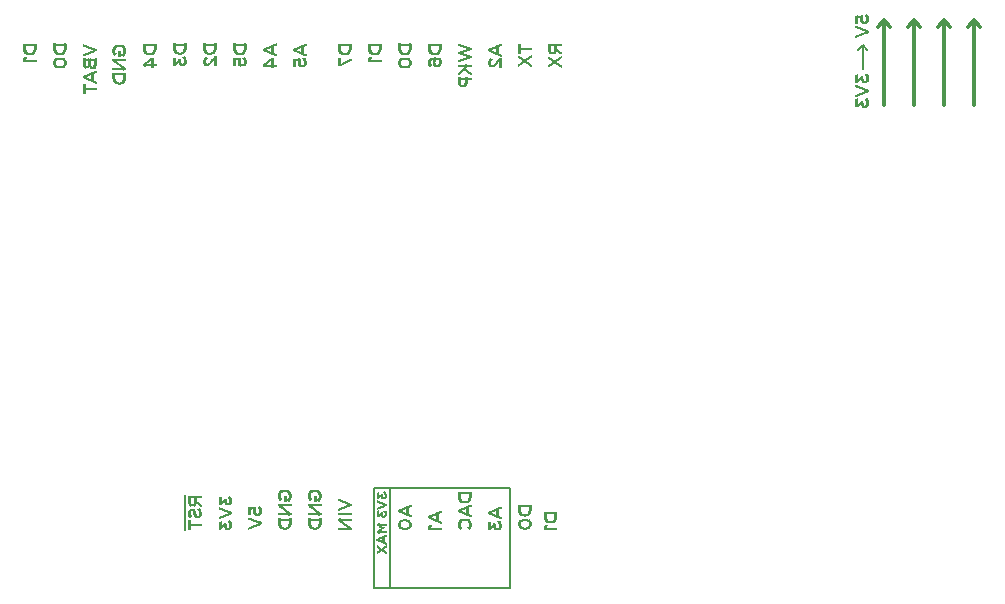
<source format=gbo>
G75*
%MOIN*%
%OFA0B0*%
%FSLAX24Y24*%
%IPPOS*%
%LPD*%
%AMOC8*
5,1,8,0,0,1.08239X$1,22.5*
%
%ADD10R,0.0002X0.0044*%
%ADD11R,0.0002X0.0076*%
%ADD12R,0.0002X0.0098*%
%ADD13R,0.0002X0.0088*%
%ADD14R,0.0002X0.0086*%
%ADD15R,0.0002X0.0072*%
%ADD16R,0.0002X0.0074*%
%ADD17R,0.0002X0.0074*%
%ADD18R,0.0002X0.0114*%
%ADD19R,0.0002X0.0088*%
%ADD20R,0.0002X0.0086*%
%ADD21R,0.0002X0.0072*%
%ADD22R,0.0002X0.0074*%
%ADD23R,0.0002X0.0074*%
%ADD24R,0.0002X0.0132*%
%ADD25R,0.0002X0.0084*%
%ADD26R,0.0002X0.0142*%
%ADD27R,0.0002X0.0084*%
%ADD28R,0.0002X0.0154*%
%ADD29R,0.0002X0.0164*%
%ADD30R,0.0002X0.0084*%
%ADD31R,0.0002X0.0176*%
%ADD32R,0.0002X0.0184*%
%ADD33R,0.0002X0.0192*%
%ADD34R,0.0002X0.0200*%
%ADD35R,0.0002X0.0208*%
%ADD36R,0.0002X0.0214*%
%ADD37R,0.0002X0.0222*%
%ADD38R,0.0002X0.0228*%
%ADD39R,0.0002X0.0234*%
%ADD40R,0.0002X0.0238*%
%ADD41R,0.0002X0.0244*%
%ADD42R,0.0002X0.0252*%
%ADD43R,0.0002X0.0256*%
%ADD44R,0.0002X0.0262*%
%ADD45R,0.0002X0.0264*%
%ADD46R,0.0002X0.0270*%
%ADD47R,0.0002X0.0082*%
%ADD48R,0.0002X0.0274*%
%ADD49R,0.0002X0.0280*%
%ADD50R,0.0002X0.0284*%
%ADD51R,0.0002X0.0286*%
%ADD52R,0.0002X0.0290*%
%ADD53R,0.0002X0.0084*%
%ADD54R,0.0002X0.0294*%
%ADD55R,0.0002X0.0298*%
%ADD56R,0.0002X0.0302*%
%ADD57R,0.0002X0.0306*%
%ADD58R,0.0002X0.0152*%
%ADD59R,0.0002X0.0104*%
%ADD60R,0.0002X0.0138*%
%ADD61R,0.0002X0.0128*%
%ADD62R,0.0002X0.0096*%
%ADD63R,0.0002X0.0118*%
%ADD64R,0.0002X0.0090*%
%ADD65R,0.0002X0.0110*%
%ADD66R,0.0002X0.0082*%
%ADD67R,0.0002X0.0102*%
%ADD68R,0.0002X0.0082*%
%ADD69R,0.0002X0.0092*%
%ADD70R,0.0002X0.0080*%
%ADD71R,0.0002X0.0078*%
%ADD72R,0.0002X0.0082*%
%ADD73R,0.0002X0.0068*%
%ADD74R,0.0002X0.0076*%
%ADD75R,0.0002X0.0064*%
%ADD76R,0.0002X0.0058*%
%ADD77R,0.0002X0.0054*%
%ADD78R,0.0002X0.0048*%
%ADD79R,0.0002X0.0044*%
%ADD80R,0.0002X0.0038*%
%ADD81R,0.0002X0.0036*%
%ADD82R,0.0002X0.0032*%
%ADD83R,0.0002X0.0026*%
%ADD84R,0.0002X0.0070*%
%ADD85R,0.0002X0.0022*%
%ADD86R,0.0002X0.0072*%
%ADD87R,0.0002X0.0018*%
%ADD88R,0.0002X0.0072*%
%ADD89R,0.0002X0.0014*%
%ADD90R,0.0002X0.0010*%
%ADD91R,0.0002X0.0006*%
%ADD92R,0.0002X0.0002*%
%ADD93R,0.0002X0.0080*%
%ADD94R,0.0002X0.0250*%
%ADD95R,0.0002X0.0248*%
%ADD96R,0.0002X0.0248*%
%ADD97R,0.0002X0.0090*%
%ADD98R,0.0002X0.0246*%
%ADD99R,0.0002X0.0094*%
%ADD100R,0.0002X0.0244*%
%ADD101R,0.0002X0.0244*%
%ADD102R,0.0002X0.0166*%
%ADD103R,0.0002X0.0244*%
%ADD104R,0.0002X0.0100*%
%ADD105R,0.0002X0.0164*%
%ADD106R,0.0002X0.0106*%
%ADD107R,0.0002X0.0160*%
%ADD108R,0.0002X0.0254*%
%ADD109R,0.0002X0.0108*%
%ADD110R,0.0002X0.0254*%
%ADD111R,0.0002X0.0158*%
%ADD112R,0.0002X0.0260*%
%ADD113R,0.0002X0.0156*%
%ADD114R,0.0002X0.0266*%
%ADD115R,0.0002X0.0120*%
%ADD116R,0.0002X0.0124*%
%ADD117R,0.0002X0.0150*%
%ADD118R,0.0002X0.0274*%
%ADD119R,0.0002X0.0132*%
%ADD120R,0.0002X0.0274*%
%ADD121R,0.0002X0.0146*%
%ADD122R,0.0002X0.0278*%
%ADD123R,0.0002X0.0136*%
%ADD124R,0.0002X0.0144*%
%ADD125R,0.0002X0.0282*%
%ADD126R,0.0002X0.0144*%
%ADD127R,0.0002X0.0140*%
%ADD128R,0.0002X0.0152*%
%ADD129R,0.0002X0.0284*%
%ADD130R,0.0002X0.0138*%
%ADD131R,0.0002X0.0288*%
%ADD132R,0.0002X0.0136*%
%ADD133R,0.0002X0.0292*%
%ADD134R,0.0002X0.0294*%
%ADD135R,0.0002X0.0170*%
%ADD136R,0.0002X0.0130*%
%ADD137R,0.0002X0.0296*%
%ADD138R,0.0002X0.0126*%
%ADD139R,0.0002X0.0300*%
%ADD140R,0.0002X0.0180*%
%ADD141R,0.0002X0.0302*%
%ADD142R,0.0002X0.0186*%
%ADD143R,0.0002X0.0120*%
%ADD144R,0.0002X0.0304*%
%ADD145R,0.0002X0.0190*%
%ADD146R,0.0002X0.0304*%
%ADD147R,0.0002X0.0306*%
%ADD148R,0.0002X0.0194*%
%ADD149R,0.0002X0.0116*%
%ADD150R,0.0002X0.0308*%
%ADD151R,0.0002X0.0198*%
%ADD152R,0.0002X0.0112*%
%ADD153R,0.0002X0.0310*%
%ADD154R,0.0002X0.0312*%
%ADD155R,0.0002X0.0204*%
%ADD156R,0.0002X0.0314*%
%ADD157R,0.0002X0.0206*%
%ADD158R,0.0002X0.0314*%
%ADD159R,0.0002X0.0104*%
%ADD160R,0.0002X0.0316*%
%ADD161R,0.0002X0.0206*%
%ADD162R,0.0002X0.0318*%
%ADD163R,0.0002X0.0098*%
%ADD164R,0.0002X0.0318*%
%ADD165R,0.0002X0.0210*%
%ADD166R,0.0002X0.0096*%
%ADD167R,0.0002X0.0320*%
%ADD168R,0.0002X0.0322*%
%ADD169R,0.0002X0.0210*%
%ADD170R,0.0002X0.0122*%
%ADD171R,0.0002X0.0114*%
%ADD172R,0.0002X0.0208*%
%ADD173R,0.0002X0.0104*%
%ADD174R,0.0002X0.0102*%
%ADD175R,0.0002X0.0204*%
%ADD176R,0.0002X0.0102*%
%ADD177R,0.0002X0.0200*%
%ADD178R,0.0002X0.0106*%
%ADD179R,0.0002X0.0198*%
%ADD180R,0.0002X0.0194*%
%ADD181R,0.0002X0.0114*%
%ADD182R,0.0002X0.0188*%
%ADD183R,0.0002X0.0118*%
%ADD184R,0.0002X0.0184*%
%ADD185R,0.0002X0.0122*%
%ADD186R,0.0002X0.0178*%
%ADD187R,0.0002X0.0122*%
%ADD188R,0.0002X0.0172*%
%ADD189R,0.0002X0.0126*%
%ADD190R,0.0002X0.0130*%
%ADD191R,0.0002X0.0134*%
%ADD192R,0.0002X0.0142*%
%ADD193R,0.0002X0.0134*%
%ADD194R,0.0002X0.0142*%
%ADD195R,0.0002X0.0078*%
%ADD196R,0.0002X0.0146*%
%ADD197R,0.0002X0.0150*%
%ADD198R,0.0002X0.0116*%
%ADD199R,0.0002X0.0154*%
%ADD200R,0.0002X0.0158*%
%ADD201R,0.0002X0.0102*%
%ADD202R,0.0002X0.0162*%
%ADD203R,0.0002X0.0162*%
%ADD204R,0.0002X0.0004*%
%ADD205R,0.0002X0.0070*%
%ADD206R,0.0002X0.0008*%
%ADD207R,0.0002X0.0010*%
%ADD208R,0.0002X0.0016*%
%ADD209R,0.0002X0.0020*%
%ADD210R,0.0002X0.0028*%
%ADD211R,0.0002X0.0034*%
%ADD212R,0.0002X0.0040*%
%ADD213R,0.0002X0.0092*%
%ADD214R,0.0002X0.0092*%
%ADD215R,0.0002X0.0042*%
%ADD216R,0.0002X0.0092*%
%ADD217R,0.0002X0.0100*%
%ADD218R,0.0002X0.0064*%
%ADD219R,0.0002X0.0110*%
%ADD220R,0.0002X0.0328*%
%ADD221R,0.0002X0.0342*%
%ADD222R,0.0002X0.0342*%
%ADD223R,0.0002X0.0326*%
%ADD224R,0.0002X0.0342*%
%ADD225R,0.0002X0.0342*%
%ADD226R,0.0002X0.0324*%
%ADD227R,0.0002X0.0324*%
%ADD228R,0.0002X0.0324*%
%ADD229R,0.0002X0.0122*%
%ADD230R,0.0002X0.0108*%
%ADD231R,0.0002X0.0324*%
%ADD232R,0.0002X0.0272*%
%ADD233R,0.0002X0.0320*%
%ADD234R,0.0002X0.0270*%
%ADD235R,0.0002X0.0272*%
%ADD236R,0.0002X0.0272*%
%ADD237R,0.0002X0.0316*%
%ADD238R,0.0002X0.0314*%
%ADD239R,0.0002X0.0272*%
%ADD240R,0.0002X0.0314*%
%ADD241R,0.0002X0.0268*%
%ADD242R,0.0002X0.0262*%
%ADD243R,0.0002X0.0302*%
%ADD244R,0.0002X0.0250*%
%ADD245R,0.0002X0.0300*%
%ADD246R,0.0002X0.0298*%
%ADD247R,0.0002X0.0242*%
%ADD248R,0.0002X0.0236*%
%ADD249R,0.0002X0.0230*%
%ADD250R,0.0002X0.0290*%
%ADD251R,0.0002X0.0226*%
%ADD252R,0.0002X0.0218*%
%ADD253R,0.0002X0.0212*%
%ADD254R,0.0002X0.0276*%
%ADD255R,0.0002X0.0176*%
%ADD256R,0.0002X0.0258*%
%ADD257R,0.0002X0.0168*%
%ADD258R,0.0002X0.0042*%
%ADD259R,0.0002X0.0042*%
%ADD260R,0.0002X0.0066*%
%ADD261R,0.0002X0.0066*%
%ADD262R,0.0002X0.0062*%
%ADD263R,0.0002X0.0236*%
%ADD264R,0.0002X0.0064*%
%ADD265R,0.0002X0.0132*%
%ADD266R,0.0002X0.0256*%
%ADD267R,0.0002X0.0262*%
%ADD268R,0.0002X0.0068*%
%ADD269R,0.0002X0.0162*%
%ADD270R,0.0002X0.0170*%
%ADD271R,0.0002X0.0184*%
%ADD272R,0.0002X0.0192*%
%ADD273R,0.0002X0.0192*%
%ADD274R,0.0002X0.0204*%
%ADD275R,0.0002X0.0296*%
%ADD276R,0.0002X0.0216*%
%ADD277R,0.0002X0.0220*%
%ADD278R,0.0002X0.0224*%
%ADD279R,0.0002X0.0224*%
%ADD280R,0.0002X0.0232*%
%ADD281R,0.0002X0.0232*%
%ADD282R,0.0002X0.0094*%
%ADD283R,0.0002X0.0094*%
%ADD284R,0.0002X0.0252*%
%ADD285R,0.0002X0.0252*%
%ADD286R,0.0002X0.0322*%
%ADD287R,0.0002X0.0094*%
%ADD288R,0.0002X0.0264*%
%ADD289R,0.0002X0.0264*%
%ADD290R,0.0002X0.0266*%
%ADD291R,0.0002X0.0328*%
%ADD292R,0.0002X0.0330*%
%ADD293R,0.0002X0.0330*%
%ADD294R,0.0002X0.0104*%
%ADD295R,0.0002X0.0332*%
%ADD296R,0.0002X0.0280*%
%ADD297R,0.0002X0.0334*%
%ADD298R,0.0002X0.0282*%
%ADD299R,0.0002X0.0112*%
%ADD300R,0.0002X0.0112*%
%ADD301R,0.0002X0.0336*%
%ADD302R,0.0002X0.0336*%
%ADD303R,0.0002X0.0114*%
%ADD304R,0.0002X0.0134*%
%ADD305R,0.0002X0.0124*%
%ADD306R,0.0002X0.0128*%
%ADD307R,0.0002X0.0052*%
%ADD308R,0.0002X0.0052*%
%ADD309R,0.0002X0.0132*%
%ADD310R,0.0002X0.0134*%
%ADD311R,0.0002X0.0044*%
%ADD312R,0.0002X0.0032*%
%ADD313R,0.0002X0.0140*%
%ADD314R,0.0002X0.0350*%
%ADD315R,0.0002X0.0142*%
%ADD316R,0.0002X0.0024*%
%ADD317R,0.0002X0.0024*%
%ADD318R,0.0002X0.0346*%
%ADD319R,0.0002X0.0020*%
%ADD320R,0.0002X0.0346*%
%ADD321R,0.0002X0.0144*%
%ADD322R,0.0002X0.0148*%
%ADD323R,0.0002X0.0338*%
%ADD324R,0.0002X0.0338*%
%ADD325R,0.0002X0.0334*%
%ADD326R,0.0002X0.0154*%
%ADD327R,0.0002X0.0156*%
%ADD328R,0.0002X0.0326*%
%ADD329R,0.0002X0.0322*%
%ADD330R,0.0002X0.0322*%
%ADD331R,0.0002X0.0310*%
%ADD332R,0.0002X0.0302*%
%ADD333R,0.0002X0.0294*%
%ADD334R,0.0002X0.0184*%
%ADD335R,0.0002X0.0182*%
%ADD336R,0.0002X0.0182*%
%ADD337R,0.0002X0.0308*%
%ADD338R,0.0002X0.0182*%
%ADD339R,0.0002X0.0182*%
%ADD340R,0.0002X0.0180*%
%ADD341R,0.0002X0.0292*%
%ADD342R,0.0002X0.0174*%
%ADD343R,0.0002X0.0174*%
%ADD344R,0.0002X0.0284*%
%ADD345R,0.0002X0.0172*%
%ADD346R,0.0002X0.0268*%
%ADD347R,0.0002X0.0166*%
%ADD348R,0.0002X0.0160*%
%ADD349R,0.0002X0.0276*%
%ADD350R,0.0002X0.0282*%
%ADD351R,0.0002X0.0152*%
%ADD352R,0.0002X0.0148*%
%ADD353R,0.0002X0.0144*%
%ADD354R,0.0002X0.0124*%
%ADD355R,0.0002X0.0278*%
%ADD356R,0.0002X0.0304*%
%ADD357R,0.0002X0.0286*%
%ADD358R,0.0002X0.0046*%
%ADD359R,0.0002X0.0062*%
%ADD360R,0.0002X0.0196*%
%ADD361R,0.0002X0.0064*%
%ADD362R,0.0002X0.0216*%
%ADD363R,0.0002X0.0172*%
%ADD364R,0.0002X0.0238*%
%ADD365R,0.0002X0.0202*%
%ADD366R,0.0002X0.0202*%
%ADD367R,0.0002X0.0218*%
%ADD368R,0.0002X0.0254*%
%ADD369R,0.0002X0.0242*%
%ADD370R,0.0002X0.0230*%
%ADD371R,0.0002X0.0274*%
%ADD372R,0.0002X0.0288*%
%ADD373R,0.0002X0.0112*%
%ADD374R,0.0002X0.0124*%
%ADD375R,0.0002X0.0060*%
%ADD376R,0.0002X0.0056*%
%ADD377R,0.0002X0.0050*%
%ADD378R,0.0002X0.0042*%
%ADD379R,0.0002X0.0038*%
%ADD380R,0.0002X0.0016*%
%ADD381R,0.0002X0.0012*%
%ADD382R,0.0002X0.0002*%
%ADD383R,0.0002X0.0212*%
%ADD384R,0.0002X0.0226*%
%ADD385R,0.0002X0.0232*%
%ADD386R,0.0002X0.0242*%
%ADD387R,0.0002X0.0246*%
%ADD388R,0.0002X0.0178*%
%ADD389R,0.0002X0.0224*%
%ADD390R,0.0002X0.0222*%
%ADD391R,0.0002X0.0002*%
%ADD392R,0.0002X0.0014*%
%ADD393R,0.0002X0.0004*%
%ADD394R,0.0002X0.0018*%
%ADD395R,0.0002X0.0022*%
%ADD396R,0.0002X0.0012*%
%ADD397R,0.0002X0.0030*%
%ADD398R,0.0002X0.0034*%
%ADD399R,0.0002X0.0030*%
%ADD400R,0.0002X0.0044*%
%ADD401R,0.0002X0.0054*%
%ADD402R,0.0002X0.0058*%
%ADD403R,0.0002X0.0048*%
%ADD404R,0.0002X0.0062*%
%ADD405R,0.0002X0.0312*%
%ADD406R,0.0002X0.0312*%
%ADD407R,0.0002X0.0282*%
%ADD408R,0.0002X0.0240*%
%ADD409R,0.0002X0.0260*%
%ADD410R,0.0002X0.0220*%
%ADD411R,0.0002X0.0214*%
%ADD412R,0.0002X0.0240*%
%ADD413R,0.0002X0.0192*%
%ADD414R,0.0002X0.0188*%
%ADD415R,0.0002X0.0234*%
%ADD416R,0.0002X0.0172*%
%ADD417R,0.0002X0.0168*%
%ADD418R,0.0002X0.0222*%
%ADD419R,0.0002X0.0202*%
%ADD420R,0.0002X0.0050*%
%ADD421R,0.0002X0.0194*%
%ADD422R,0.0002X0.0202*%
%ADD423R,0.0002X0.0252*%
%ADD424R,0.0002X0.0026*%
%ADD425R,0.0002X0.0022*%
%ADD426R,0.0002X0.0344*%
%ADD427R,0.0002X0.0344*%
%ADD428R,0.0002X0.0008*%
%ADD429R,0.0002X0.0002*%
%ADD430R,0.0002X0.0348*%
%ADD431R,0.0002X0.0348*%
%ADD432R,0.0002X0.0334*%
%ADD433R,0.0002X0.0334*%
%ADD434R,0.0002X0.0350*%
%ADD435R,0.0002X0.0352*%
%ADD436R,0.0002X0.0352*%
%ADD437R,0.0002X0.0354*%
%ADD438R,0.0002X0.0354*%
%ADD439R,0.0002X0.0356*%
%ADD440R,0.0002X0.0294*%
%ADD441R,0.0002X0.0006*%
%ADD442R,0.0002X0.0258*%
%ADD443R,0.0002X0.0228*%
%ADD444R,0.0002X0.0012*%
%ADD445R,0.0002X0.0022*%
%ADD446R,0.0002X0.0024*%
%ADD447R,0.0002X0.0046*%
%ADD448R,0.0002X0.0056*%
%ADD449R,0.0002X0.0234*%
%ADD450R,0.0002X0.0164*%
%ADD451R,0.0002X0.0212*%
%ADD452R,0.0002X0.0174*%
%ADD453R,0.0002X0.0060*%
%ADD454R,0.0002X0.0062*%
%ADD455R,0.0002X0.0040*%
%ADD456R,0.0002X0.0186*%
%ADD457R,0.0002X0.0254*%
%ADD458R,0.0002X0.0222*%
%ADD459R,0.0002X0.0284*%
%ADD460R,0.0002X0.0242*%
%ADD461R,0.0002X0.0014*%
%ADD462R,0.0002X0.0292*%
%ADD463R,0.0002X0.0190*%
%ADD464R,0.0002X0.0234*%
%ADD465R,0.0002X0.0214*%
%ADD466R,0.0002X0.0024*%
%ADD467R,0.0002X0.0028*%
%ADD468R,0.0002X0.0036*%
%ADD469R,0.0002X0.0052*%
%ADD470R,0.0002X0.0292*%
%ADD471R,0.0002X0.0264*%
%ADD472R,0.0002X0.0196*%
%ADD473R,0.0002X0.0164*%
%ADD474R,0.0002X0.0304*%
%ADD475R,0.0002X0.0012*%
%ADD476R,0.0002X0.0262*%
%ADD477R,0.0002X0.0034*%
%ADD478C,0.0080*%
%ADD479C,0.0120*%
%ADD480R,0.0001X0.0001*%
%ADD481R,0.0001X0.0022*%
%ADD482R,0.0002X0.0001*%
%ADD483R,0.0002X0.0055*%
%ADD484R,0.0001X0.0067*%
%ADD485R,0.0001X0.0002*%
%ADD486R,0.0001X0.0083*%
%ADD487R,0.0001X0.0051*%
%ADD488R,0.0001X0.0091*%
%ADD489R,0.0001X0.0049*%
%ADD490R,0.0001X0.0054*%
%ADD491R,0.0001X0.0055*%
%ADD492R,0.0001X0.0057*%
%ADD493R,0.0001X0.0058*%
%ADD494R,0.0001X0.0063*%
%ADD495R,0.0001X0.0065*%
%ADD496R,0.0001X0.0102*%
%ADD497R,0.0001X0.0053*%
%ADD498R,0.0001X0.0100*%
%ADD499R,0.0001X0.0057*%
%ADD500R,0.0001X0.0066*%
%ADD501R,0.0002X0.0107*%
%ADD502R,0.0002X0.0053*%
%ADD503R,0.0002X0.0110*%
%ADD504R,0.0002X0.0054*%
%ADD505R,0.0002X0.0057*%
%ADD506R,0.0002X0.0058*%
%ADD507R,0.0002X0.0063*%
%ADD508R,0.0002X0.0066*%
%ADD509R,0.0001X0.0115*%
%ADD510R,0.0001X0.0060*%
%ADD511R,0.0001X0.0064*%
%ADD512R,0.0001X0.0125*%
%ADD513R,0.0001X0.0129*%
%ADD514R,0.0001X0.0127*%
%ADD515R,0.0001X0.0137*%
%ADD516R,0.0001X0.0133*%
%ADD517R,0.0001X0.0062*%
%ADD518R,0.0002X0.0141*%
%ADD519R,0.0002X0.0140*%
%ADD520R,0.0002X0.0065*%
%ADD521R,0.0001X0.0145*%
%ADD522R,0.0001X0.0061*%
%ADD523R,0.0001X0.0150*%
%ADD524R,0.0001X0.0152*%
%ADD525R,0.0001X0.0155*%
%ADD526R,0.0001X0.0151*%
%ADD527R,0.0001X0.0160*%
%ADD528R,0.0002X0.0163*%
%ADD529R,0.0002X0.0067*%
%ADD530R,0.0001X0.0166*%
%ADD531R,0.0001X0.0168*%
%ADD532R,0.0001X0.0170*%
%ADD533R,0.0001X0.0171*%
%ADD534R,0.0001X0.0175*%
%ADD535R,0.0001X0.0070*%
%ADD536R,0.0001X0.0178*%
%ADD537R,0.0002X0.0181*%
%ADD538R,0.0002X0.0070*%
%ADD539R,0.0002X0.0064*%
%ADD540R,0.0001X0.0184*%
%ADD541R,0.0001X0.0073*%
%ADD542R,0.0001X0.0187*%
%ADD543R,0.0001X0.0076*%
%ADD544R,0.0001X0.0190*%
%ADD545R,0.0001X0.0195*%
%ADD546R,0.0001X0.0193*%
%ADD547R,0.0002X0.0196*%
%ADD548R,0.0002X0.0079*%
%ADD549R,0.0001X0.0203*%
%ADD550R,0.0001X0.0081*%
%ADD551R,0.0001X0.0201*%
%ADD552R,0.0001X0.0079*%
%ADD553R,0.0001X0.0205*%
%ADD554R,0.0002X0.0210*%
%ADD555R,0.0002X0.0085*%
%ADD556R,0.0002X0.0211*%
%ADD557R,0.0001X0.0211*%
%ADD558R,0.0001X0.0085*%
%ADD559R,0.0001X0.0111*%
%ADD560R,0.0001X0.0088*%
%ADD561R,0.0001X0.0106*%
%ADD562R,0.0001X0.0097*%
%ADD563R,0.0001X0.0080*%
%ADD564R,0.0001X0.0087*%
%ADD565R,0.0001X0.0095*%
%ADD566R,0.0002X0.0088*%
%ADD567R,0.0002X0.0073*%
%ADD568R,0.0002X0.0091*%
%ADD569R,0.0001X0.0093*%
%ADD570R,0.0001X0.0084*%
%ADD571R,0.0001X0.0077*%
%ADD572R,0.0001X0.0094*%
%ADD573R,0.0001X0.0075*%
%ADD574R,0.0002X0.0097*%
%ADD575R,0.0002X0.0046*%
%ADD576R,0.0002X0.0060*%
%ADD577R,0.0002X0.0103*%
%ADD578R,0.0002X0.0061*%
%ADD579R,0.0001X0.0043*%
%ADD580R,0.0001X0.0039*%
%ADD581R,0.0001X0.0103*%
%ADD582R,0.0001X0.0036*%
%ADD583R,0.0001X0.0037*%
%ADD584R,0.0001X0.0031*%
%ADD585R,0.0001X0.0109*%
%ADD586R,0.0002X0.0031*%
%ADD587R,0.0002X0.0109*%
%ADD588R,0.0002X0.0030*%
%ADD589R,0.0002X0.0057*%
%ADD590R,0.0001X0.0025*%
%ADD591R,0.0001X0.0024*%
%ADD592R,0.0001X0.0112*%
%ADD593R,0.0001X0.0019*%
%ADD594R,0.0001X0.0016*%
%ADD595R,0.0001X0.0018*%
%ADD596R,0.0001X0.0261*%
%ADD597R,0.0002X0.0013*%
%ADD598R,0.0002X0.0003*%
%ADD599R,0.0002X0.0260*%
%ADD600R,0.0001X0.0012*%
%ADD601R,0.0001X0.0006*%
%ADD602R,0.0001X0.0260*%
%ADD603R,0.0001X0.0008*%
%ADD604R,0.0001X0.0256*%
%ADD605R,0.0001X0.0010*%
%ADD606R,0.0001X0.0013*%
%ADD607R,0.0001X0.0255*%
%ADD608R,0.0002X0.0015*%
%ADD609R,0.0002X0.0253*%
%ADD610R,0.0001X0.0054*%
%ADD611R,0.0001X0.0250*%
%ADD612R,0.0001X0.0020*%
%ADD613R,0.0001X0.0248*%
%ADD614R,0.0002X0.0054*%
%ADD615R,0.0002X0.0025*%
%ADD616R,0.0002X0.0245*%
%ADD617R,0.0002X0.0062*%
%ADD618R,0.0001X0.0028*%
%ADD619R,0.0001X0.0027*%
%ADD620R,0.0001X0.0245*%
%ADD621R,0.0001X0.0030*%
%ADD622R,0.0001X0.0241*%
%ADD623R,0.0001X0.0032*%
%ADD624R,0.0002X0.0035*%
%ADD625R,0.0002X0.0241*%
%ADD626R,0.0001X0.0238*%
%ADD627R,0.0001X0.0040*%
%ADD628R,0.0001X0.0039*%
%ADD629R,0.0001X0.0235*%
%ADD630R,0.0001X0.0042*%
%ADD631R,0.0002X0.0043*%
%ADD632R,0.0002X0.0232*%
%ADD633R,0.0001X0.0047*%
%ADD634R,0.0001X0.0232*%
%ADD635R,0.0001X0.0048*%
%ADD636R,0.0001X0.0230*%
%ADD637R,0.0001X0.0226*%
%ADD638R,0.0002X0.0230*%
%ADD639R,0.0001X0.0223*%
%ADD640R,0.0001X0.0124*%
%ADD641R,0.0001X0.0121*%
%ADD642R,0.0002X0.0220*%
%ADD643R,0.0002X0.0118*%
%ADD644R,0.0001X0.0219*%
%ADD645R,0.0001X0.0069*%
%ADD646R,0.0002X0.0072*%
%ADD647R,0.0002X0.0077*%
%ADD648R,0.0001X0.0072*%
%ADD649R,0.0001X0.0078*%
%ADD650R,0.0002X0.0087*%
%ADD651R,0.0001X0.0110*%
%ADD652R,0.0001X0.0087*%
%ADD653R,0.0001X0.0140*%
%ADD654R,0.0001X0.0090*%
%ADD655R,0.0001X0.0138*%
%ADD656R,0.0001X0.0092*%
%ADD657R,0.0002X0.0138*%
%ADD658R,0.0002X0.0095*%
%ADD659R,0.0001X0.0136*%
%ADD660R,0.0001X0.0135*%
%ADD661R,0.0002X0.0133*%
%ADD662R,0.0002X0.0132*%
%ADD663R,0.0002X0.0076*%
%ADD664R,0.0001X0.0107*%
%ADD665R,0.0001X0.0130*%
%ADD666R,0.0001X0.0132*%
%ADD667R,0.0002X0.0127*%
%ADD668R,0.0002X0.0126*%
%ADD669R,0.0002X0.0114*%
%ADD670R,0.0001X0.0069*%
%ADD671R,0.0001X0.0118*%
%ADD672R,0.0001X0.0120*%
%ADD673R,0.0001X0.0122*%
%ADD674R,0.0002X0.0117*%
%ADD675R,0.0001X0.0108*%
%ADD676R,0.0002X0.0100*%
%ADD677R,0.0002X0.0090*%
%ADD678R,0.0002X0.0099*%
%ADD679R,0.0001X0.0105*%
%ADD680R,0.0002X0.0120*%
%ADD681R,0.0001X0.0123*%
%ADD682R,0.0001X0.0117*%
%ADD683R,0.0001X0.0117*%
%ADD684R,0.0001X0.0114*%
%ADD685R,0.0002X0.0105*%
%ADD686R,0.0001X0.0102*%
%ADD687R,0.0001X0.0099*%
%ADD688R,0.0001X0.0096*%
%ADD689R,0.0002X0.0096*%
%ADD690R,0.0002X0.0002*%
%ADD691R,0.0001X0.0208*%
%ADD692R,0.0002X0.0207*%
%ADD693R,0.0001X0.0207*%
%ADD694R,0.0002X0.0208*%
%ADD695R,0.0002X0.0081*%
%ADD696R,0.0002X0.0083*%
%ADD697R,0.0002X0.0075*%
%ADD698R,0.0001X0.0072*%
%ADD699R,0.0002X0.0069*%
%ADD700R,0.0002X0.0034*%
%ADD701R,0.0002X0.0054*%
%ADD702R,0.0002X0.0154*%
D10*
X039960Y005824D03*
X047616Y005412D03*
X051476Y005412D03*
X045616Y021012D03*
X034116Y021012D03*
D11*
X034228Y021140D03*
X034262Y021140D03*
X034278Y021142D03*
X035182Y020988D03*
X035188Y020990D03*
X035192Y020990D03*
X035198Y020992D03*
X035202Y020992D03*
X035208Y020994D03*
X035212Y020994D03*
X035218Y020994D03*
X035228Y020996D03*
X035232Y020996D03*
X035238Y020996D03*
X035242Y020996D03*
X035248Y020996D03*
X035252Y020996D03*
X035258Y020996D03*
X035262Y020996D03*
X035272Y020994D03*
X035278Y020994D03*
X035282Y020994D03*
X035288Y020992D03*
X035292Y020992D03*
X035278Y021146D03*
X035262Y021144D03*
X035228Y021144D03*
X035308Y020714D03*
X035302Y020712D03*
X035298Y020712D03*
X035292Y020710D03*
X035288Y020710D03*
X035282Y020708D03*
X035278Y020708D03*
X035272Y020708D03*
X035262Y020706D03*
X035258Y020706D03*
X035252Y020706D03*
X035248Y020706D03*
X035242Y020706D03*
X035238Y020706D03*
X035232Y020706D03*
X035228Y020706D03*
X035218Y020708D03*
X035212Y020708D03*
X035208Y020708D03*
X035202Y020710D03*
X035198Y020710D03*
X035192Y020712D03*
X036132Y020700D03*
X036298Y020686D03*
X036352Y020678D03*
X036358Y020680D03*
X036412Y020534D03*
X036408Y020532D03*
X036398Y020528D03*
X036418Y020536D03*
X036422Y020538D03*
X036428Y020540D03*
X036432Y020542D03*
X036442Y020546D03*
X036358Y020232D03*
X036362Y020230D03*
X036368Y020228D03*
X036372Y020226D03*
X036378Y020224D03*
X036382Y020222D03*
X036388Y020220D03*
X036392Y020218D03*
X036402Y020214D03*
X036448Y020194D03*
X036242Y020282D03*
X037208Y020162D03*
X037242Y020162D03*
X037258Y020164D03*
X038048Y020780D03*
X038228Y021136D03*
X038262Y021136D03*
X038278Y021138D03*
X039228Y021156D03*
X039262Y021156D03*
X039278Y021158D03*
X039362Y020788D03*
X039358Y020786D03*
X040148Y020788D03*
X040152Y020788D03*
X040158Y020788D03*
X040162Y020788D03*
X040168Y020788D03*
X040178Y020790D03*
X040182Y020790D03*
X040188Y020792D03*
X040228Y021152D03*
X040262Y021152D03*
X040278Y021154D03*
X041228Y021144D03*
X041262Y021144D03*
X041278Y021146D03*
X041292Y020770D03*
X041358Y020772D03*
X042048Y020766D03*
X042242Y021194D03*
X042358Y021144D03*
X042362Y021142D03*
X042368Y021140D03*
X042372Y021138D03*
X042378Y021136D03*
X042382Y021134D03*
X042388Y021132D03*
X042392Y021130D03*
X042402Y021126D03*
X042448Y021106D03*
X042398Y021440D03*
X042408Y021444D03*
X042412Y021446D03*
X042418Y021448D03*
X042422Y021450D03*
X042428Y021452D03*
X042432Y021454D03*
X042442Y021458D03*
X043242Y021190D03*
X043358Y021140D03*
X043362Y021138D03*
X043368Y021136D03*
X043372Y021134D03*
X043378Y021132D03*
X043382Y021130D03*
X043388Y021128D03*
X043392Y021126D03*
X043402Y021122D03*
X043448Y021102D03*
X043398Y021436D03*
X043408Y021440D03*
X043412Y021442D03*
X043418Y021444D03*
X043422Y021446D03*
X043428Y021448D03*
X043432Y021450D03*
X043442Y021454D03*
X044728Y021138D03*
X044762Y021138D03*
X044778Y021140D03*
X045728Y021140D03*
X045762Y021140D03*
X045778Y021142D03*
X046682Y020988D03*
X046688Y020990D03*
X046692Y020990D03*
X046698Y020992D03*
X046702Y020992D03*
X046708Y020994D03*
X046712Y020994D03*
X046718Y020994D03*
X046728Y020996D03*
X046732Y020996D03*
X046738Y020996D03*
X046742Y020996D03*
X046748Y020996D03*
X046752Y020996D03*
X046758Y020996D03*
X046762Y020996D03*
X046772Y020994D03*
X046778Y020994D03*
X046782Y020994D03*
X046788Y020992D03*
X046792Y020992D03*
X046778Y021146D03*
X046762Y021144D03*
X046728Y021144D03*
X046808Y020714D03*
X046802Y020712D03*
X046798Y020712D03*
X046792Y020710D03*
X046788Y020710D03*
X046782Y020708D03*
X046778Y020708D03*
X046772Y020708D03*
X046762Y020706D03*
X046758Y020706D03*
X046752Y020706D03*
X046748Y020706D03*
X046742Y020706D03*
X046738Y020706D03*
X046732Y020706D03*
X046728Y020706D03*
X046718Y020708D03*
X046712Y020708D03*
X046708Y020708D03*
X046702Y020710D03*
X046698Y020710D03*
X046692Y020712D03*
X047658Y020980D03*
X047672Y020984D03*
X047678Y020986D03*
X047688Y020988D03*
X047698Y020990D03*
X047712Y020992D03*
X047812Y020990D03*
X047862Y020980D03*
X047868Y020976D03*
X047778Y021142D03*
X047762Y021140D03*
X047728Y021140D03*
X047788Y020750D03*
X047792Y020748D03*
X047862Y020752D03*
X048538Y020910D03*
X048552Y020914D03*
X048558Y020916D03*
X048562Y020918D03*
X048568Y020920D03*
X048582Y020924D03*
X048588Y020926D03*
X048592Y020928D03*
X048598Y020930D03*
X048612Y020934D03*
X048618Y020936D03*
X048622Y020938D03*
X048628Y020940D03*
X048552Y021182D03*
X048642Y021420D03*
X048638Y021422D03*
X048632Y021424D03*
X048648Y021418D03*
X048662Y021414D03*
X048668Y021412D03*
X048672Y021410D03*
X048678Y021408D03*
X048688Y021406D03*
X048692Y021404D03*
X048698Y021402D03*
X048702Y021400D03*
X048708Y021398D03*
X048722Y021394D03*
X048728Y021392D03*
X048732Y021390D03*
X048752Y021384D03*
X048942Y021318D03*
X048942Y021048D03*
X048828Y020756D03*
X049648Y020742D03*
X049652Y020742D03*
X049658Y020742D03*
X049662Y020742D03*
X049668Y020742D03*
X049678Y020744D03*
X049682Y020744D03*
X049688Y020746D03*
X049862Y021128D03*
X049858Y021130D03*
X049868Y021126D03*
X049872Y021124D03*
X049878Y021122D03*
X049882Y021120D03*
X049888Y021118D03*
X049892Y021116D03*
X049902Y021112D03*
X049948Y021092D03*
X049742Y021180D03*
X049898Y021426D03*
X049908Y021430D03*
X049912Y021432D03*
X049918Y021434D03*
X049922Y021436D03*
X049928Y021438D03*
X049932Y021440D03*
X049942Y021444D03*
X051652Y021176D03*
X051658Y021174D03*
X051662Y021174D03*
X051668Y021174D03*
X051672Y021174D03*
X051678Y021174D03*
X051682Y021174D03*
X051688Y021176D03*
X051692Y021176D03*
X051698Y021178D03*
X048698Y020072D03*
X048688Y020070D03*
X048682Y020070D03*
X048678Y020070D03*
X048672Y020070D03*
X048668Y020070D03*
X048658Y020072D03*
X043358Y020746D03*
X043292Y020744D03*
X037208Y021424D03*
X036352Y021306D03*
X036348Y021308D03*
X036342Y021310D03*
X036338Y021312D03*
X036332Y021314D03*
X036328Y021316D03*
X036322Y021318D03*
X036318Y021320D03*
X036312Y021322D03*
X036308Y021324D03*
X036302Y021326D03*
X036298Y021328D03*
X036292Y021330D03*
X036288Y021332D03*
X036282Y021334D03*
X036278Y021336D03*
X036272Y021338D03*
X036268Y021340D03*
X036262Y021342D03*
X036258Y021344D03*
X036252Y021346D03*
X036248Y021348D03*
X036242Y021350D03*
X036232Y021354D03*
X036222Y021358D03*
X036218Y021174D03*
X036212Y021170D03*
X036208Y021170D03*
X036202Y021166D03*
X036198Y021166D03*
X036192Y021162D03*
X036188Y021162D03*
X061862Y021756D03*
X061902Y021772D03*
X061922Y021780D03*
X061942Y021788D03*
X061956Y021794D03*
X061976Y021802D03*
X061992Y021808D03*
X062006Y021814D03*
X062012Y021816D03*
X062026Y021822D03*
X062032Y021824D03*
X062052Y021832D03*
X062066Y021940D03*
X062052Y021946D03*
X062026Y021956D03*
X062006Y021964D03*
X061986Y021972D03*
X062096Y022190D03*
X062102Y020216D03*
X062096Y020214D03*
X062052Y020214D03*
X061942Y020014D03*
X062002Y019990D03*
X062016Y019984D03*
X062022Y019982D03*
X062056Y019968D03*
X062066Y019964D03*
X062076Y019960D03*
X062086Y019956D03*
X062096Y019952D03*
X062076Y019866D03*
X062056Y019858D03*
X062036Y019850D03*
X062012Y019840D03*
X062002Y019836D03*
X061992Y019832D03*
X061982Y019828D03*
X061972Y019824D03*
X061952Y019816D03*
X061942Y019812D03*
X061932Y019808D03*
X061926Y019806D03*
X061906Y019798D03*
X061886Y019788D03*
X062052Y019394D03*
X062056Y019394D03*
X062092Y019392D03*
X062096Y019394D03*
X062102Y019396D03*
X062106Y019396D03*
X043728Y006584D03*
X042728Y006584D03*
X040882Y006146D03*
X040878Y006144D03*
X040788Y005914D03*
X040792Y005912D03*
X040798Y005910D03*
X040802Y005908D03*
X040808Y005906D03*
X040812Y005904D03*
X040818Y005902D03*
X040822Y005900D03*
X040828Y005898D03*
X040832Y005896D03*
X040838Y005894D03*
X040842Y005892D03*
X040848Y005890D03*
X040852Y005888D03*
X040858Y005886D03*
X040862Y005884D03*
X040868Y005882D03*
X040872Y005880D03*
X040782Y005916D03*
X040778Y005918D03*
X040772Y005920D03*
X040768Y005922D03*
X040762Y005924D03*
X040752Y005928D03*
X040742Y005932D03*
X040738Y005748D03*
X040732Y005744D03*
X040728Y005744D03*
X040722Y005740D03*
X040718Y005740D03*
X040712Y005736D03*
X040708Y005736D03*
X039958Y005824D03*
X039872Y005718D03*
X039868Y005716D03*
X039822Y005712D03*
X039818Y005714D03*
X039668Y005942D03*
X039668Y006098D03*
X039672Y006098D03*
X039678Y006098D03*
X039682Y006098D03*
X039688Y006100D03*
X039692Y006100D03*
X039698Y006102D03*
X039662Y006098D03*
X039658Y006098D03*
X039652Y006100D03*
X041746Y005582D03*
X041802Y005560D03*
X041806Y005558D03*
X041812Y005556D03*
X041822Y005552D03*
X041832Y005548D03*
X041842Y005544D03*
X041852Y005540D03*
X041862Y005536D03*
X041836Y005446D03*
X041816Y005438D03*
X041802Y005432D03*
X041796Y005430D03*
X041782Y005424D03*
X041776Y005422D03*
X041766Y005418D03*
X041762Y005416D03*
X041756Y005414D03*
X041752Y005412D03*
X041742Y005408D03*
X041736Y005406D03*
X041732Y005404D03*
X041726Y005402D03*
X041722Y005400D03*
X041706Y005394D03*
X041702Y005392D03*
X041692Y005388D03*
X040882Y005324D03*
X040878Y005322D03*
X042728Y005322D03*
X042762Y005322D03*
X042778Y005324D03*
X043728Y005322D03*
X043762Y005322D03*
X043778Y005324D03*
X041866Y005798D03*
X041856Y005794D03*
X041812Y005794D03*
X041806Y005796D03*
X044688Y006016D03*
X044692Y006016D03*
X044698Y006020D03*
X044702Y006020D03*
X044708Y006024D03*
X044712Y006024D03*
X044718Y006028D03*
X044782Y006188D03*
X044778Y006190D03*
X044772Y006192D03*
X044768Y006194D03*
X044762Y006196D03*
X044758Y006198D03*
X044752Y006200D03*
X044748Y006202D03*
X044742Y006204D03*
X044732Y006208D03*
X044722Y006212D03*
X044788Y006186D03*
X044792Y006184D03*
X044798Y006182D03*
X044802Y006180D03*
X044808Y006178D03*
X044812Y006176D03*
X044818Y006174D03*
X044822Y006172D03*
X044828Y006170D03*
X044832Y006168D03*
X044838Y006166D03*
X044842Y006164D03*
X044848Y006162D03*
X044852Y006160D03*
X046682Y005596D03*
X046688Y005598D03*
X046692Y005598D03*
X046698Y005600D03*
X046702Y005600D03*
X046708Y005602D03*
X046712Y005602D03*
X046718Y005602D03*
X046728Y005604D03*
X046732Y005604D03*
X046738Y005604D03*
X046742Y005604D03*
X046748Y005604D03*
X046752Y005604D03*
X046758Y005604D03*
X046762Y005604D03*
X046772Y005602D03*
X046778Y005602D03*
X046782Y005602D03*
X046788Y005600D03*
X046792Y005600D03*
X046862Y005772D03*
X046858Y005774D03*
X046868Y005770D03*
X046872Y005768D03*
X046878Y005766D03*
X046882Y005764D03*
X046888Y005762D03*
X046892Y005760D03*
X046902Y005756D03*
X046948Y005736D03*
X046742Y005824D03*
X046898Y006070D03*
X046908Y006074D03*
X046912Y006076D03*
X046918Y006078D03*
X046922Y006080D03*
X046928Y006082D03*
X046932Y006084D03*
X046942Y006088D03*
X047898Y005858D03*
X047908Y005862D03*
X047912Y005864D03*
X047918Y005866D03*
X047922Y005868D03*
X047928Y005870D03*
X047932Y005872D03*
X047942Y005876D03*
X047858Y005562D03*
X047862Y005560D03*
X047868Y005558D03*
X047872Y005556D03*
X047878Y005554D03*
X047882Y005552D03*
X047888Y005550D03*
X047892Y005548D03*
X047902Y005544D03*
X047948Y005524D03*
X047742Y005612D03*
X046808Y005322D03*
X046802Y005320D03*
X046798Y005320D03*
X046792Y005318D03*
X046788Y005318D03*
X046782Y005316D03*
X046778Y005316D03*
X046772Y005316D03*
X046762Y005314D03*
X046758Y005314D03*
X046752Y005314D03*
X046748Y005314D03*
X046742Y005314D03*
X046738Y005314D03*
X046732Y005314D03*
X046728Y005314D03*
X046718Y005316D03*
X046712Y005316D03*
X046708Y005316D03*
X046702Y005318D03*
X046698Y005318D03*
X046692Y005320D03*
X048728Y005628D03*
X048762Y005628D03*
X048858Y005776D03*
X048862Y005774D03*
X048868Y005772D03*
X048872Y005770D03*
X048878Y005768D03*
X048882Y005766D03*
X048888Y005764D03*
X048892Y005762D03*
X048902Y005758D03*
X048948Y005738D03*
X048742Y005826D03*
X048898Y006072D03*
X048908Y006076D03*
X048912Y006078D03*
X048918Y006080D03*
X048922Y006082D03*
X048928Y006084D03*
X048932Y006086D03*
X048942Y006090D03*
X048778Y006200D03*
X048762Y006198D03*
X048728Y006198D03*
X049742Y005758D03*
X049858Y005708D03*
X049862Y005706D03*
X049868Y005704D03*
X049872Y005702D03*
X049878Y005700D03*
X049882Y005698D03*
X049888Y005696D03*
X049892Y005694D03*
X049902Y005690D03*
X049948Y005670D03*
X049862Y005318D03*
X049858Y005316D03*
X050692Y005332D03*
X050698Y005330D03*
X050702Y005330D03*
X050708Y005328D03*
X050712Y005328D03*
X050718Y005328D03*
X050728Y005326D03*
X050732Y005326D03*
X050738Y005326D03*
X050742Y005326D03*
X050748Y005326D03*
X050752Y005326D03*
X050758Y005326D03*
X050762Y005326D03*
X050772Y005328D03*
X050778Y005328D03*
X050782Y005328D03*
X050788Y005330D03*
X050792Y005330D03*
X050798Y005332D03*
X050802Y005332D03*
X050808Y005334D03*
X050792Y005612D03*
X050788Y005612D03*
X050782Y005614D03*
X050778Y005614D03*
X050772Y005614D03*
X050762Y005616D03*
X050758Y005616D03*
X050752Y005616D03*
X050748Y005616D03*
X050742Y005616D03*
X050738Y005616D03*
X050732Y005616D03*
X050728Y005616D03*
X050718Y005614D03*
X050712Y005614D03*
X050708Y005614D03*
X050702Y005612D03*
X050698Y005612D03*
X050692Y005610D03*
X050688Y005610D03*
X050682Y005608D03*
X050728Y005764D03*
X050762Y005764D03*
X050778Y005766D03*
X051588Y005540D03*
X051622Y005540D03*
X051638Y005542D03*
X049942Y006022D03*
X049932Y006018D03*
X049928Y006016D03*
X049922Y006014D03*
X049918Y006012D03*
X049912Y006010D03*
X049908Y006008D03*
X049898Y006004D03*
D12*
X049566Y005847D03*
X049564Y005847D03*
X048866Y005585D03*
X048624Y005585D03*
X048620Y005581D03*
X048566Y005915D03*
X048564Y005915D03*
X048860Y006241D03*
X047566Y005701D03*
X047564Y005701D03*
X046956Y005459D03*
X046884Y005365D03*
X046880Y005557D03*
X046606Y005553D03*
X046534Y005459D03*
X046610Y005361D03*
X047546Y005333D03*
X046566Y005913D03*
X046564Y005913D03*
X044920Y006121D03*
X043574Y006087D03*
X042574Y006087D03*
X041900Y005821D03*
X041928Y005497D03*
X042860Y005365D03*
X043860Y005365D03*
X044574Y005603D03*
X040940Y005841D03*
X039956Y005825D03*
X039890Y005735D03*
X039690Y005925D03*
X039614Y006119D03*
X042620Y006537D03*
X042866Y006543D03*
X043620Y006537D03*
X043866Y006543D03*
X050534Y005471D03*
X050606Y005565D03*
X050610Y005373D03*
X050884Y005377D03*
X050956Y005471D03*
X050880Y005569D03*
X050860Y005807D03*
X051720Y005583D03*
X051406Y005333D03*
X062134Y019417D03*
X062128Y019607D03*
X062158Y019913D03*
X062134Y020237D03*
X062160Y021889D03*
X062164Y021889D03*
X062008Y022209D03*
X051734Y020881D03*
X051614Y021195D03*
X050734Y020911D03*
X049870Y020923D03*
X049860Y020911D03*
X049850Y020899D03*
X049840Y020887D03*
X049836Y020883D03*
X049830Y020875D03*
X049826Y020871D03*
X049824Y020869D03*
X049820Y020863D03*
X049816Y020859D03*
X049814Y020857D03*
X049810Y020851D03*
X049806Y020847D03*
X049804Y020845D03*
X049800Y020839D03*
X049796Y020835D03*
X049794Y020833D03*
X049790Y020829D03*
X049786Y020823D03*
X049784Y020821D03*
X049780Y020817D03*
X049606Y020939D03*
X049566Y021269D03*
X049564Y021269D03*
X048806Y020745D03*
X047860Y021183D03*
X047774Y020983D03*
X047760Y020769D03*
X046956Y020851D03*
X046884Y020757D03*
X046880Y020949D03*
X046860Y021187D03*
X046606Y020945D03*
X046534Y020851D03*
X046610Y020753D03*
X045860Y021183D03*
X045546Y020933D03*
X044860Y021181D03*
X043386Y020767D03*
X043066Y021279D03*
X043064Y021279D03*
X042066Y021283D03*
X042064Y021283D03*
X041360Y021187D03*
X041386Y020793D03*
X042074Y020777D03*
X040370Y020969D03*
X040360Y020957D03*
X040350Y020945D03*
X040340Y020933D03*
X040336Y020929D03*
X040330Y020921D03*
X040326Y020917D03*
X040324Y020915D03*
X040320Y020909D03*
X040316Y020905D03*
X040314Y020903D03*
X040310Y020897D03*
X040306Y020893D03*
X040304Y020891D03*
X040300Y020885D03*
X040296Y020881D03*
X040294Y020879D03*
X040290Y020875D03*
X040286Y020869D03*
X040284Y020867D03*
X040280Y020863D03*
X040106Y020985D03*
X040360Y021195D03*
X039360Y021199D03*
X038360Y021179D03*
X038074Y020791D03*
X037054Y020927D03*
X036420Y021267D03*
X036210Y020735D03*
X036280Y020707D03*
X036066Y020371D03*
X036064Y020371D03*
X037340Y020205D03*
X035456Y020851D03*
X035384Y020757D03*
X035380Y020949D03*
X035360Y021187D03*
X035106Y020945D03*
X035034Y020851D03*
X035110Y020753D03*
X034360Y021183D03*
X034046Y020933D03*
X037100Y021377D03*
X037346Y021383D03*
X048614Y020095D03*
X048740Y020095D03*
D13*
X048730Y020086D03*
X048626Y020084D03*
X048624Y020086D03*
X048580Y020520D03*
X048584Y020524D03*
X048614Y020552D03*
X048616Y020554D03*
X048620Y020558D03*
X048624Y020562D03*
X048626Y020564D03*
X048630Y020568D03*
X048634Y020572D03*
X048636Y020574D03*
X048640Y020578D03*
X048644Y020582D03*
X048654Y020590D03*
X048656Y020592D03*
X048660Y020596D03*
X048664Y020600D03*
X048666Y020602D03*
X048670Y020606D03*
X048674Y020610D03*
X048676Y020612D03*
X048680Y020616D03*
X048684Y020620D03*
X048686Y020622D03*
X048710Y020644D03*
X048714Y020648D03*
X048716Y020650D03*
X048774Y020606D03*
X048780Y020602D03*
X048790Y020594D03*
X048796Y020590D03*
X048800Y020586D03*
X048806Y020582D03*
X048814Y020576D03*
X048816Y020574D03*
X048824Y020568D03*
X048830Y020564D03*
X048840Y020556D03*
X048850Y020548D03*
X048856Y020544D03*
X048864Y020538D03*
X048866Y020536D03*
X048874Y020530D03*
X048880Y020526D03*
X048890Y020518D03*
X048900Y020510D03*
X048906Y020506D03*
X048914Y020500D03*
X048916Y020498D03*
X048924Y020492D03*
X048940Y020480D03*
X048816Y020750D03*
X048924Y021048D03*
X048924Y021318D03*
X048574Y021182D03*
X048570Y021182D03*
X047886Y020962D03*
X047786Y020988D03*
X047616Y020956D03*
X047654Y021164D03*
X047836Y021164D03*
X047840Y021166D03*
X047884Y020766D03*
X047770Y020760D03*
X046866Y020740D03*
X046860Y020966D03*
X046836Y021168D03*
X046840Y021170D03*
X046654Y021168D03*
X046624Y020962D03*
X046626Y020740D03*
X045840Y021166D03*
X045836Y021164D03*
X045654Y021164D03*
X044840Y021164D03*
X044836Y021162D03*
X044654Y021162D03*
X043270Y020756D03*
X041340Y021170D03*
X041336Y021168D03*
X041154Y021168D03*
X041270Y020782D03*
X040340Y021178D03*
X040336Y021176D03*
X040154Y021176D03*
X040034Y020890D03*
X040114Y020800D03*
X040230Y020814D03*
X040236Y020818D03*
X040240Y020822D03*
X039384Y020802D03*
X039284Y020798D03*
X039336Y021180D03*
X039340Y021182D03*
X039154Y021180D03*
X038340Y021162D03*
X038336Y021160D03*
X038154Y021160D03*
X037354Y021116D03*
X037084Y021148D03*
X037040Y020932D03*
X037400Y020654D03*
X037320Y020188D03*
X037316Y020186D03*
X037134Y020186D03*
X036114Y020710D03*
X036206Y020726D03*
X035366Y020740D03*
X035360Y020966D03*
X035336Y021168D03*
X035340Y021170D03*
X035154Y021168D03*
X035124Y020962D03*
X035126Y020740D03*
X034340Y021166D03*
X034336Y021164D03*
X034154Y021164D03*
X037124Y021396D03*
X037324Y021398D03*
X037326Y021398D03*
X049534Y020844D03*
X049614Y020754D03*
X049730Y020768D03*
X049736Y020772D03*
X049740Y020776D03*
X050536Y021058D03*
X050544Y021052D03*
X050550Y021048D03*
X050564Y021038D03*
X050926Y020778D03*
X050940Y020768D03*
X050946Y020764D03*
X050954Y020758D03*
X051536Y021028D03*
X051544Y021022D03*
X051550Y021018D03*
X051564Y021008D03*
X051724Y021192D03*
X051816Y021266D03*
X051830Y021256D03*
X051836Y021252D03*
X051844Y021246D03*
X051850Y021242D03*
X051856Y021238D03*
X051864Y021232D03*
X051866Y021230D03*
X051870Y021228D03*
X051880Y021220D03*
X051884Y021218D03*
X051886Y021216D03*
X051894Y021210D03*
X051900Y021206D03*
X051906Y021202D03*
X051914Y021196D03*
X051920Y021192D03*
X051926Y021188D03*
X051930Y021184D03*
X051934Y021182D03*
X051936Y021180D03*
X051940Y021178D03*
X051944Y021174D03*
X051950Y021170D03*
X051954Y021168D03*
X051926Y020748D03*
X051940Y020738D03*
X051946Y020734D03*
X051954Y020728D03*
X061848Y020238D03*
X061850Y020240D03*
X061854Y020244D03*
X061858Y020248D03*
X061864Y020254D03*
X061868Y020258D03*
X062030Y020226D03*
X062124Y020228D03*
X062124Y019610D03*
X062030Y019406D03*
X061908Y019476D03*
X061904Y019472D03*
X061860Y019430D03*
X061850Y019420D03*
X062128Y022404D03*
X043846Y006558D03*
X043844Y006558D03*
X043644Y006556D03*
X043604Y006308D03*
X043560Y006092D03*
X043874Y006276D03*
X042874Y006276D03*
X042604Y006308D03*
X042560Y006092D03*
X042920Y005814D03*
X043920Y005814D03*
X044560Y005608D03*
X044920Y005330D03*
X043840Y005348D03*
X043836Y005346D03*
X043654Y005346D03*
X042840Y005348D03*
X042836Y005346D03*
X042654Y005346D03*
X040904Y005338D03*
X040804Y005334D03*
X039884Y005728D03*
X039804Y005722D03*
X039684Y005932D03*
X039604Y005926D03*
X039724Y006116D03*
X039816Y006190D03*
X039830Y006180D03*
X039836Y006176D03*
X039844Y006170D03*
X039850Y006166D03*
X039856Y006162D03*
X039864Y006156D03*
X039866Y006154D03*
X039870Y006152D03*
X039880Y006144D03*
X039884Y006142D03*
X039886Y006140D03*
X039894Y006134D03*
X039900Y006130D03*
X039906Y006126D03*
X039914Y006120D03*
X039920Y006116D03*
X039926Y006112D03*
X039930Y006108D03*
X039934Y006106D03*
X039936Y006104D03*
X039940Y006102D03*
X039944Y006098D03*
X039950Y006094D03*
X039954Y006092D03*
X040804Y006156D03*
X040904Y006160D03*
X041788Y005804D03*
X042644Y006556D03*
X042844Y006558D03*
X042846Y006558D03*
X046624Y005570D03*
X046626Y005348D03*
X046866Y005348D03*
X046860Y005574D03*
X048644Y005600D03*
X048646Y005602D03*
X048650Y005604D03*
X048840Y005604D03*
X048844Y005602D03*
X048846Y005600D03*
X049784Y005328D03*
X049884Y005332D03*
X050626Y005360D03*
X050624Y005582D03*
X050654Y005788D03*
X050836Y005788D03*
X050840Y005790D03*
X050860Y005586D03*
X050866Y005360D03*
X051514Y005564D03*
X051696Y005564D03*
X051700Y005566D03*
X048840Y006224D03*
X048836Y006222D03*
X048654Y006222D03*
D14*
X048656Y006221D03*
X048660Y006219D03*
X048666Y006215D03*
X048834Y006221D03*
X048550Y005915D03*
X048656Y005607D03*
X048834Y005607D03*
X048836Y005607D03*
X049550Y005847D03*
X050656Y005787D03*
X050660Y005785D03*
X050666Y005781D03*
X050834Y005787D03*
X050854Y005589D03*
X050626Y005583D03*
X050630Y005357D03*
X050636Y005353D03*
X050864Y005359D03*
X051516Y005563D03*
X051520Y005561D03*
X051526Y005557D03*
X051694Y005563D03*
X049880Y005329D03*
X049786Y005327D03*
X049650Y005383D03*
X049646Y005379D03*
X049644Y005377D03*
X049640Y005373D03*
X049636Y005369D03*
X049634Y005367D03*
X049620Y005355D03*
X049616Y005351D03*
X049614Y005349D03*
X049610Y005345D03*
X049606Y005341D03*
X049604Y005339D03*
X049600Y005335D03*
X047550Y005701D03*
X046854Y005577D03*
X046626Y005571D03*
X046630Y005345D03*
X046636Y005341D03*
X046864Y005347D03*
X046550Y005913D03*
X044934Y006121D03*
X043924Y005813D03*
X042924Y005813D03*
X041970Y005913D03*
X041890Y005809D03*
X041944Y005497D03*
X042656Y005345D03*
X042660Y005343D03*
X042666Y005339D03*
X042834Y005345D03*
X043656Y005345D03*
X043660Y005343D03*
X043666Y005339D03*
X043834Y005345D03*
X044924Y005329D03*
X040954Y005841D03*
X040900Y006157D03*
X040806Y006155D03*
X040670Y006211D03*
X040666Y006207D03*
X040664Y006205D03*
X040660Y006201D03*
X040656Y006197D03*
X040654Y006195D03*
X040640Y006183D03*
X040636Y006179D03*
X040634Y006177D03*
X040630Y006173D03*
X040626Y006169D03*
X040624Y006167D03*
X040620Y006163D03*
X039946Y006097D03*
X039924Y006113D03*
X039916Y006119D03*
X039910Y006123D03*
X039904Y006127D03*
X039896Y006133D03*
X039890Y006137D03*
X039876Y006147D03*
X039874Y006149D03*
X039860Y006159D03*
X039854Y006163D03*
X039846Y006169D03*
X039840Y006173D03*
X039834Y006177D03*
X039826Y006183D03*
X039824Y006185D03*
X039820Y006187D03*
X039814Y006191D03*
X039810Y006195D03*
X039626Y006109D03*
X039624Y006111D03*
X039606Y005929D03*
X039680Y005935D03*
X040620Y005341D03*
X040624Y005345D03*
X040626Y005347D03*
X040630Y005351D03*
X040634Y005355D03*
X040636Y005357D03*
X040640Y005361D03*
X040654Y005373D03*
X040656Y005375D03*
X040660Y005379D03*
X040664Y005383D03*
X040666Y005385D03*
X040670Y005389D03*
X040806Y005333D03*
X040900Y005335D03*
X042646Y006557D03*
X042650Y006559D03*
X042656Y006563D03*
X042660Y006565D03*
X042834Y006565D03*
X042836Y006563D03*
X042840Y006561D03*
X043646Y006557D03*
X043650Y006559D03*
X043656Y006563D03*
X043660Y006565D03*
X043834Y006565D03*
X043836Y006563D03*
X043840Y006561D03*
X061854Y019423D03*
X061858Y019427D03*
X061864Y019433D03*
X061868Y019437D03*
X061870Y019439D03*
X061874Y019443D03*
X061878Y019447D03*
X061880Y019449D03*
X061884Y019453D03*
X061888Y019457D03*
X061890Y019459D03*
X061894Y019463D03*
X061898Y019467D03*
X061900Y019469D03*
X061910Y019479D03*
X061920Y019487D03*
X061928Y019495D03*
X061940Y019505D03*
X061948Y019513D03*
X061954Y019519D03*
X062034Y019403D03*
X062120Y019405D03*
X062180Y019913D03*
X062034Y020223D03*
X061940Y020325D03*
X061944Y020329D03*
X061948Y020333D03*
X061954Y020339D03*
X061924Y020311D03*
X061920Y020307D03*
X061908Y020297D03*
X061904Y020293D03*
X061900Y020289D03*
X061898Y020287D03*
X061894Y020283D03*
X061890Y020279D03*
X061888Y020277D03*
X061884Y020273D03*
X061880Y020269D03*
X061878Y020267D03*
X061874Y020263D03*
X061870Y020259D03*
X062124Y020429D03*
X062174Y021889D03*
X062178Y021889D03*
X062118Y022201D03*
X062120Y022203D03*
X062020Y022199D03*
X062018Y022201D03*
X051946Y021173D03*
X051924Y021189D03*
X051916Y021195D03*
X051910Y021199D03*
X051904Y021203D03*
X051896Y021209D03*
X051890Y021213D03*
X051876Y021223D03*
X051874Y021225D03*
X051860Y021235D03*
X051854Y021239D03*
X051846Y021245D03*
X051840Y021249D03*
X051834Y021253D03*
X051826Y021259D03*
X051824Y021261D03*
X051820Y021263D03*
X051814Y021267D03*
X051810Y021271D03*
X051626Y021185D03*
X051624Y021187D03*
X051540Y021025D03*
X051546Y021021D03*
X051554Y021015D03*
X051556Y021013D03*
X051560Y021011D03*
X051566Y021007D03*
X051570Y021003D03*
X051574Y021001D03*
X051576Y020999D03*
X051580Y020997D03*
X051584Y020993D03*
X051586Y020993D03*
X051590Y020989D03*
X051594Y020987D03*
X051596Y020985D03*
X051600Y020983D03*
X051604Y020979D03*
X051606Y020979D03*
X051610Y020975D03*
X051614Y020973D03*
X051616Y020971D03*
X051620Y020969D03*
X051624Y020965D03*
X051630Y020961D03*
X051634Y020959D03*
X051636Y020957D03*
X051650Y020947D03*
X051656Y020943D03*
X051670Y020933D03*
X051676Y020929D03*
X051800Y020837D03*
X051814Y020827D03*
X051816Y020825D03*
X051820Y020823D03*
X051826Y020819D03*
X051834Y020813D03*
X051836Y020811D03*
X051840Y020809D03*
X051846Y020805D03*
X051850Y020801D03*
X051854Y020799D03*
X051856Y020797D03*
X051860Y020795D03*
X051864Y020791D03*
X051866Y020791D03*
X051870Y020787D03*
X051874Y020785D03*
X051876Y020783D03*
X051880Y020781D03*
X051884Y020777D03*
X051886Y020777D03*
X051890Y020773D03*
X051894Y020771D03*
X051896Y020769D03*
X051900Y020767D03*
X051904Y020763D03*
X051906Y020763D03*
X051910Y020759D03*
X051914Y020757D03*
X051916Y020755D03*
X051920Y020753D03*
X051924Y020749D03*
X051930Y020745D03*
X051934Y020743D03*
X051936Y020741D03*
X051944Y020735D03*
X051950Y020731D03*
X051940Y021025D03*
X051946Y021029D03*
X051954Y021035D03*
X051564Y020753D03*
X051550Y020743D03*
X051544Y020739D03*
X051536Y020733D03*
X050950Y020761D03*
X050944Y020765D03*
X050936Y020771D03*
X050934Y020773D03*
X050930Y020775D03*
X050924Y020779D03*
X050920Y020783D03*
X050916Y020785D03*
X050914Y020787D03*
X050910Y020789D03*
X050906Y020793D03*
X050904Y020793D03*
X050900Y020797D03*
X050896Y020799D03*
X050894Y020801D03*
X050890Y020803D03*
X050886Y020807D03*
X050884Y020807D03*
X050880Y020811D03*
X050876Y020813D03*
X050874Y020815D03*
X050870Y020817D03*
X050866Y020821D03*
X050864Y020821D03*
X050860Y020825D03*
X050856Y020827D03*
X050854Y020829D03*
X050850Y020831D03*
X050846Y020835D03*
X050840Y020839D03*
X050836Y020841D03*
X050834Y020843D03*
X050826Y020849D03*
X050820Y020853D03*
X050816Y020855D03*
X050814Y020857D03*
X050800Y020867D03*
X050676Y020959D03*
X050670Y020963D03*
X050656Y020973D03*
X050650Y020977D03*
X050636Y020987D03*
X050634Y020989D03*
X050630Y020991D03*
X050624Y020995D03*
X050620Y020999D03*
X050616Y021001D03*
X050614Y021003D03*
X050610Y021005D03*
X050606Y021009D03*
X050604Y021009D03*
X050600Y021013D03*
X050596Y021015D03*
X050594Y021017D03*
X050590Y021019D03*
X050586Y021023D03*
X050584Y021023D03*
X050580Y021027D03*
X050576Y021029D03*
X050574Y021031D03*
X050570Y021033D03*
X050566Y021037D03*
X050560Y021041D03*
X050556Y021043D03*
X050554Y021045D03*
X050546Y021051D03*
X050540Y021055D03*
X050564Y020783D03*
X050550Y020773D03*
X050544Y020769D03*
X050536Y020763D03*
X050940Y021055D03*
X050946Y021059D03*
X050954Y021065D03*
X049734Y020771D03*
X049726Y020765D03*
X049616Y020753D03*
X049550Y021269D03*
X048926Y021317D03*
X048926Y021049D03*
X047884Y020965D03*
X047880Y020763D03*
X047620Y020959D03*
X047666Y021157D03*
X047660Y021161D03*
X047656Y021163D03*
X047834Y021163D03*
X046854Y020969D03*
X046834Y021167D03*
X046666Y021161D03*
X046660Y021165D03*
X046656Y021167D03*
X046626Y020963D03*
X046630Y020737D03*
X046636Y020733D03*
X046864Y020739D03*
X045834Y021163D03*
X045666Y021157D03*
X045660Y021161D03*
X045656Y021163D03*
X044834Y021161D03*
X044666Y021155D03*
X044660Y021159D03*
X044656Y021161D03*
X043376Y020757D03*
X043274Y020753D03*
X043050Y021279D03*
X042050Y021283D03*
X041334Y021167D03*
X041166Y021161D03*
X041160Y021165D03*
X041156Y021167D03*
X041274Y020779D03*
X041376Y020783D03*
X042060Y020771D03*
X040334Y021175D03*
X040166Y021169D03*
X040160Y021173D03*
X040156Y021175D03*
X040234Y020817D03*
X040226Y020811D03*
X040116Y020799D03*
X039380Y020799D03*
X039286Y020797D03*
X039150Y020853D03*
X039146Y020849D03*
X039144Y020847D03*
X039140Y020843D03*
X039136Y020839D03*
X039134Y020837D03*
X039120Y020825D03*
X039116Y020821D03*
X039114Y020819D03*
X039110Y020815D03*
X039106Y020811D03*
X039104Y020809D03*
X039100Y020805D03*
X039166Y021173D03*
X039160Y021177D03*
X039156Y021179D03*
X039334Y021179D03*
X038334Y021159D03*
X038166Y021153D03*
X038160Y021157D03*
X038156Y021159D03*
X038060Y020785D03*
X037404Y020653D03*
X037314Y020185D03*
X037146Y020179D03*
X037140Y020183D03*
X037136Y020185D03*
X036374Y020689D03*
X036286Y020697D03*
X036204Y020723D03*
X036116Y020709D03*
X036050Y020371D03*
X035364Y020739D03*
X035136Y020733D03*
X035130Y020737D03*
X035126Y020963D03*
X035166Y021161D03*
X035160Y021165D03*
X035156Y021167D03*
X035334Y021167D03*
X035354Y020969D03*
X034334Y021163D03*
X034166Y021157D03*
X034160Y021161D03*
X034156Y021163D03*
X036434Y021267D03*
X037126Y021397D03*
X037130Y021399D03*
X037136Y021403D03*
X037140Y021405D03*
X037314Y021405D03*
X037316Y021403D03*
X037320Y021401D03*
X048690Y020625D03*
X048694Y020629D03*
X048696Y020631D03*
X048700Y020635D03*
X048704Y020639D03*
X048706Y020641D03*
X048726Y020083D03*
D15*
X048726Y020322D03*
X048724Y020322D03*
X048720Y020322D03*
X048716Y020322D03*
X048714Y020322D03*
X048710Y020322D03*
X048706Y020322D03*
X048704Y020322D03*
X048700Y020322D03*
X048696Y020322D03*
X048694Y020322D03*
X048690Y020322D03*
X048686Y020322D03*
X048684Y020322D03*
X048680Y020322D03*
X048676Y020322D03*
X048674Y020322D03*
X048670Y020322D03*
X048666Y020322D03*
X048664Y020322D03*
X048660Y020322D03*
X048656Y020322D03*
X048654Y020322D03*
X048650Y020322D03*
X048646Y020322D03*
X048644Y020322D03*
X048640Y020322D03*
X048636Y020322D03*
X048634Y020322D03*
X048630Y020322D03*
X048626Y020322D03*
X048624Y020322D03*
X048620Y020322D03*
X048616Y020322D03*
X048614Y020322D03*
X048610Y020322D03*
X048606Y020322D03*
X048604Y020322D03*
X048730Y020322D03*
X048734Y020322D03*
X048736Y020322D03*
X048740Y020322D03*
X048744Y020322D03*
X048746Y020322D03*
X048750Y020322D03*
X048824Y020322D03*
X048826Y020322D03*
X048830Y020322D03*
X048834Y020322D03*
X048836Y020322D03*
X048840Y020322D03*
X048844Y020322D03*
X048846Y020322D03*
X048850Y020322D03*
X048854Y020322D03*
X048856Y020322D03*
X048860Y020322D03*
X048864Y020322D03*
X048866Y020322D03*
X048870Y020322D03*
X048874Y020322D03*
X048876Y020322D03*
X048880Y020322D03*
X048884Y020322D03*
X048886Y020322D03*
X048890Y020322D03*
X048894Y020322D03*
X048896Y020322D03*
X048900Y020322D03*
X048904Y020322D03*
X048906Y020322D03*
X048910Y020322D03*
X048914Y020322D03*
X048916Y020322D03*
X048920Y020322D03*
X048924Y020322D03*
X048926Y020322D03*
X048930Y020322D03*
X048934Y020322D03*
X048936Y020322D03*
X048940Y020322D03*
X048944Y020322D03*
X048946Y020322D03*
X048950Y020322D03*
X048954Y020322D03*
X048954Y020758D03*
X048950Y020758D03*
X048946Y020758D03*
X048944Y020758D03*
X048940Y020758D03*
X048936Y020758D03*
X048934Y020758D03*
X048930Y020758D03*
X048926Y020758D03*
X048924Y020758D03*
X048920Y020758D03*
X048916Y020758D03*
X048914Y020758D03*
X048910Y020758D03*
X048906Y020758D03*
X048904Y020758D03*
X048900Y020758D03*
X048896Y020758D03*
X048894Y020758D03*
X048890Y020758D03*
X048886Y020758D03*
X048884Y020758D03*
X048880Y020758D03*
X048876Y020758D03*
X048874Y020758D03*
X048870Y020758D03*
X048866Y020758D03*
X048864Y020758D03*
X048860Y020758D03*
X048856Y020758D03*
X048854Y020758D03*
X048850Y020758D03*
X048846Y020758D03*
X048844Y020758D03*
X048840Y020758D03*
X048836Y020758D03*
X048834Y020758D03*
X048744Y020758D03*
X048740Y020758D03*
X048736Y020758D03*
X048734Y020758D03*
X048730Y020758D03*
X048726Y020758D03*
X048724Y020758D03*
X048720Y020758D03*
X048716Y020758D03*
X048714Y020758D03*
X048710Y020758D03*
X048706Y020758D03*
X048704Y020758D03*
X048700Y020758D03*
X048696Y020758D03*
X048694Y020758D03*
X048690Y020758D03*
X048686Y020758D03*
X048684Y020758D03*
X048680Y020758D03*
X048676Y020758D03*
X048674Y020758D03*
X048670Y020758D03*
X048666Y020758D03*
X048664Y020758D03*
X048660Y020758D03*
X048656Y020758D03*
X048654Y020758D03*
X048650Y020758D03*
X048646Y020758D03*
X048644Y020758D03*
X048640Y020758D03*
X048636Y020758D03*
X048634Y020758D03*
X048630Y020758D03*
X048626Y020758D03*
X048624Y020758D03*
X048620Y020758D03*
X048616Y020758D03*
X048614Y020758D03*
X048610Y020758D03*
X048606Y020758D03*
X048604Y020758D03*
X048600Y020758D03*
X048596Y020758D03*
X048594Y020758D03*
X048590Y020758D03*
X048586Y020758D03*
X048584Y020758D03*
X048580Y020758D03*
X048576Y020758D03*
X048574Y020758D03*
X048570Y020758D03*
X048566Y020758D03*
X048564Y020758D03*
X048560Y020758D03*
X048556Y020758D03*
X048554Y020758D03*
X048550Y020758D03*
X048546Y020758D03*
X048544Y020758D03*
X048540Y020758D03*
X048536Y020758D03*
X048700Y020964D03*
X048714Y020968D03*
X048724Y020972D03*
X048726Y020972D03*
X048730Y020974D03*
X048744Y020978D03*
X048754Y020982D03*
X048756Y020982D03*
X048760Y020984D03*
X048774Y020988D03*
X048784Y020992D03*
X048786Y020992D03*
X048790Y020994D03*
X048804Y020998D03*
X048844Y021084D03*
X048820Y021092D03*
X048814Y021094D03*
X048790Y021102D03*
X048784Y021104D03*
X048770Y021108D03*
X048760Y021112D03*
X048754Y021114D03*
X048744Y021118D03*
X048740Y021118D03*
X048730Y021122D03*
X048726Y021124D03*
X048724Y021124D03*
X048714Y021128D03*
X048710Y021128D03*
X048700Y021132D03*
X048696Y021134D03*
X048694Y021134D03*
X048684Y021138D03*
X048680Y021138D03*
X048670Y021142D03*
X048666Y021144D03*
X048664Y021144D03*
X048550Y021182D03*
X048546Y021182D03*
X048800Y021368D03*
X048816Y021362D03*
X048830Y021358D03*
X048840Y021354D03*
X048944Y021318D03*
X048946Y021318D03*
X048946Y021048D03*
X048944Y021048D03*
X049624Y021308D03*
X049634Y021312D03*
X049646Y021318D03*
X049656Y021322D03*
X049660Y021324D03*
X049670Y021328D03*
X049680Y021332D03*
X049684Y021334D03*
X049686Y021334D03*
X049694Y021338D03*
X049704Y021342D03*
X049706Y021344D03*
X049716Y021348D03*
X049724Y021352D03*
X049726Y021352D03*
X049730Y021354D03*
X049740Y021358D03*
X049750Y021362D03*
X049754Y021364D03*
X049764Y021368D03*
X049776Y021374D03*
X049786Y021378D03*
X051604Y021444D03*
X051606Y021444D03*
X051610Y021444D03*
X051614Y021444D03*
X051616Y021444D03*
X051620Y021444D03*
X051624Y021444D03*
X051626Y021444D03*
X051630Y021444D03*
X051634Y021444D03*
X051636Y021444D03*
X051640Y021444D03*
X051644Y021444D03*
X051646Y021444D03*
X051650Y021444D03*
X051654Y021444D03*
X051656Y021444D03*
X051660Y021444D03*
X051664Y021444D03*
X051666Y021444D03*
X051670Y021444D03*
X051674Y021444D03*
X051676Y021444D03*
X051680Y021444D03*
X051684Y021444D03*
X051686Y021444D03*
X051690Y021444D03*
X051694Y021444D03*
X051696Y021444D03*
X051700Y021444D03*
X051704Y021444D03*
X051706Y021444D03*
X051710Y021444D03*
X051714Y021444D03*
X051716Y021444D03*
X051720Y021444D03*
X051724Y021444D03*
X051726Y021444D03*
X051730Y021444D03*
X051734Y021444D03*
X051736Y021444D03*
X051740Y021444D03*
X051810Y021444D03*
X051814Y021444D03*
X051816Y021444D03*
X051820Y021444D03*
X051824Y021444D03*
X051826Y021444D03*
X051830Y021444D03*
X051834Y021444D03*
X051836Y021444D03*
X051840Y021444D03*
X051844Y021444D03*
X051846Y021444D03*
X051850Y021444D03*
X051854Y021444D03*
X051856Y021444D03*
X051860Y021444D03*
X051864Y021444D03*
X051866Y021444D03*
X051870Y021444D03*
X051874Y021444D03*
X051876Y021444D03*
X051880Y021444D03*
X051884Y021444D03*
X051886Y021444D03*
X051890Y021444D03*
X051894Y021444D03*
X051896Y021444D03*
X051900Y021444D03*
X051904Y021444D03*
X051906Y021444D03*
X051910Y021444D03*
X051914Y021444D03*
X051916Y021444D03*
X051920Y021444D03*
X051924Y021444D03*
X051926Y021444D03*
X051930Y021444D03*
X051934Y021444D03*
X051936Y021444D03*
X051940Y021444D03*
X051944Y021444D03*
X051946Y021444D03*
X051950Y021444D03*
X051954Y021444D03*
X047886Y021444D03*
X047884Y021444D03*
X047880Y021444D03*
X047876Y021444D03*
X047874Y021444D03*
X047870Y021444D03*
X047866Y021444D03*
X047864Y021444D03*
X047860Y021444D03*
X047856Y021444D03*
X047854Y021444D03*
X047850Y021444D03*
X047846Y021444D03*
X047844Y021444D03*
X047840Y021444D03*
X047836Y021444D03*
X047834Y021444D03*
X047830Y021444D03*
X047826Y021444D03*
X047824Y021444D03*
X047820Y021444D03*
X047816Y021444D03*
X047814Y021444D03*
X047810Y021444D03*
X047806Y021444D03*
X047804Y021444D03*
X047800Y021444D03*
X047796Y021444D03*
X047794Y021444D03*
X047790Y021444D03*
X047786Y021444D03*
X047784Y021444D03*
X047780Y021444D03*
X047776Y021444D03*
X047774Y021444D03*
X047770Y021444D03*
X047766Y021444D03*
X047764Y021444D03*
X047760Y021444D03*
X047756Y021444D03*
X047754Y021444D03*
X047750Y021444D03*
X047746Y021444D03*
X047744Y021444D03*
X047740Y021444D03*
X047736Y021444D03*
X047734Y021444D03*
X047730Y021444D03*
X047726Y021444D03*
X047724Y021444D03*
X047720Y021444D03*
X047716Y021444D03*
X047714Y021444D03*
X047710Y021444D03*
X047706Y021444D03*
X047704Y021444D03*
X047700Y021444D03*
X047696Y021444D03*
X047694Y021444D03*
X047690Y021444D03*
X047686Y021444D03*
X047684Y021444D03*
X047680Y021444D03*
X047676Y021444D03*
X047674Y021444D03*
X047670Y021444D03*
X047666Y021444D03*
X047664Y021444D03*
X047660Y021444D03*
X047656Y021444D03*
X047654Y021444D03*
X047650Y021444D03*
X047646Y021444D03*
X047644Y021444D03*
X047640Y021444D03*
X047636Y021444D03*
X047634Y021444D03*
X047630Y021444D03*
X047626Y021444D03*
X047624Y021444D03*
X047620Y021444D03*
X047616Y021444D03*
X047614Y021444D03*
X047610Y021444D03*
X047606Y021444D03*
X047604Y021444D03*
X046886Y021448D03*
X046884Y021448D03*
X046880Y021448D03*
X046876Y021448D03*
X046874Y021448D03*
X046870Y021448D03*
X046866Y021448D03*
X046864Y021448D03*
X046860Y021448D03*
X046856Y021448D03*
X046854Y021448D03*
X046850Y021448D03*
X046846Y021448D03*
X046844Y021448D03*
X046840Y021448D03*
X046836Y021448D03*
X046834Y021448D03*
X046830Y021448D03*
X046826Y021448D03*
X046824Y021448D03*
X046820Y021448D03*
X046816Y021448D03*
X046814Y021448D03*
X046810Y021448D03*
X046806Y021448D03*
X046804Y021448D03*
X046800Y021448D03*
X046796Y021448D03*
X046794Y021448D03*
X046790Y021448D03*
X046786Y021448D03*
X046784Y021448D03*
X046780Y021448D03*
X046776Y021448D03*
X046774Y021448D03*
X046770Y021448D03*
X046766Y021448D03*
X046764Y021448D03*
X046760Y021448D03*
X046756Y021448D03*
X046754Y021448D03*
X046750Y021448D03*
X046746Y021448D03*
X046744Y021448D03*
X046740Y021448D03*
X046736Y021448D03*
X046734Y021448D03*
X046730Y021448D03*
X046726Y021448D03*
X046724Y021448D03*
X046720Y021448D03*
X046716Y021448D03*
X046714Y021448D03*
X046710Y021448D03*
X046706Y021448D03*
X046704Y021448D03*
X046700Y021448D03*
X046696Y021448D03*
X046694Y021448D03*
X046690Y021448D03*
X046686Y021448D03*
X046684Y021448D03*
X046680Y021448D03*
X046676Y021448D03*
X046674Y021448D03*
X046670Y021448D03*
X046666Y021448D03*
X046664Y021448D03*
X046660Y021448D03*
X046656Y021448D03*
X046654Y021448D03*
X046650Y021448D03*
X046646Y021448D03*
X046644Y021448D03*
X046640Y021448D03*
X046636Y021448D03*
X046634Y021448D03*
X046630Y021448D03*
X046626Y021448D03*
X046624Y021448D03*
X046620Y021448D03*
X046616Y021448D03*
X046614Y021448D03*
X046610Y021448D03*
X046606Y021448D03*
X046604Y021448D03*
X045886Y021444D03*
X045884Y021444D03*
X045880Y021444D03*
X045876Y021444D03*
X045874Y021444D03*
X045870Y021444D03*
X045866Y021444D03*
X045864Y021444D03*
X045860Y021444D03*
X045856Y021444D03*
X045854Y021444D03*
X045850Y021444D03*
X045846Y021444D03*
X045844Y021444D03*
X045840Y021444D03*
X045836Y021444D03*
X045834Y021444D03*
X045830Y021444D03*
X045826Y021444D03*
X045824Y021444D03*
X045820Y021444D03*
X045816Y021444D03*
X045814Y021444D03*
X045810Y021444D03*
X045806Y021444D03*
X045804Y021444D03*
X045800Y021444D03*
X045796Y021444D03*
X045794Y021444D03*
X045790Y021444D03*
X045786Y021444D03*
X045784Y021444D03*
X045780Y021444D03*
X045776Y021444D03*
X045774Y021444D03*
X045770Y021444D03*
X045766Y021444D03*
X045764Y021444D03*
X045760Y021444D03*
X045756Y021444D03*
X045754Y021444D03*
X045750Y021444D03*
X045746Y021444D03*
X045744Y021444D03*
X045740Y021444D03*
X045736Y021444D03*
X045734Y021444D03*
X045730Y021444D03*
X045726Y021444D03*
X045724Y021444D03*
X045720Y021444D03*
X045716Y021444D03*
X045714Y021444D03*
X045710Y021444D03*
X045706Y021444D03*
X045704Y021444D03*
X045700Y021444D03*
X045696Y021444D03*
X045694Y021444D03*
X045690Y021444D03*
X045686Y021444D03*
X045684Y021444D03*
X045680Y021444D03*
X045676Y021444D03*
X045674Y021444D03*
X045670Y021444D03*
X045666Y021444D03*
X045664Y021444D03*
X045660Y021444D03*
X045656Y021444D03*
X045654Y021444D03*
X045650Y021444D03*
X045646Y021444D03*
X045644Y021444D03*
X045640Y021444D03*
X045636Y021444D03*
X045634Y021444D03*
X045630Y021444D03*
X045626Y021444D03*
X045624Y021444D03*
X045620Y021444D03*
X045616Y021444D03*
X045614Y021444D03*
X045610Y021444D03*
X045606Y021444D03*
X045604Y021444D03*
X044886Y021442D03*
X044884Y021442D03*
X044880Y021442D03*
X044876Y021442D03*
X044874Y021442D03*
X044870Y021442D03*
X044866Y021442D03*
X044864Y021442D03*
X044860Y021442D03*
X044856Y021442D03*
X044854Y021442D03*
X044850Y021442D03*
X044846Y021442D03*
X044844Y021442D03*
X044840Y021442D03*
X044836Y021442D03*
X044834Y021442D03*
X044830Y021442D03*
X044826Y021442D03*
X044824Y021442D03*
X044820Y021442D03*
X044816Y021442D03*
X044814Y021442D03*
X044810Y021442D03*
X044806Y021442D03*
X044804Y021442D03*
X044800Y021442D03*
X044796Y021442D03*
X044794Y021442D03*
X044790Y021442D03*
X044786Y021442D03*
X044784Y021442D03*
X044780Y021442D03*
X044776Y021442D03*
X044774Y021442D03*
X044770Y021442D03*
X044766Y021442D03*
X044764Y021442D03*
X044760Y021442D03*
X044756Y021442D03*
X044754Y021442D03*
X044750Y021442D03*
X044746Y021442D03*
X044744Y021442D03*
X044740Y021442D03*
X044736Y021442D03*
X044734Y021442D03*
X044730Y021442D03*
X044726Y021442D03*
X044724Y021442D03*
X044720Y021442D03*
X044716Y021442D03*
X044714Y021442D03*
X044710Y021442D03*
X044706Y021442D03*
X044704Y021442D03*
X044700Y021442D03*
X044696Y021442D03*
X044694Y021442D03*
X044690Y021442D03*
X044686Y021442D03*
X044684Y021442D03*
X044680Y021442D03*
X044676Y021442D03*
X044674Y021442D03*
X044670Y021442D03*
X044666Y021442D03*
X044664Y021442D03*
X044660Y021442D03*
X044656Y021442D03*
X044654Y021442D03*
X044650Y021442D03*
X044646Y021442D03*
X044644Y021442D03*
X044640Y021442D03*
X044636Y021442D03*
X044634Y021442D03*
X044630Y021442D03*
X044626Y021442D03*
X044624Y021442D03*
X044620Y021442D03*
X044616Y021442D03*
X044614Y021442D03*
X044610Y021442D03*
X044606Y021442D03*
X044604Y021442D03*
X043286Y021388D03*
X043276Y021384D03*
X043264Y021378D03*
X043254Y021374D03*
X043250Y021372D03*
X043240Y021368D03*
X043230Y021364D03*
X043226Y021362D03*
X043224Y021362D03*
X043216Y021358D03*
X043206Y021354D03*
X043204Y021352D03*
X043194Y021348D03*
X043186Y021344D03*
X043184Y021344D03*
X043180Y021342D03*
X043170Y021338D03*
X043160Y021334D03*
X043156Y021332D03*
X043146Y021328D03*
X043134Y021322D03*
X043124Y021318D03*
X042286Y021392D03*
X042276Y021388D03*
X042266Y021384D03*
X042264Y021382D03*
X042254Y021378D03*
X042246Y021374D03*
X042244Y021374D03*
X042240Y021372D03*
X042230Y021368D03*
X042220Y021364D03*
X042216Y021362D03*
X042206Y021358D03*
X042200Y021354D03*
X042196Y021354D03*
X042194Y021352D03*
X042186Y021348D03*
X042184Y021348D03*
X042176Y021344D03*
X042174Y021344D03*
X042170Y021342D03*
X042160Y021338D03*
X042146Y021332D03*
X042130Y021324D03*
X042124Y021322D03*
X042150Y021234D03*
X041386Y021448D03*
X041384Y021448D03*
X041380Y021448D03*
X041376Y021448D03*
X041374Y021448D03*
X041370Y021448D03*
X041366Y021448D03*
X041364Y021448D03*
X041360Y021448D03*
X041356Y021448D03*
X041354Y021448D03*
X041350Y021448D03*
X041346Y021448D03*
X041344Y021448D03*
X041340Y021448D03*
X041336Y021448D03*
X041334Y021448D03*
X041330Y021448D03*
X041326Y021448D03*
X041324Y021448D03*
X041320Y021448D03*
X041316Y021448D03*
X041314Y021448D03*
X041310Y021448D03*
X041306Y021448D03*
X041304Y021448D03*
X041300Y021448D03*
X041296Y021448D03*
X041294Y021448D03*
X041290Y021448D03*
X041286Y021448D03*
X041284Y021448D03*
X041280Y021448D03*
X041276Y021448D03*
X041274Y021448D03*
X041270Y021448D03*
X041266Y021448D03*
X041264Y021448D03*
X041260Y021448D03*
X041256Y021448D03*
X041254Y021448D03*
X041250Y021448D03*
X041246Y021448D03*
X041244Y021448D03*
X041240Y021448D03*
X041236Y021448D03*
X041234Y021448D03*
X041230Y021448D03*
X041226Y021448D03*
X041224Y021448D03*
X041220Y021448D03*
X041216Y021448D03*
X041214Y021448D03*
X041210Y021448D03*
X041206Y021448D03*
X041204Y021448D03*
X041200Y021448D03*
X041196Y021448D03*
X041194Y021448D03*
X041190Y021448D03*
X041186Y021448D03*
X041184Y021448D03*
X041180Y021448D03*
X041176Y021448D03*
X041174Y021448D03*
X041170Y021448D03*
X041166Y021448D03*
X041164Y021448D03*
X041160Y021448D03*
X041156Y021448D03*
X041154Y021448D03*
X041150Y021448D03*
X041146Y021448D03*
X041144Y021448D03*
X041140Y021448D03*
X041136Y021448D03*
X041134Y021448D03*
X041130Y021448D03*
X041126Y021448D03*
X041124Y021448D03*
X041120Y021448D03*
X041116Y021448D03*
X041114Y021448D03*
X041110Y021448D03*
X041106Y021448D03*
X041104Y021448D03*
X041340Y020768D03*
X041344Y020768D03*
X039460Y020894D03*
X039350Y020784D03*
X039346Y020784D03*
X039340Y020782D03*
X039336Y020782D03*
X039334Y020782D03*
X039330Y020782D03*
X039326Y020782D03*
X039324Y020782D03*
X039320Y020782D03*
X037344Y021108D03*
X037340Y021108D03*
X037336Y021108D03*
X037334Y021108D03*
X037330Y021108D03*
X037326Y021108D03*
X037324Y021108D03*
X037320Y021108D03*
X037316Y021108D03*
X037314Y021108D03*
X037310Y021108D03*
X037306Y021108D03*
X037304Y021108D03*
X037300Y021108D03*
X037296Y021108D03*
X037294Y021108D03*
X037290Y021108D03*
X037286Y021108D03*
X037284Y021108D03*
X037280Y021108D03*
X037276Y021108D03*
X037274Y021108D03*
X037270Y021108D03*
X037266Y021108D03*
X036386Y020952D03*
X036384Y020952D03*
X036380Y020952D03*
X036376Y020952D03*
X036374Y020952D03*
X036370Y020952D03*
X036366Y020952D03*
X036364Y020952D03*
X036360Y020952D03*
X036356Y020952D03*
X036354Y020952D03*
X036350Y020952D03*
X036346Y020952D03*
X036344Y020952D03*
X036340Y020952D03*
X036336Y020952D03*
X036334Y020952D03*
X036330Y020952D03*
X036326Y020952D03*
X036324Y020952D03*
X036320Y020952D03*
X036316Y020952D03*
X036314Y020952D03*
X036310Y020952D03*
X036306Y020952D03*
X036304Y020952D03*
X036300Y020952D03*
X036296Y020952D03*
X036294Y020952D03*
X036290Y020952D03*
X036286Y020952D03*
X036284Y020952D03*
X036280Y020952D03*
X036276Y020952D03*
X036210Y020952D03*
X036206Y020952D03*
X036204Y020952D03*
X036200Y020952D03*
X036196Y020952D03*
X036194Y020952D03*
X036190Y020952D03*
X036186Y020952D03*
X036184Y020952D03*
X036180Y020952D03*
X036176Y020952D03*
X036174Y020952D03*
X036170Y020952D03*
X036166Y020952D03*
X036164Y020952D03*
X036160Y020952D03*
X036156Y020952D03*
X036154Y020952D03*
X036150Y020952D03*
X036146Y020952D03*
X036144Y020952D03*
X036140Y020952D03*
X036136Y020952D03*
X036134Y020952D03*
X036130Y020952D03*
X036126Y020952D03*
X036124Y020952D03*
X036120Y020952D03*
X036116Y020952D03*
X036114Y020952D03*
X036110Y020952D03*
X036106Y020952D03*
X036104Y020952D03*
X036144Y020698D03*
X036146Y020698D03*
X036150Y020698D03*
X036154Y020698D03*
X036156Y020698D03*
X036176Y020702D03*
X036180Y020704D03*
X036314Y020678D03*
X036316Y020678D03*
X036280Y020478D03*
X036266Y020472D03*
X036260Y020468D03*
X036250Y020464D03*
X036246Y020462D03*
X036244Y020462D03*
X036236Y020458D03*
X036234Y020458D03*
X036226Y020454D03*
X036224Y020454D03*
X036220Y020452D03*
X036214Y020448D03*
X036210Y020448D03*
X036204Y020444D03*
X036200Y020442D03*
X036196Y020442D03*
X036190Y020438D03*
X036180Y020434D03*
X036176Y020432D03*
X036174Y020432D03*
X036166Y020428D03*
X036164Y020428D03*
X036156Y020424D03*
X036144Y020418D03*
X036134Y020414D03*
X036130Y020412D03*
X036136Y020328D03*
X036150Y020322D03*
X036320Y021214D03*
X036330Y021218D03*
X036340Y021222D03*
X036344Y021224D03*
X036346Y021224D03*
X036354Y021228D03*
X036356Y021228D03*
X035386Y021448D03*
X035384Y021448D03*
X035380Y021448D03*
X035376Y021448D03*
X035374Y021448D03*
X035370Y021448D03*
X035366Y021448D03*
X035364Y021448D03*
X035360Y021448D03*
X035356Y021448D03*
X035354Y021448D03*
X035350Y021448D03*
X035346Y021448D03*
X035344Y021448D03*
X035340Y021448D03*
X035336Y021448D03*
X035334Y021448D03*
X035330Y021448D03*
X035326Y021448D03*
X035324Y021448D03*
X035320Y021448D03*
X035316Y021448D03*
X035314Y021448D03*
X035310Y021448D03*
X035306Y021448D03*
X035304Y021448D03*
X035300Y021448D03*
X035296Y021448D03*
X035294Y021448D03*
X035290Y021448D03*
X035286Y021448D03*
X035284Y021448D03*
X035280Y021448D03*
X035276Y021448D03*
X035274Y021448D03*
X035270Y021448D03*
X035266Y021448D03*
X035264Y021448D03*
X035260Y021448D03*
X035256Y021448D03*
X035254Y021448D03*
X035250Y021448D03*
X035246Y021448D03*
X035244Y021448D03*
X035240Y021448D03*
X035236Y021448D03*
X035234Y021448D03*
X035230Y021448D03*
X035226Y021448D03*
X035224Y021448D03*
X035220Y021448D03*
X035216Y021448D03*
X035214Y021448D03*
X035210Y021448D03*
X035206Y021448D03*
X035204Y021448D03*
X035200Y021448D03*
X035196Y021448D03*
X035194Y021448D03*
X035190Y021448D03*
X035186Y021448D03*
X035184Y021448D03*
X035180Y021448D03*
X035176Y021448D03*
X035174Y021448D03*
X035170Y021448D03*
X035166Y021448D03*
X035164Y021448D03*
X035160Y021448D03*
X035156Y021448D03*
X035154Y021448D03*
X035150Y021448D03*
X035146Y021448D03*
X035144Y021448D03*
X035140Y021448D03*
X035136Y021448D03*
X035134Y021448D03*
X035130Y021448D03*
X035126Y021448D03*
X035124Y021448D03*
X035120Y021448D03*
X035116Y021448D03*
X035114Y021448D03*
X035110Y021448D03*
X035106Y021448D03*
X035104Y021448D03*
X034386Y021444D03*
X034384Y021444D03*
X034380Y021444D03*
X034376Y021444D03*
X034374Y021444D03*
X034370Y021444D03*
X034366Y021444D03*
X034364Y021444D03*
X034360Y021444D03*
X034356Y021444D03*
X034354Y021444D03*
X034350Y021444D03*
X034346Y021444D03*
X034344Y021444D03*
X034340Y021444D03*
X034336Y021444D03*
X034334Y021444D03*
X034330Y021444D03*
X034326Y021444D03*
X034324Y021444D03*
X034320Y021444D03*
X034316Y021444D03*
X034314Y021444D03*
X034310Y021444D03*
X034306Y021444D03*
X034304Y021444D03*
X034300Y021444D03*
X034296Y021444D03*
X034294Y021444D03*
X034290Y021444D03*
X034286Y021444D03*
X034284Y021444D03*
X034280Y021444D03*
X034276Y021444D03*
X034274Y021444D03*
X034270Y021444D03*
X034266Y021444D03*
X034264Y021444D03*
X034260Y021444D03*
X034256Y021444D03*
X034254Y021444D03*
X034250Y021444D03*
X034246Y021444D03*
X034244Y021444D03*
X034240Y021444D03*
X034236Y021444D03*
X034234Y021444D03*
X034230Y021444D03*
X034226Y021444D03*
X034224Y021444D03*
X034220Y021444D03*
X034216Y021444D03*
X034214Y021444D03*
X034210Y021444D03*
X034206Y021444D03*
X034204Y021444D03*
X034200Y021444D03*
X034196Y021444D03*
X034194Y021444D03*
X034190Y021444D03*
X034186Y021444D03*
X034184Y021444D03*
X034180Y021444D03*
X034176Y021444D03*
X034174Y021444D03*
X034170Y021444D03*
X034166Y021444D03*
X034164Y021444D03*
X034160Y021444D03*
X034156Y021444D03*
X034154Y021444D03*
X034150Y021444D03*
X034146Y021444D03*
X034144Y021444D03*
X034140Y021444D03*
X034136Y021444D03*
X034134Y021444D03*
X034130Y021444D03*
X034126Y021444D03*
X034124Y021444D03*
X034120Y021444D03*
X034116Y021444D03*
X034114Y021444D03*
X034110Y021444D03*
X034106Y021444D03*
X034104Y021444D03*
X043340Y020742D03*
X043344Y020742D03*
X047810Y020744D03*
X047814Y020744D03*
X047816Y020744D03*
X047820Y020744D03*
X047824Y020744D03*
X047826Y020744D03*
X047830Y020744D03*
X047834Y020744D03*
X047836Y020744D03*
X047850Y020748D03*
X047854Y020984D03*
X047840Y020988D03*
X047836Y020988D03*
X062054Y021832D03*
X062060Y022186D03*
X062064Y022186D03*
X062068Y022186D03*
X062070Y020212D03*
X062074Y020212D03*
X062078Y020212D03*
X062078Y019866D03*
X062078Y019392D03*
X062074Y019392D03*
X062070Y019392D03*
X048886Y006502D03*
X048884Y006502D03*
X048880Y006502D03*
X048876Y006502D03*
X048874Y006502D03*
X048870Y006502D03*
X048866Y006502D03*
X048864Y006502D03*
X048860Y006502D03*
X048856Y006502D03*
X048854Y006502D03*
X048850Y006502D03*
X048846Y006502D03*
X048844Y006502D03*
X048840Y006502D03*
X048836Y006502D03*
X048834Y006502D03*
X048830Y006502D03*
X048826Y006502D03*
X048824Y006502D03*
X048820Y006502D03*
X048816Y006502D03*
X048814Y006502D03*
X048810Y006502D03*
X048806Y006502D03*
X048804Y006502D03*
X048800Y006502D03*
X048796Y006502D03*
X048794Y006502D03*
X048790Y006502D03*
X048786Y006502D03*
X048784Y006502D03*
X048780Y006502D03*
X048776Y006502D03*
X048774Y006502D03*
X048770Y006502D03*
X048766Y006502D03*
X048764Y006502D03*
X048760Y006502D03*
X048756Y006502D03*
X048754Y006502D03*
X048750Y006502D03*
X048746Y006502D03*
X048744Y006502D03*
X048740Y006502D03*
X048736Y006502D03*
X048734Y006502D03*
X048730Y006502D03*
X048726Y006502D03*
X048724Y006502D03*
X048720Y006502D03*
X048716Y006502D03*
X048714Y006502D03*
X048710Y006502D03*
X048706Y006502D03*
X048704Y006502D03*
X048700Y006502D03*
X048696Y006502D03*
X048694Y006502D03*
X048690Y006502D03*
X048686Y006502D03*
X048684Y006502D03*
X048680Y006502D03*
X048676Y006502D03*
X048674Y006502D03*
X048670Y006502D03*
X048666Y006502D03*
X048664Y006502D03*
X048660Y006502D03*
X048656Y006502D03*
X048654Y006502D03*
X048650Y006502D03*
X048646Y006502D03*
X048644Y006502D03*
X048640Y006502D03*
X048636Y006502D03*
X048634Y006502D03*
X048630Y006502D03*
X048626Y006502D03*
X048624Y006502D03*
X048620Y006502D03*
X048616Y006502D03*
X048614Y006502D03*
X048610Y006502D03*
X048606Y006502D03*
X048604Y006502D03*
X048780Y006022D03*
X048786Y006024D03*
X048764Y006014D03*
X048760Y006012D03*
X048750Y006008D03*
X048740Y006004D03*
X048736Y006002D03*
X048734Y006002D03*
X048726Y005998D03*
X048724Y005998D03*
X048716Y005994D03*
X048714Y005992D03*
X048710Y005992D03*
X048704Y005988D03*
X048694Y005984D03*
X048690Y005982D03*
X048680Y005978D03*
X048670Y005974D03*
X048666Y005972D03*
X048664Y005972D03*
X048656Y005968D03*
X048646Y005964D03*
X048644Y005962D03*
X048634Y005958D03*
X048624Y005954D03*
X048636Y005872D03*
X047780Y005808D03*
X047766Y005802D03*
X047760Y005798D03*
X047750Y005794D03*
X047746Y005792D03*
X047744Y005792D03*
X047736Y005788D03*
X047734Y005788D03*
X047726Y005784D03*
X047724Y005784D03*
X047720Y005782D03*
X047714Y005778D03*
X047710Y005778D03*
X047704Y005774D03*
X047700Y005772D03*
X047696Y005772D03*
X047690Y005768D03*
X047680Y005764D03*
X047676Y005762D03*
X047674Y005762D03*
X047666Y005758D03*
X047664Y005758D03*
X047656Y005754D03*
X047644Y005748D03*
X047634Y005744D03*
X047630Y005742D03*
X047636Y005658D03*
X047650Y005652D03*
X048614Y005342D03*
X049820Y005312D03*
X049824Y005312D03*
X049826Y005312D03*
X049830Y005312D03*
X049834Y005312D03*
X049836Y005312D03*
X049840Y005312D03*
X049846Y005314D03*
X049850Y005314D03*
X049960Y005424D03*
X049650Y005798D03*
X049636Y005804D03*
X049630Y005888D03*
X049644Y005894D03*
X049660Y005902D03*
X049664Y005904D03*
X049666Y005904D03*
X049674Y005908D03*
X049676Y005908D03*
X049684Y005912D03*
X049686Y005912D03*
X049690Y005914D03*
X049696Y005918D03*
X049700Y005918D03*
X049706Y005922D03*
X049710Y005924D03*
X049714Y005924D03*
X049720Y005928D03*
X049730Y005932D03*
X049734Y005934D03*
X049736Y005934D03*
X049744Y005938D03*
X049746Y005938D03*
X049754Y005942D03*
X049760Y005944D03*
X049766Y005948D03*
X049776Y005952D03*
X049780Y005954D03*
X050604Y006068D03*
X050606Y006068D03*
X050610Y006068D03*
X050614Y006068D03*
X050616Y006068D03*
X050620Y006068D03*
X050624Y006068D03*
X050626Y006068D03*
X050630Y006068D03*
X050634Y006068D03*
X050636Y006068D03*
X050640Y006068D03*
X050644Y006068D03*
X050646Y006068D03*
X050650Y006068D03*
X050654Y006068D03*
X050656Y006068D03*
X050660Y006068D03*
X050664Y006068D03*
X050666Y006068D03*
X050670Y006068D03*
X050674Y006068D03*
X050676Y006068D03*
X050680Y006068D03*
X050684Y006068D03*
X050686Y006068D03*
X050690Y006068D03*
X050694Y006068D03*
X050696Y006068D03*
X050700Y006068D03*
X050704Y006068D03*
X050706Y006068D03*
X050710Y006068D03*
X050714Y006068D03*
X050716Y006068D03*
X050720Y006068D03*
X050724Y006068D03*
X050726Y006068D03*
X050730Y006068D03*
X050734Y006068D03*
X050736Y006068D03*
X050740Y006068D03*
X050744Y006068D03*
X050746Y006068D03*
X050750Y006068D03*
X050754Y006068D03*
X050756Y006068D03*
X050760Y006068D03*
X050764Y006068D03*
X050766Y006068D03*
X050770Y006068D03*
X050774Y006068D03*
X050776Y006068D03*
X050780Y006068D03*
X050784Y006068D03*
X050786Y006068D03*
X050790Y006068D03*
X050794Y006068D03*
X050796Y006068D03*
X050800Y006068D03*
X050804Y006068D03*
X050806Y006068D03*
X050810Y006068D03*
X050814Y006068D03*
X050816Y006068D03*
X050820Y006068D03*
X050824Y006068D03*
X050826Y006068D03*
X050830Y006068D03*
X050834Y006068D03*
X050836Y006068D03*
X050840Y006068D03*
X050844Y006068D03*
X050846Y006068D03*
X050850Y006068D03*
X050854Y006068D03*
X050856Y006068D03*
X050860Y006068D03*
X050864Y006068D03*
X050866Y006068D03*
X050870Y006068D03*
X050874Y006068D03*
X050876Y006068D03*
X050880Y006068D03*
X050884Y006068D03*
X050886Y006068D03*
X051464Y005844D03*
X051466Y005844D03*
X051470Y005844D03*
X051474Y005844D03*
X051476Y005844D03*
X051480Y005844D03*
X051484Y005844D03*
X051486Y005844D03*
X051490Y005844D03*
X051494Y005844D03*
X051496Y005844D03*
X051500Y005844D03*
X051504Y005844D03*
X051506Y005844D03*
X051510Y005844D03*
X051514Y005844D03*
X051516Y005844D03*
X051520Y005844D03*
X051524Y005844D03*
X051526Y005844D03*
X051530Y005844D03*
X051534Y005844D03*
X051536Y005844D03*
X051540Y005844D03*
X051544Y005844D03*
X051546Y005844D03*
X051550Y005844D03*
X051554Y005844D03*
X051556Y005844D03*
X051560Y005844D03*
X051564Y005844D03*
X051566Y005844D03*
X051570Y005844D03*
X051574Y005844D03*
X051576Y005844D03*
X051580Y005844D03*
X051584Y005844D03*
X051586Y005844D03*
X051590Y005844D03*
X051594Y005844D03*
X051596Y005844D03*
X051600Y005844D03*
X051604Y005844D03*
X051606Y005844D03*
X051610Y005844D03*
X051614Y005844D03*
X051616Y005844D03*
X051620Y005844D03*
X051624Y005844D03*
X051626Y005844D03*
X051630Y005844D03*
X051634Y005844D03*
X051636Y005844D03*
X051640Y005844D03*
X051644Y005844D03*
X051646Y005844D03*
X051650Y005844D03*
X051654Y005844D03*
X051656Y005844D03*
X051660Y005844D03*
X051664Y005844D03*
X051666Y005844D03*
X051670Y005844D03*
X051674Y005844D03*
X051676Y005844D03*
X051680Y005844D03*
X051684Y005844D03*
X051686Y005844D03*
X051690Y005844D03*
X051694Y005844D03*
X051696Y005844D03*
X051700Y005844D03*
X051704Y005844D03*
X051706Y005844D03*
X051710Y005844D03*
X051714Y005844D03*
X051716Y005844D03*
X051720Y005844D03*
X051724Y005844D03*
X051726Y005844D03*
X051730Y005844D03*
X051734Y005844D03*
X051736Y005844D03*
X051740Y005844D03*
X051744Y005844D03*
X051746Y005844D03*
X046786Y006022D03*
X046776Y006018D03*
X046766Y006014D03*
X046764Y006012D03*
X046754Y006008D03*
X046746Y006004D03*
X046744Y006004D03*
X046740Y006002D03*
X046730Y005998D03*
X046720Y005994D03*
X046716Y005992D03*
X046706Y005988D03*
X046700Y005984D03*
X046696Y005984D03*
X046694Y005982D03*
X046686Y005978D03*
X046684Y005978D03*
X046676Y005974D03*
X046674Y005974D03*
X046670Y005972D03*
X046660Y005968D03*
X046646Y005962D03*
X046630Y005954D03*
X046624Y005952D03*
X046650Y005864D03*
X044856Y006082D03*
X044854Y006082D03*
X044846Y006078D03*
X044844Y006078D03*
X044834Y006074D03*
X044830Y006072D03*
X044820Y006068D03*
X044810Y006064D03*
X043864Y006268D03*
X043860Y006268D03*
X043856Y006268D03*
X043854Y006268D03*
X043850Y006268D03*
X043846Y006268D03*
X043844Y006268D03*
X043840Y006268D03*
X043836Y006268D03*
X043834Y006268D03*
X043830Y006268D03*
X043826Y006268D03*
X043824Y006268D03*
X043820Y006268D03*
X043816Y006268D03*
X043814Y006268D03*
X043810Y006268D03*
X043806Y006268D03*
X043804Y006268D03*
X043800Y006268D03*
X043796Y006268D03*
X043794Y006268D03*
X043790Y006268D03*
X043786Y006268D03*
X042864Y006268D03*
X042860Y006268D03*
X042856Y006268D03*
X042854Y006268D03*
X042850Y006268D03*
X042846Y006268D03*
X042844Y006268D03*
X042840Y006268D03*
X042836Y006268D03*
X042834Y006268D03*
X042830Y006268D03*
X042826Y006268D03*
X042824Y006268D03*
X042820Y006268D03*
X042816Y006268D03*
X042814Y006268D03*
X042810Y006268D03*
X042806Y006268D03*
X042804Y006268D03*
X042800Y006268D03*
X042796Y006268D03*
X042794Y006268D03*
X042790Y006268D03*
X042786Y006268D03*
X040980Y006252D03*
X040894Y006358D03*
X040870Y006142D03*
X040866Y006142D03*
X040874Y005802D03*
X040876Y005802D03*
X040866Y005798D03*
X040864Y005798D03*
X040854Y005794D03*
X040850Y005792D03*
X040840Y005788D03*
X040830Y005784D03*
X039864Y005714D03*
X039856Y005712D03*
X039854Y005712D03*
X039874Y005944D03*
X039656Y005944D03*
X039654Y005944D03*
X039650Y005944D03*
X039646Y005944D03*
X039644Y005944D03*
X039640Y005944D03*
X039634Y005942D03*
X039630Y005942D03*
X039630Y006368D03*
X039626Y006368D03*
X039624Y006368D03*
X039620Y006368D03*
X039616Y006368D03*
X039614Y006368D03*
X039610Y006368D03*
X039606Y006368D03*
X039604Y006368D03*
X039634Y006368D03*
X039636Y006368D03*
X039640Y006368D03*
X039644Y006368D03*
X039646Y006368D03*
X039650Y006368D03*
X039654Y006368D03*
X039656Y006368D03*
X039660Y006368D03*
X039664Y006368D03*
X039666Y006368D03*
X039670Y006368D03*
X039674Y006368D03*
X039676Y006368D03*
X039680Y006368D03*
X039684Y006368D03*
X039686Y006368D03*
X039690Y006368D03*
X039694Y006368D03*
X039696Y006368D03*
X039700Y006368D03*
X039704Y006368D03*
X039706Y006368D03*
X039710Y006368D03*
X039714Y006368D03*
X039716Y006368D03*
X039720Y006368D03*
X039724Y006368D03*
X039726Y006368D03*
X039730Y006368D03*
X039734Y006368D03*
X039736Y006368D03*
X039740Y006368D03*
X039810Y006368D03*
X039814Y006368D03*
X039816Y006368D03*
X039820Y006368D03*
X039824Y006368D03*
X039826Y006368D03*
X039830Y006368D03*
X039834Y006368D03*
X039836Y006368D03*
X039840Y006368D03*
X039844Y006368D03*
X039846Y006368D03*
X039850Y006368D03*
X039854Y006368D03*
X039856Y006368D03*
X039860Y006368D03*
X039864Y006368D03*
X039866Y006368D03*
X039870Y006368D03*
X039874Y006368D03*
X039876Y006368D03*
X039880Y006368D03*
X039884Y006368D03*
X039886Y006368D03*
X039890Y006368D03*
X039894Y006368D03*
X039896Y006368D03*
X039900Y006368D03*
X039904Y006368D03*
X039906Y006368D03*
X039910Y006368D03*
X039914Y006368D03*
X039916Y006368D03*
X039920Y006368D03*
X039924Y006368D03*
X039926Y006368D03*
X039930Y006368D03*
X039934Y006368D03*
X039936Y006368D03*
X039940Y006368D03*
X039944Y006368D03*
X039946Y006368D03*
X039950Y006368D03*
X039954Y006368D03*
X041830Y005792D03*
X041834Y005792D03*
X041838Y005792D03*
X041834Y005446D03*
X040860Y005318D03*
X040856Y005318D03*
X040854Y005318D03*
X040850Y005318D03*
X040846Y005318D03*
X040844Y005318D03*
X040840Y005318D03*
X044536Y005322D03*
X044540Y005322D03*
X044544Y005322D03*
X044546Y005322D03*
X044550Y005322D03*
X044554Y005322D03*
X044556Y005322D03*
X044560Y005322D03*
X044564Y005322D03*
X044566Y005322D03*
X044570Y005322D03*
X044574Y005322D03*
X044576Y005322D03*
X044580Y005322D03*
X044584Y005322D03*
X044586Y005322D03*
X044590Y005322D03*
X044594Y005322D03*
X044596Y005322D03*
X044600Y005322D03*
X044604Y005322D03*
X044606Y005322D03*
X044610Y005322D03*
X044614Y005322D03*
X044616Y005322D03*
X044620Y005322D03*
X044624Y005322D03*
X044626Y005322D03*
X044630Y005322D03*
X044634Y005322D03*
X044636Y005322D03*
X044640Y005322D03*
X044644Y005322D03*
X044646Y005322D03*
X044650Y005322D03*
X044654Y005322D03*
X044656Y005322D03*
X044660Y005322D03*
X044664Y005322D03*
X044666Y005322D03*
X044670Y005322D03*
X044674Y005322D03*
X044676Y005322D03*
X044680Y005322D03*
X044684Y005322D03*
X044686Y005322D03*
X044690Y005322D03*
X044694Y005322D03*
X044696Y005322D03*
X044700Y005322D03*
X044704Y005322D03*
X044706Y005322D03*
X044710Y005322D03*
X044714Y005322D03*
X044716Y005322D03*
X044720Y005322D03*
X044724Y005322D03*
X044726Y005322D03*
X044730Y005322D03*
X044734Y005322D03*
X044736Y005322D03*
X044740Y005322D03*
X044744Y005322D03*
X044746Y005322D03*
X044750Y005322D03*
X044754Y005322D03*
X044756Y005322D03*
X044760Y005322D03*
X044764Y005322D03*
X044766Y005322D03*
X044770Y005322D03*
X044774Y005322D03*
X044776Y005322D03*
X044780Y005322D03*
X044784Y005322D03*
X044786Y005322D03*
X044790Y005322D03*
X044794Y005322D03*
X044796Y005322D03*
X044800Y005322D03*
X044804Y005322D03*
X044806Y005322D03*
X044810Y005322D03*
X044814Y005322D03*
X044816Y005322D03*
X044820Y005322D03*
X044940Y005322D03*
D16*
X044544Y005615D03*
X046624Y005875D03*
X046626Y005875D03*
X046634Y005871D03*
X046640Y005869D03*
X046644Y005867D03*
X046646Y005865D03*
X046656Y005861D03*
X046660Y005859D03*
X046664Y005857D03*
X046666Y005857D03*
X046670Y005855D03*
X046680Y005851D03*
X046684Y005849D03*
X046686Y005849D03*
X046690Y005847D03*
X046694Y005845D03*
X046704Y005841D03*
X046706Y005839D03*
X046714Y005837D03*
X046716Y005835D03*
X046724Y005831D03*
X046726Y005831D03*
X046730Y005829D03*
X046734Y005827D03*
X046736Y005827D03*
X046740Y005825D03*
X046750Y005821D03*
X046754Y005819D03*
X046760Y005817D03*
X046764Y005815D03*
X046776Y005809D03*
X046780Y005807D03*
X046786Y005805D03*
X046756Y006009D03*
X046770Y006015D03*
X046774Y006017D03*
X046784Y006021D03*
X046854Y006051D03*
X046856Y006051D03*
X046864Y006055D03*
X046870Y006057D03*
X046874Y006059D03*
X046886Y006065D03*
X046896Y006069D03*
X046900Y006071D03*
X046910Y006075D03*
X046914Y006077D03*
X046916Y006077D03*
X046920Y006079D03*
X046924Y006081D03*
X046934Y006085D03*
X047536Y005701D03*
X047630Y005661D03*
X047634Y005659D03*
X047640Y005657D03*
X047644Y005655D03*
X047654Y005651D03*
X047656Y005649D03*
X047660Y005647D03*
X047664Y005645D03*
X047666Y005645D03*
X047674Y005641D03*
X047676Y005641D03*
X047680Y005639D03*
X047684Y005637D03*
X047686Y005637D03*
X047690Y005635D03*
X047700Y005631D03*
X047704Y005629D03*
X047706Y005627D03*
X047714Y005625D03*
X047720Y005621D03*
X047724Y005619D03*
X047726Y005619D03*
X047730Y005617D03*
X047734Y005615D03*
X047736Y005615D03*
X047744Y005611D03*
X047746Y005611D03*
X047750Y005609D03*
X047754Y005607D03*
X047760Y005605D03*
X047766Y005601D03*
X047776Y005597D03*
X047780Y005595D03*
X047756Y005797D03*
X047774Y005805D03*
X047784Y005809D03*
X047854Y005839D03*
X047856Y005839D03*
X047860Y005841D03*
X047870Y005845D03*
X047874Y005847D03*
X047884Y005851D03*
X047896Y005857D03*
X047900Y005859D03*
X047906Y005861D03*
X047914Y005865D03*
X047916Y005865D03*
X047920Y005867D03*
X047924Y005869D03*
X048536Y005915D03*
X048624Y005877D03*
X048626Y005877D03*
X048630Y005875D03*
X048640Y005871D03*
X048644Y005869D03*
X048646Y005867D03*
X048654Y005865D03*
X048660Y005861D03*
X048664Y005859D03*
X048666Y005859D03*
X048670Y005857D03*
X048674Y005855D03*
X048676Y005855D03*
X048684Y005851D03*
X048686Y005851D03*
X048690Y005849D03*
X048694Y005847D03*
X048700Y005845D03*
X048706Y005841D03*
X048714Y005839D03*
X048716Y005837D03*
X048720Y005835D03*
X048730Y005831D03*
X048734Y005829D03*
X048736Y005829D03*
X048740Y005827D03*
X048744Y005825D03*
X048746Y005825D03*
X048754Y005821D03*
X048760Y005819D03*
X048764Y005817D03*
X048766Y005815D03*
X048776Y005811D03*
X048780Y005809D03*
X048786Y005807D03*
X048756Y006011D03*
X048770Y006017D03*
X048774Y006019D03*
X048860Y006055D03*
X048864Y006057D03*
X048870Y006059D03*
X048874Y006061D03*
X048884Y006065D03*
X048886Y006067D03*
X048896Y006071D03*
X048906Y006075D03*
X048910Y006077D03*
X048914Y006079D03*
X048916Y006079D03*
X048920Y006081D03*
X048934Y006087D03*
X049536Y005847D03*
X049624Y005809D03*
X049626Y005809D03*
X049630Y005807D03*
X049634Y005805D03*
X049644Y005801D03*
X049646Y005799D03*
X049654Y005797D03*
X049656Y005795D03*
X049664Y005791D03*
X049666Y005791D03*
X049670Y005789D03*
X049674Y005787D03*
X049676Y005787D03*
X049680Y005785D03*
X049690Y005781D03*
X049694Y005779D03*
X049700Y005777D03*
X049704Y005775D03*
X049714Y005771D03*
X049716Y005769D03*
X049720Y005767D03*
X049724Y005765D03*
X049726Y005765D03*
X049734Y005761D03*
X049736Y005761D03*
X049740Y005759D03*
X049744Y005757D03*
X049746Y005757D03*
X049750Y005755D03*
X049760Y005751D03*
X049764Y005749D03*
X049766Y005747D03*
X049780Y005741D03*
X049786Y005739D03*
X049770Y005949D03*
X049774Y005951D03*
X049784Y005955D03*
X049854Y005985D03*
X049856Y005985D03*
X049860Y005987D03*
X049864Y005989D03*
X049870Y005991D03*
X049884Y005997D03*
X049886Y005999D03*
X049900Y006005D03*
X049906Y006007D03*
X049910Y006009D03*
X049914Y006011D03*
X049916Y006011D03*
X049924Y006015D03*
X049934Y006019D03*
X049860Y005317D03*
X049856Y005315D03*
X049854Y005315D03*
X049810Y005315D03*
X044950Y006121D03*
X044946Y006121D03*
X044854Y006159D03*
X044850Y006161D03*
X044840Y006165D03*
X044834Y006167D03*
X044824Y006171D03*
X044836Y006075D03*
X044826Y006071D03*
X044816Y006067D03*
X044814Y006065D03*
X044804Y006061D03*
X044800Y006061D03*
X044796Y006059D03*
X044794Y006057D03*
X044790Y006057D03*
X044786Y006055D03*
X044776Y006051D03*
X044774Y006049D03*
X044766Y006047D03*
X043866Y006269D03*
X043544Y006099D03*
X042866Y006269D03*
X042544Y006099D03*
X041864Y005797D03*
X041858Y005795D03*
X041854Y005795D03*
X041848Y005793D03*
X041844Y005793D03*
X041840Y005793D03*
X041828Y005793D03*
X041824Y005793D03*
X041820Y005793D03*
X041814Y005795D03*
X041810Y005795D03*
X041834Y005547D03*
X041854Y005539D03*
X041860Y005537D03*
X041860Y005457D03*
X041858Y005455D03*
X041864Y005457D03*
X041844Y005449D03*
X041840Y005449D03*
X041838Y005447D03*
X041830Y005443D03*
X041828Y005443D03*
X041818Y005439D03*
X041810Y005435D03*
X041804Y005433D03*
X041794Y005429D03*
X041790Y005427D03*
X041784Y005425D03*
X041778Y005423D03*
X041770Y005419D03*
X041764Y005417D03*
X041758Y005415D03*
X041738Y005407D03*
X041718Y005399D03*
X041958Y005497D03*
X041960Y005497D03*
X040970Y005841D03*
X040966Y005841D03*
X040874Y005879D03*
X040870Y005881D03*
X040860Y005885D03*
X040854Y005887D03*
X040844Y005891D03*
X040856Y005795D03*
X040846Y005791D03*
X040836Y005787D03*
X040834Y005785D03*
X040824Y005781D03*
X040820Y005781D03*
X040816Y005779D03*
X040814Y005777D03*
X040810Y005777D03*
X040806Y005775D03*
X040796Y005771D03*
X040794Y005769D03*
X040786Y005767D03*
X040834Y006141D03*
X040836Y006141D03*
X040864Y006141D03*
X040880Y006145D03*
X039866Y005715D03*
X039830Y005711D03*
X039826Y005711D03*
X039824Y005711D03*
X039624Y005939D03*
X039626Y005941D03*
X039684Y006099D03*
X039686Y006099D03*
X040830Y005321D03*
X040834Y005319D03*
X040836Y005319D03*
X040864Y005319D03*
X040874Y005321D03*
X040876Y005321D03*
X062058Y019393D03*
X062090Y019393D03*
X062094Y019393D03*
X062100Y019395D03*
X062204Y019503D03*
X062058Y019857D03*
X062060Y019859D03*
X062054Y019857D03*
X062050Y019855D03*
X062048Y019855D03*
X062038Y019849D03*
X062034Y019849D03*
X062030Y019847D03*
X062028Y019847D03*
X062020Y019843D03*
X062010Y019839D03*
X062000Y019835D03*
X061994Y019833D03*
X062068Y019863D03*
X062070Y019863D03*
X062074Y019865D03*
X062080Y019867D03*
X062094Y019873D03*
X062094Y019953D03*
X062088Y019955D03*
X062190Y019913D03*
X062094Y020213D03*
X062090Y020213D03*
X062100Y020215D03*
X062058Y020213D03*
X062204Y020323D03*
X061970Y021799D03*
X061990Y021807D03*
X062010Y021815D03*
X062018Y021819D03*
X062030Y021823D03*
X062034Y021825D03*
X062038Y021827D03*
X062044Y021829D03*
X062058Y021835D03*
X062064Y021837D03*
X062068Y021837D03*
X062070Y021839D03*
X062078Y021843D03*
X062080Y021843D03*
X062084Y021845D03*
X062088Y021845D03*
X062090Y021847D03*
X062098Y021927D03*
X062078Y021935D03*
X062058Y021943D03*
X062190Y021889D03*
X062090Y022189D03*
X062088Y022189D03*
X062084Y022189D03*
X062080Y022187D03*
X062078Y022187D03*
X062074Y022187D03*
X062070Y022187D03*
X062058Y022187D03*
X062054Y022187D03*
X062050Y022187D03*
X062044Y022189D03*
X061998Y022375D03*
X062204Y022305D03*
X051686Y021175D03*
X051684Y021175D03*
X050954Y021325D03*
X050950Y021325D03*
X050946Y021325D03*
X050944Y021325D03*
X050940Y021325D03*
X050936Y021325D03*
X050934Y021325D03*
X050930Y021325D03*
X050926Y021325D03*
X050924Y021325D03*
X050920Y021325D03*
X050916Y021325D03*
X050914Y021325D03*
X050910Y021325D03*
X050906Y021325D03*
X050904Y021325D03*
X050900Y021325D03*
X050896Y021325D03*
X050894Y021325D03*
X050890Y021325D03*
X050886Y021325D03*
X050884Y021325D03*
X050880Y021325D03*
X050876Y021325D03*
X050874Y021325D03*
X050870Y021325D03*
X050866Y021325D03*
X050864Y021325D03*
X050860Y021325D03*
X050856Y021325D03*
X050854Y021325D03*
X050850Y021325D03*
X050846Y021325D03*
X050844Y021325D03*
X050840Y021325D03*
X050836Y021325D03*
X050834Y021325D03*
X050830Y021325D03*
X050826Y021325D03*
X050824Y021325D03*
X050820Y021325D03*
X050816Y021325D03*
X050814Y021325D03*
X050810Y021325D03*
X050806Y021325D03*
X050804Y021325D03*
X050800Y021325D03*
X050796Y021325D03*
X050794Y021325D03*
X050790Y021325D03*
X050786Y021325D03*
X050784Y021325D03*
X050780Y021325D03*
X050776Y021325D03*
X050774Y021325D03*
X050770Y021325D03*
X050766Y021325D03*
X050764Y021325D03*
X050760Y021325D03*
X050756Y021325D03*
X050754Y021325D03*
X050750Y021325D03*
X050746Y021325D03*
X050744Y021325D03*
X050740Y021325D03*
X050736Y021325D03*
X050734Y021325D03*
X050730Y021325D03*
X050726Y021325D03*
X050724Y021325D03*
X050720Y021325D03*
X050716Y021325D03*
X050714Y021325D03*
X050710Y021325D03*
X050706Y021325D03*
X050704Y021325D03*
X050700Y021325D03*
X050696Y021325D03*
X050694Y021325D03*
X050690Y021325D03*
X050686Y021325D03*
X050684Y021325D03*
X050680Y021325D03*
X050676Y021325D03*
X050674Y021325D03*
X050670Y021325D03*
X050666Y021325D03*
X050664Y021325D03*
X050660Y021325D03*
X050656Y021325D03*
X050654Y021325D03*
X050650Y021325D03*
X050646Y021325D03*
X050644Y021325D03*
X050640Y021325D03*
X050636Y021325D03*
X050634Y021325D03*
X050630Y021325D03*
X050626Y021325D03*
X050624Y021325D03*
X050620Y021325D03*
X050616Y021325D03*
X050614Y021325D03*
X050610Y021325D03*
X050606Y021325D03*
X050604Y021325D03*
X049934Y021441D03*
X049924Y021437D03*
X049920Y021435D03*
X049910Y021431D03*
X049906Y021429D03*
X049900Y021427D03*
X049896Y021425D03*
X049886Y021421D03*
X049884Y021419D03*
X049874Y021415D03*
X049864Y021411D03*
X049860Y021409D03*
X049856Y021407D03*
X049854Y021407D03*
X049784Y021377D03*
X049770Y021371D03*
X049756Y021365D03*
X049686Y021205D03*
X049684Y021205D03*
X049680Y021207D03*
X049676Y021209D03*
X049674Y021209D03*
X049670Y021211D03*
X049660Y021215D03*
X049656Y021217D03*
X049654Y021219D03*
X049646Y021221D03*
X049640Y021225D03*
X049634Y021227D03*
X049630Y021229D03*
X049626Y021231D03*
X049624Y021231D03*
X049694Y021201D03*
X049700Y021199D03*
X049704Y021197D03*
X049706Y021195D03*
X049716Y021191D03*
X049720Y021189D03*
X049724Y021187D03*
X049726Y021187D03*
X049730Y021185D03*
X049740Y021181D03*
X049744Y021179D03*
X049746Y021179D03*
X049750Y021177D03*
X049754Y021175D03*
X049764Y021171D03*
X049766Y021169D03*
X049776Y021165D03*
X049786Y021161D03*
X049624Y020951D03*
X049536Y021269D03*
X048826Y021359D03*
X048820Y021361D03*
X048810Y021365D03*
X048804Y021367D03*
X048796Y021369D03*
X048790Y021371D03*
X048780Y021375D03*
X048776Y021375D03*
X048774Y021377D03*
X048770Y021377D03*
X048766Y021379D03*
X048764Y021379D03*
X048760Y021381D03*
X048750Y021385D03*
X048744Y021387D03*
X048736Y021389D03*
X048730Y021391D03*
X048706Y021399D03*
X048700Y021401D03*
X048660Y021145D03*
X048716Y020969D03*
X048710Y020967D03*
X048704Y020965D03*
X048694Y020961D03*
X048690Y020961D03*
X048686Y020959D03*
X048684Y020959D03*
X048680Y020957D03*
X048676Y020955D03*
X048674Y020955D03*
X048664Y020951D03*
X048660Y020951D03*
X048656Y020949D03*
X048654Y020949D03*
X048650Y020947D03*
X048644Y020945D03*
X048626Y020939D03*
X048620Y020937D03*
X048614Y020935D03*
X048596Y020929D03*
X048734Y020975D03*
X048740Y020977D03*
X048746Y020979D03*
X048830Y020757D03*
X047860Y020751D03*
X047854Y020749D03*
X047846Y020747D03*
X047806Y020745D03*
X047804Y020745D03*
X047800Y020747D03*
X047796Y020747D03*
X047864Y020979D03*
X047860Y020981D03*
X047850Y020985D03*
X047834Y020989D03*
X047820Y020991D03*
X047816Y020991D03*
X047814Y020991D03*
X047706Y020991D03*
X047704Y020991D03*
X047700Y020991D03*
X047696Y020989D03*
X047694Y020989D03*
X047690Y020989D03*
X047684Y020987D03*
X047676Y020985D03*
X047674Y020985D03*
X048690Y020071D03*
X043354Y020745D03*
X043336Y020741D03*
X043306Y020741D03*
X043304Y020741D03*
X043286Y021171D03*
X043276Y021175D03*
X043266Y021179D03*
X043264Y021181D03*
X043254Y021185D03*
X043250Y021187D03*
X043246Y021189D03*
X043244Y021189D03*
X043240Y021191D03*
X043230Y021195D03*
X043226Y021197D03*
X043224Y021197D03*
X043220Y021199D03*
X043216Y021201D03*
X043206Y021205D03*
X043204Y021207D03*
X043200Y021209D03*
X043194Y021211D03*
X043186Y021215D03*
X043184Y021215D03*
X043180Y021217D03*
X043176Y021219D03*
X043174Y021219D03*
X043170Y021221D03*
X043160Y021225D03*
X043156Y021227D03*
X043154Y021229D03*
X043146Y021231D03*
X043140Y021235D03*
X043134Y021237D03*
X043130Y021239D03*
X043126Y021241D03*
X043124Y021241D03*
X043036Y021279D03*
X043256Y021375D03*
X043270Y021381D03*
X043284Y021387D03*
X043354Y021417D03*
X043356Y021417D03*
X043360Y021419D03*
X043364Y021421D03*
X043374Y021425D03*
X043384Y021429D03*
X043386Y021431D03*
X043396Y021435D03*
X043400Y021437D03*
X043406Y021439D03*
X043410Y021441D03*
X043420Y021445D03*
X043424Y021447D03*
X043434Y021451D03*
X042434Y021455D03*
X042424Y021451D03*
X042420Y021449D03*
X042416Y021447D03*
X042414Y021447D03*
X042410Y021445D03*
X042400Y021441D03*
X042396Y021439D03*
X042386Y021435D03*
X042374Y021429D03*
X042370Y021427D03*
X042364Y021425D03*
X042356Y021421D03*
X042354Y021421D03*
X042284Y021391D03*
X042274Y021387D03*
X042270Y021385D03*
X042256Y021379D03*
X042186Y021219D03*
X042184Y021219D03*
X042180Y021221D03*
X042190Y021217D03*
X042194Y021215D03*
X042204Y021211D03*
X042206Y021209D03*
X042214Y021207D03*
X042216Y021205D03*
X042224Y021201D03*
X042226Y021201D03*
X042230Y021199D03*
X042234Y021197D03*
X042236Y021197D03*
X042240Y021195D03*
X042250Y021191D03*
X042254Y021189D03*
X042260Y021187D03*
X042264Y021185D03*
X042276Y021179D03*
X042280Y021177D03*
X042286Y021175D03*
X042170Y021225D03*
X042166Y021227D03*
X042164Y021227D03*
X042160Y021229D03*
X042156Y021231D03*
X042146Y021235D03*
X042144Y021237D03*
X042140Y021239D03*
X042134Y021241D03*
X042126Y021245D03*
X042124Y021245D03*
X042046Y020765D03*
X042044Y020765D03*
X041354Y020771D03*
X041350Y020769D03*
X041346Y020769D03*
X041336Y020767D03*
X041306Y020767D03*
X041304Y020767D03*
X041300Y020769D03*
X041296Y020769D03*
X040174Y020789D03*
X040124Y020997D03*
X039360Y020787D03*
X039356Y020785D03*
X039354Y020785D03*
X039310Y020785D03*
X038046Y020779D03*
X038044Y020779D03*
X037346Y021109D03*
X037024Y020939D03*
X036450Y021267D03*
X036446Y021267D03*
X036354Y021305D03*
X036350Y021307D03*
X036344Y021309D03*
X036340Y021311D03*
X036324Y021317D03*
X036336Y021221D03*
X036326Y021217D03*
X036314Y021211D03*
X036306Y021209D03*
X036304Y021207D03*
X036300Y021207D03*
X036296Y021205D03*
X036286Y021201D03*
X036284Y021199D03*
X036276Y021197D03*
X036274Y021195D03*
X036256Y021189D03*
X036190Y020709D03*
X036140Y020699D03*
X036306Y020681D03*
X036344Y020677D03*
X036346Y020677D03*
X036350Y020677D03*
X036414Y020535D03*
X036416Y020535D03*
X036420Y020537D03*
X036424Y020539D03*
X036406Y020531D03*
X036400Y020529D03*
X036396Y020527D03*
X036384Y020521D03*
X036374Y020517D03*
X036370Y020515D03*
X036360Y020511D03*
X036356Y020509D03*
X036354Y020509D03*
X036284Y020479D03*
X036274Y020475D03*
X036256Y020467D03*
X036186Y020307D03*
X036184Y020307D03*
X036180Y020309D03*
X036176Y020311D03*
X036174Y020311D03*
X036166Y020315D03*
X036164Y020315D03*
X036160Y020317D03*
X036156Y020319D03*
X036154Y020321D03*
X036144Y020325D03*
X036140Y020327D03*
X036134Y020329D03*
X036130Y020331D03*
X036190Y020305D03*
X036200Y020301D03*
X036204Y020299D03*
X036206Y020297D03*
X036214Y020295D03*
X036220Y020291D03*
X036224Y020289D03*
X036226Y020289D03*
X036230Y020287D03*
X036234Y020285D03*
X036236Y020285D03*
X036244Y020281D03*
X036246Y020281D03*
X036250Y020279D03*
X036254Y020277D03*
X036260Y020275D03*
X036266Y020271D03*
X036276Y020267D03*
X036280Y020265D03*
X036036Y020371D03*
D17*
X036124Y020333D03*
X036126Y020333D03*
X036146Y020323D03*
X036170Y020313D03*
X036194Y020303D03*
X036216Y020293D03*
X036240Y020283D03*
X036264Y020273D03*
X036286Y020263D03*
X036270Y020473D03*
X036364Y020513D03*
X036386Y020523D03*
X036410Y020533D03*
X036434Y020543D03*
X036304Y020683D03*
X036266Y021193D03*
X036290Y021203D03*
X036294Y021203D03*
X036316Y021213D03*
X036334Y021313D03*
X039314Y020783D03*
X039316Y020783D03*
X039344Y020783D03*
X042036Y021283D03*
X042130Y021243D03*
X042154Y021233D03*
X042174Y021223D03*
X042176Y021223D03*
X042200Y021213D03*
X042220Y021203D03*
X042244Y021193D03*
X042246Y021193D03*
X042266Y021183D03*
X042360Y021423D03*
X042384Y021433D03*
X042406Y021443D03*
X043144Y021233D03*
X043164Y021223D03*
X043166Y021223D03*
X043190Y021213D03*
X043214Y021203D03*
X043234Y021193D03*
X043236Y021193D03*
X043260Y021183D03*
X043280Y021173D03*
X043274Y021383D03*
X043370Y021423D03*
X043414Y021443D03*
X043416Y021443D03*
X043350Y020743D03*
X043346Y020743D03*
X043300Y020743D03*
X043296Y020743D03*
X047716Y020993D03*
X047720Y020993D03*
X047724Y020993D03*
X047726Y020993D03*
X047856Y020983D03*
X048666Y020953D03*
X048670Y020953D03*
X048696Y020963D03*
X049644Y021223D03*
X049664Y021213D03*
X049666Y021213D03*
X049690Y021203D03*
X049714Y021193D03*
X049734Y021183D03*
X049736Y021183D03*
X049760Y021173D03*
X049780Y021163D03*
X049774Y021373D03*
X049870Y021413D03*
X049914Y021433D03*
X049916Y021433D03*
X048814Y021363D03*
X048786Y021373D03*
X048784Y021373D03*
X048756Y021383D03*
X048754Y021383D03*
X048724Y021393D03*
X049674Y020743D03*
X061950Y021791D03*
X062024Y021821D03*
X062050Y021831D03*
X062074Y021841D03*
X062098Y021851D03*
X062098Y022191D03*
X062094Y022191D03*
X062084Y020211D03*
X062080Y020211D03*
X062068Y020211D03*
X062064Y020211D03*
X062070Y019961D03*
X062088Y019871D03*
X062064Y019861D03*
X062040Y019851D03*
X062018Y019841D03*
X062014Y019841D03*
X062068Y019391D03*
X062080Y019391D03*
X062084Y019391D03*
X062088Y019391D03*
X036454Y019993D03*
X036450Y019993D03*
X036446Y019993D03*
X036444Y019993D03*
X036440Y019993D03*
X036436Y019993D03*
X036434Y019993D03*
X036430Y019993D03*
X036426Y019993D03*
X036424Y019993D03*
X036420Y019993D03*
X036416Y019993D03*
X036414Y019993D03*
X036410Y019993D03*
X036406Y019993D03*
X036404Y019993D03*
X036400Y019993D03*
X036396Y019993D03*
X036394Y019993D03*
X036390Y019993D03*
X036386Y019993D03*
X036384Y019993D03*
X036380Y019993D03*
X036376Y019993D03*
X036374Y019993D03*
X036370Y019993D03*
X036366Y019993D03*
X036364Y019993D03*
X036360Y019993D03*
X036356Y019993D03*
X036354Y019993D03*
X036350Y019993D03*
X036346Y019993D03*
X036344Y019993D03*
X036340Y019993D03*
X036336Y019993D03*
X036334Y019993D03*
X036330Y019993D03*
X036326Y019993D03*
X036324Y019993D03*
X036320Y019993D03*
X036316Y019993D03*
X036314Y019993D03*
X036310Y019993D03*
X036306Y019993D03*
X036304Y019993D03*
X036300Y019993D03*
X036296Y019993D03*
X036294Y019993D03*
X036290Y019993D03*
X036286Y019993D03*
X036284Y019993D03*
X036280Y019993D03*
X036276Y019993D03*
X036274Y019993D03*
X036270Y019993D03*
X036266Y019993D03*
X036264Y019993D03*
X036260Y019993D03*
X036256Y019993D03*
X036254Y019993D03*
X036250Y019993D03*
X036246Y019993D03*
X036244Y019993D03*
X036240Y019993D03*
X036236Y019993D03*
X036234Y019993D03*
X036230Y019993D03*
X036226Y019993D03*
X036224Y019993D03*
X036220Y019993D03*
X036216Y019993D03*
X036214Y019993D03*
X036210Y019993D03*
X036206Y019993D03*
X036204Y019993D03*
X036200Y019993D03*
X036196Y019993D03*
X036194Y019993D03*
X036190Y019993D03*
X036186Y019993D03*
X036184Y019993D03*
X036180Y019993D03*
X036176Y019993D03*
X036174Y019993D03*
X036170Y019993D03*
X036166Y019993D03*
X036164Y019993D03*
X036160Y019993D03*
X036156Y019993D03*
X036154Y019993D03*
X036150Y019993D03*
X036146Y019993D03*
X036144Y019993D03*
X036140Y019993D03*
X036136Y019993D03*
X036134Y019993D03*
X036130Y019993D03*
X036126Y019993D03*
X036124Y019993D03*
X036120Y019993D03*
X036116Y019993D03*
X036114Y019993D03*
X036110Y019993D03*
X036106Y019993D03*
X036104Y019993D03*
X040830Y006143D03*
X040874Y006143D03*
X040876Y006143D03*
X040864Y005883D03*
X040826Y005783D03*
X040804Y005773D03*
X040776Y005763D03*
X039954Y005453D03*
X039950Y005453D03*
X039946Y005453D03*
X039944Y005453D03*
X039940Y005453D03*
X039936Y005453D03*
X039934Y005453D03*
X039930Y005453D03*
X039926Y005453D03*
X039924Y005453D03*
X039920Y005453D03*
X039916Y005453D03*
X039914Y005453D03*
X039910Y005453D03*
X039906Y005453D03*
X039904Y005453D03*
X039900Y005453D03*
X039896Y005453D03*
X039894Y005453D03*
X039890Y005453D03*
X039886Y005453D03*
X039884Y005453D03*
X039880Y005453D03*
X039876Y005453D03*
X039874Y005453D03*
X039870Y005453D03*
X039866Y005453D03*
X039864Y005453D03*
X039860Y005453D03*
X039856Y005453D03*
X039854Y005453D03*
X039850Y005453D03*
X039846Y005453D03*
X039844Y005453D03*
X039840Y005453D03*
X039836Y005453D03*
X039834Y005453D03*
X039830Y005453D03*
X039826Y005453D03*
X039824Y005453D03*
X039820Y005453D03*
X039816Y005453D03*
X039814Y005453D03*
X039810Y005453D03*
X039806Y005453D03*
X039804Y005453D03*
X039800Y005453D03*
X039796Y005453D03*
X039794Y005453D03*
X039790Y005453D03*
X039786Y005453D03*
X039784Y005453D03*
X039780Y005453D03*
X039776Y005453D03*
X039774Y005453D03*
X039770Y005453D03*
X039766Y005453D03*
X039764Y005453D03*
X039760Y005453D03*
X039756Y005453D03*
X039754Y005453D03*
X039750Y005453D03*
X039746Y005453D03*
X039744Y005453D03*
X039740Y005453D03*
X039736Y005453D03*
X039734Y005453D03*
X039730Y005453D03*
X039726Y005453D03*
X039724Y005453D03*
X039720Y005453D03*
X039716Y005453D03*
X039714Y005453D03*
X039710Y005453D03*
X039706Y005453D03*
X039704Y005453D03*
X039700Y005453D03*
X039696Y005453D03*
X039694Y005453D03*
X039690Y005453D03*
X039686Y005453D03*
X039684Y005453D03*
X039680Y005453D03*
X039676Y005453D03*
X039674Y005453D03*
X039670Y005453D03*
X039666Y005453D03*
X039664Y005453D03*
X039660Y005453D03*
X039656Y005453D03*
X039654Y005453D03*
X039650Y005453D03*
X039646Y005453D03*
X039644Y005453D03*
X039640Y005453D03*
X039636Y005453D03*
X039634Y005453D03*
X039630Y005453D03*
X039626Y005453D03*
X039624Y005453D03*
X039620Y005453D03*
X039616Y005453D03*
X039614Y005453D03*
X039610Y005453D03*
X039606Y005453D03*
X039604Y005453D03*
X039860Y005713D03*
X039660Y005943D03*
X041724Y005401D03*
X041750Y005411D03*
X041798Y005431D03*
X041824Y005441D03*
X041848Y005451D03*
X041850Y005451D03*
X040880Y005323D03*
X044756Y006043D03*
X044784Y006053D03*
X044806Y006063D03*
X044844Y006163D03*
X046536Y005913D03*
X046630Y005873D03*
X046654Y005863D03*
X046674Y005853D03*
X046676Y005853D03*
X046700Y005843D03*
X046720Y005833D03*
X046744Y005823D03*
X046746Y005823D03*
X046766Y005813D03*
X046860Y006053D03*
X046884Y006063D03*
X046906Y006073D03*
X047770Y005803D03*
X047864Y005843D03*
X047886Y005853D03*
X047910Y005863D03*
X047934Y005873D03*
X047786Y005593D03*
X047764Y005603D03*
X047740Y005613D03*
X047716Y005623D03*
X047694Y005633D03*
X047670Y005643D03*
X047646Y005653D03*
X047626Y005663D03*
X047624Y005663D03*
X048634Y005873D03*
X048656Y005863D03*
X048680Y005853D03*
X048704Y005843D03*
X048724Y005833D03*
X048726Y005833D03*
X048750Y005823D03*
X048784Y006023D03*
X048854Y006053D03*
X048856Y006053D03*
X048900Y006073D03*
X048924Y006083D03*
X049640Y005803D03*
X049660Y005793D03*
X049684Y005783D03*
X049686Y005783D03*
X049706Y005773D03*
X049730Y005763D03*
X049754Y005753D03*
X049776Y005743D03*
X049756Y005943D03*
X049874Y005993D03*
X049896Y006003D03*
X049920Y006013D03*
X049844Y005313D03*
X049816Y005313D03*
X049814Y005313D03*
D18*
X051476Y005601D03*
X050616Y005825D03*
X049584Y005847D03*
X048584Y005915D03*
X047584Y005701D03*
X048616Y006259D03*
X044900Y006121D03*
X043886Y006289D03*
X043884Y006521D03*
X043594Y006079D03*
X043886Y005827D03*
X044594Y005595D03*
X042886Y005827D03*
X042594Y006079D03*
X042886Y006289D03*
X042884Y006521D03*
X041968Y005913D03*
X041910Y005497D03*
X041908Y005497D03*
X040920Y005841D03*
X039954Y005825D03*
X039894Y005745D03*
X039790Y005739D03*
X039740Y006137D03*
X036084Y020371D03*
X037366Y020667D03*
X037074Y020919D03*
X037366Y021129D03*
X037364Y021361D03*
X038116Y021197D03*
X039116Y021217D03*
X041116Y021205D03*
X043084Y021279D03*
X044616Y021199D03*
X045616Y021201D03*
X046616Y021205D03*
X047616Y021201D03*
X048790Y020737D03*
X049584Y021269D03*
X062140Y021889D03*
X062144Y021889D03*
X062138Y022227D03*
X036400Y021267D03*
X035116Y021205D03*
X034116Y021201D03*
D19*
X034152Y021166D03*
X034158Y021162D03*
X034342Y021168D03*
X035122Y020960D03*
X035158Y021166D03*
X035152Y021170D03*
X035342Y021172D03*
X035362Y020964D03*
X035368Y020742D03*
X035128Y020738D03*
X037042Y020932D03*
X038062Y020786D03*
X038158Y021158D03*
X038152Y021162D03*
X038342Y021164D03*
X039152Y021182D03*
X039158Y021178D03*
X039342Y021184D03*
X039382Y020800D03*
X040232Y020816D03*
X040238Y020820D03*
X040158Y021174D03*
X040152Y021178D03*
X040342Y021180D03*
X041152Y021170D03*
X041158Y021166D03*
X041342Y021172D03*
X041378Y020784D03*
X042062Y020772D03*
X043378Y020758D03*
X044652Y021164D03*
X044658Y021160D03*
X044842Y021166D03*
X045652Y021166D03*
X045658Y021162D03*
X045842Y021168D03*
X046622Y020960D03*
X046658Y021166D03*
X046652Y021170D03*
X046842Y021172D03*
X046862Y020964D03*
X046868Y020742D03*
X046628Y020738D03*
X047618Y020958D03*
X047788Y020988D03*
X047842Y021168D03*
X047658Y021162D03*
X047652Y021166D03*
X047768Y020762D03*
X048578Y020518D03*
X048582Y020522D03*
X048618Y020556D03*
X048622Y020560D03*
X048628Y020566D03*
X048632Y020570D03*
X048638Y020576D03*
X048642Y020580D03*
X048652Y020588D03*
X048658Y020594D03*
X048662Y020598D03*
X048668Y020604D03*
X048672Y020608D03*
X048678Y020614D03*
X048682Y020618D03*
X048688Y020624D03*
X048708Y020642D03*
X048712Y020646D03*
X048772Y020608D03*
X048782Y020600D03*
X048788Y020596D03*
X048792Y020592D03*
X048798Y020588D03*
X048808Y020580D03*
X048822Y020570D03*
X048832Y020562D03*
X048838Y020558D03*
X048848Y020550D03*
X048858Y020542D03*
X048872Y020532D03*
X048882Y020524D03*
X048898Y020512D03*
X048908Y020504D03*
X048932Y020486D03*
X048948Y020474D03*
X049732Y020770D03*
X049738Y020774D03*
X050538Y021056D03*
X050552Y021046D03*
X050558Y021042D03*
X050572Y021032D03*
X050578Y021028D03*
X050742Y020910D03*
X050892Y020802D03*
X050912Y020788D03*
X050918Y020784D03*
X050932Y020774D03*
X050938Y020770D03*
X050952Y020760D03*
X051538Y021026D03*
X051552Y021016D03*
X051558Y021012D03*
X051572Y021002D03*
X051578Y020998D03*
X051622Y021188D03*
X051822Y021262D03*
X051842Y021248D03*
X051858Y021236D03*
X051872Y021226D03*
X051878Y021222D03*
X051892Y021212D03*
X051898Y021208D03*
X051908Y021200D03*
X051912Y021198D03*
X051922Y021190D03*
X051928Y021186D03*
X051942Y021176D03*
X051948Y021172D03*
X051742Y020880D03*
X051892Y020772D03*
X051912Y020758D03*
X051918Y020754D03*
X051932Y020744D03*
X051938Y020740D03*
X051952Y020730D03*
X048922Y021048D03*
X048922Y021318D03*
X048572Y021182D03*
X037322Y021400D03*
X037128Y021398D03*
X037122Y021394D03*
X037132Y020188D03*
X037138Y020184D03*
X037322Y020190D03*
X061856Y020246D03*
X061912Y020300D03*
X061916Y020304D03*
X061856Y019426D03*
X061846Y019416D03*
X043842Y006560D03*
X043648Y006558D03*
X043642Y006554D03*
X042842Y006560D03*
X042648Y006558D03*
X042642Y006554D03*
X042562Y006092D03*
X043562Y006092D03*
X044562Y005608D03*
X043842Y005350D03*
X043658Y005344D03*
X043652Y005348D03*
X042842Y005350D03*
X042658Y005344D03*
X042652Y005348D03*
X040902Y005336D03*
X040902Y006158D03*
X039948Y006096D03*
X039942Y006100D03*
X039928Y006110D03*
X039922Y006114D03*
X039912Y006122D03*
X039908Y006124D03*
X039898Y006132D03*
X039892Y006136D03*
X039878Y006146D03*
X039872Y006150D03*
X039858Y006160D03*
X039842Y006172D03*
X039822Y006186D03*
X039622Y006112D03*
X046622Y005568D03*
X046628Y005346D03*
X046868Y005350D03*
X046862Y005572D03*
X048842Y005602D03*
X049882Y005330D03*
X050628Y005358D03*
X050622Y005580D03*
X050658Y005786D03*
X050652Y005790D03*
X050842Y005792D03*
X050862Y005584D03*
X050868Y005362D03*
X051512Y005566D03*
X051518Y005562D03*
X051702Y005568D03*
X048842Y006226D03*
X048658Y006220D03*
X048652Y006224D03*
D20*
X048662Y006217D03*
X048828Y006217D03*
X048832Y006219D03*
X048838Y006223D03*
X048552Y005915D03*
X048652Y005605D03*
X048648Y005603D03*
X048832Y005609D03*
X048838Y005605D03*
X048878Y005337D03*
X049602Y005337D03*
X049608Y005343D03*
X049612Y005347D03*
X049618Y005353D03*
X049638Y005371D03*
X049642Y005375D03*
X049648Y005381D03*
X049652Y005385D03*
X049788Y005325D03*
X050632Y005355D03*
X050858Y005355D03*
X050862Y005357D03*
X050858Y005587D03*
X050828Y005783D03*
X050832Y005785D03*
X050838Y005789D03*
X050662Y005783D03*
X050632Y005587D03*
X050628Y005585D03*
X051522Y005559D03*
X051688Y005559D03*
X051692Y005561D03*
X051698Y005565D03*
X049552Y005847D03*
X047552Y005701D03*
X046858Y005575D03*
X046632Y005575D03*
X046628Y005573D03*
X046632Y005343D03*
X046858Y005343D03*
X046862Y005345D03*
X046552Y005913D03*
X044932Y006121D03*
X043922Y005813D03*
X043558Y006093D03*
X042922Y005813D03*
X042558Y006093D03*
X041792Y005803D03*
X041786Y005805D03*
X041942Y005497D03*
X041946Y005497D03*
X042662Y005341D03*
X042828Y005341D03*
X042832Y005343D03*
X042838Y005347D03*
X043662Y005341D03*
X043828Y005341D03*
X043832Y005343D03*
X043838Y005347D03*
X044558Y005609D03*
X044922Y005329D03*
X040952Y005841D03*
X040808Y006153D03*
X040672Y006213D03*
X040668Y006209D03*
X040662Y006203D03*
X040658Y006199D03*
X040638Y006181D03*
X040632Y006175D03*
X040628Y006171D03*
X040622Y006165D03*
X039952Y006093D03*
X039938Y006103D03*
X039932Y006107D03*
X039918Y006117D03*
X039902Y006129D03*
X039888Y006139D03*
X039882Y006143D03*
X039868Y006153D03*
X039862Y006157D03*
X039852Y006165D03*
X039848Y006167D03*
X039838Y006175D03*
X039832Y006179D03*
X039828Y006181D03*
X039818Y006189D03*
X039812Y006193D03*
X039722Y006113D03*
X039682Y005933D03*
X039878Y005941D03*
X039882Y005725D03*
X040672Y005391D03*
X040668Y005387D03*
X040662Y005381D03*
X040658Y005377D03*
X040638Y005359D03*
X040632Y005353D03*
X040628Y005349D03*
X040622Y005343D03*
X040808Y005331D03*
X042652Y006561D03*
X042838Y006563D03*
X043652Y006561D03*
X043838Y006563D03*
X061862Y019431D03*
X061866Y019435D03*
X061872Y019441D03*
X061876Y019445D03*
X061882Y019451D03*
X061886Y019455D03*
X061892Y019461D03*
X061896Y019465D03*
X061902Y019471D03*
X061916Y019485D03*
X061932Y019499D03*
X061936Y019501D03*
X061952Y019517D03*
X062032Y019405D03*
X062036Y019401D03*
X062176Y019913D03*
X062032Y020225D03*
X061932Y020317D03*
X061952Y020337D03*
X061906Y020295D03*
X061902Y020291D03*
X061896Y020285D03*
X061892Y020281D03*
X061886Y020275D03*
X061882Y020271D03*
X061876Y020265D03*
X061872Y020261D03*
X061866Y020255D03*
X061862Y020251D03*
X062176Y021889D03*
X062122Y022205D03*
X062022Y022197D03*
X051952Y021169D03*
X051938Y021179D03*
X051932Y021183D03*
X051918Y021193D03*
X051902Y021205D03*
X051888Y021215D03*
X051882Y021219D03*
X051868Y021229D03*
X051862Y021233D03*
X051852Y021241D03*
X051848Y021243D03*
X051838Y021251D03*
X051832Y021255D03*
X051828Y021257D03*
X051818Y021265D03*
X051812Y021269D03*
X051722Y021189D03*
X051592Y020989D03*
X051588Y020991D03*
X051582Y020995D03*
X051568Y021005D03*
X051562Y021009D03*
X051548Y021019D03*
X051542Y021023D03*
X051598Y020983D03*
X051602Y020981D03*
X051608Y020977D03*
X051622Y020967D03*
X051628Y020963D03*
X051642Y020953D03*
X051648Y020949D03*
X051662Y020939D03*
X051802Y020835D03*
X051808Y020831D03*
X051822Y020821D03*
X051828Y020817D03*
X051842Y020807D03*
X051848Y020803D03*
X051862Y020793D03*
X051868Y020789D03*
X051872Y020787D03*
X051878Y020781D03*
X051882Y020779D03*
X051888Y020775D03*
X051898Y020767D03*
X051902Y020765D03*
X051908Y020761D03*
X051922Y020751D03*
X051928Y020747D03*
X051942Y020737D03*
X051948Y020733D03*
X051952Y021033D03*
X050952Y021063D03*
X050808Y020861D03*
X050802Y020865D03*
X050822Y020851D03*
X050828Y020847D03*
X050842Y020837D03*
X050848Y020833D03*
X050862Y020823D03*
X050868Y020819D03*
X050872Y020817D03*
X050878Y020811D03*
X050882Y020809D03*
X050888Y020805D03*
X050898Y020797D03*
X050902Y020795D03*
X050908Y020791D03*
X050922Y020781D03*
X050928Y020777D03*
X050942Y020767D03*
X050948Y020763D03*
X050662Y020969D03*
X050648Y020979D03*
X050642Y020983D03*
X050628Y020993D03*
X050622Y020997D03*
X050608Y021007D03*
X050602Y021011D03*
X050598Y021013D03*
X050592Y021019D03*
X050588Y021021D03*
X050582Y021025D03*
X050568Y021035D03*
X050562Y021039D03*
X050548Y021049D03*
X050542Y021053D03*
X049728Y020767D03*
X049552Y021269D03*
X048818Y020751D03*
X048702Y020637D03*
X048698Y020633D03*
X048692Y020627D03*
X047882Y020765D03*
X047772Y020759D03*
X047622Y020961D03*
X047662Y021159D03*
X047828Y021159D03*
X047832Y021161D03*
X047838Y021165D03*
X046858Y020967D03*
X046828Y021163D03*
X046832Y021165D03*
X046838Y021169D03*
X046662Y021163D03*
X046632Y020967D03*
X046628Y020965D03*
X046632Y020735D03*
X046858Y020735D03*
X046862Y020737D03*
X045838Y021165D03*
X045832Y021161D03*
X045828Y021159D03*
X045662Y021159D03*
X044838Y021163D03*
X044832Y021159D03*
X044828Y021157D03*
X044662Y021157D03*
X043252Y020925D03*
X043272Y020755D03*
X043052Y021279D03*
X042052Y021283D03*
X041338Y021169D03*
X041332Y021165D03*
X041328Y021163D03*
X041162Y021163D03*
X041252Y020951D03*
X041272Y020781D03*
X040338Y021177D03*
X040332Y021173D03*
X040328Y021171D03*
X040162Y021171D03*
X040228Y020813D03*
X039288Y020795D03*
X039152Y020855D03*
X039148Y020851D03*
X039142Y020845D03*
X039138Y020841D03*
X039118Y020823D03*
X039112Y020817D03*
X039108Y020813D03*
X039102Y020807D03*
X039162Y021175D03*
X039328Y021175D03*
X039332Y021177D03*
X039338Y021181D03*
X038338Y021161D03*
X038332Y021157D03*
X038328Y021155D03*
X038162Y021155D03*
X037318Y021403D03*
X037132Y021401D03*
X036432Y021267D03*
X037038Y020933D03*
X037402Y020653D03*
X037318Y020187D03*
X037312Y020183D03*
X037308Y020181D03*
X037142Y020181D03*
X036372Y020687D03*
X036118Y020707D03*
X036052Y020371D03*
X035362Y020737D03*
X035358Y020735D03*
X035132Y020735D03*
X035128Y020965D03*
X035132Y020967D03*
X035162Y021163D03*
X035328Y021163D03*
X035332Y021165D03*
X035338Y021169D03*
X035358Y020967D03*
X034338Y021165D03*
X034332Y021161D03*
X034328Y021159D03*
X034162Y021159D03*
X048628Y020083D03*
X048728Y020085D03*
D21*
X048728Y020322D03*
X048732Y020322D03*
X048738Y020322D03*
X048742Y020322D03*
X048748Y020322D03*
X048752Y020322D03*
X048722Y020322D03*
X048718Y020322D03*
X048712Y020322D03*
X048708Y020322D03*
X048702Y020322D03*
X048698Y020322D03*
X048692Y020322D03*
X048688Y020322D03*
X048682Y020322D03*
X048678Y020322D03*
X048672Y020322D03*
X048668Y020322D03*
X048662Y020322D03*
X048658Y020322D03*
X048652Y020322D03*
X048648Y020322D03*
X048642Y020322D03*
X048638Y020322D03*
X048632Y020322D03*
X048628Y020322D03*
X048622Y020322D03*
X048618Y020322D03*
X048612Y020322D03*
X048608Y020322D03*
X048822Y020322D03*
X048828Y020322D03*
X048832Y020322D03*
X048838Y020322D03*
X048842Y020322D03*
X048848Y020322D03*
X048852Y020322D03*
X048858Y020322D03*
X048862Y020322D03*
X048868Y020322D03*
X048872Y020322D03*
X048878Y020322D03*
X048882Y020322D03*
X048888Y020322D03*
X048892Y020322D03*
X048898Y020322D03*
X048902Y020322D03*
X048908Y020322D03*
X048912Y020322D03*
X048918Y020322D03*
X048922Y020322D03*
X048928Y020322D03*
X048932Y020322D03*
X048938Y020322D03*
X048942Y020322D03*
X048948Y020322D03*
X048952Y020322D03*
X048952Y020758D03*
X048948Y020758D03*
X048942Y020758D03*
X048938Y020758D03*
X048932Y020758D03*
X048928Y020758D03*
X048922Y020758D03*
X048918Y020758D03*
X048912Y020758D03*
X048908Y020758D03*
X048902Y020758D03*
X048898Y020758D03*
X048892Y020758D03*
X048888Y020758D03*
X048882Y020758D03*
X048878Y020758D03*
X048872Y020758D03*
X048868Y020758D03*
X048862Y020758D03*
X048858Y020758D03*
X048852Y020758D03*
X048848Y020758D03*
X048842Y020758D03*
X048838Y020758D03*
X048832Y020758D03*
X048742Y020758D03*
X048738Y020758D03*
X048732Y020758D03*
X048728Y020758D03*
X048722Y020758D03*
X048718Y020758D03*
X048712Y020758D03*
X048708Y020758D03*
X048702Y020758D03*
X048698Y020758D03*
X048692Y020758D03*
X048688Y020758D03*
X048682Y020758D03*
X048678Y020758D03*
X048672Y020758D03*
X048668Y020758D03*
X048662Y020758D03*
X048658Y020758D03*
X048652Y020758D03*
X048648Y020758D03*
X048642Y020758D03*
X048638Y020758D03*
X048632Y020758D03*
X048628Y020758D03*
X048622Y020758D03*
X048618Y020758D03*
X048612Y020758D03*
X048608Y020758D03*
X048602Y020758D03*
X048598Y020758D03*
X048592Y020758D03*
X048588Y020758D03*
X048582Y020758D03*
X048578Y020758D03*
X048572Y020758D03*
X048568Y020758D03*
X048562Y020758D03*
X048558Y020758D03*
X048552Y020758D03*
X048548Y020758D03*
X048542Y020758D03*
X048538Y020758D03*
X048702Y020964D03*
X048712Y020968D03*
X048732Y020974D03*
X048742Y020978D03*
X048762Y020984D03*
X048772Y020988D03*
X048792Y020994D03*
X048802Y020998D03*
X048832Y021088D03*
X048802Y021098D03*
X048788Y021102D03*
X048782Y021104D03*
X048772Y021108D03*
X048758Y021112D03*
X048752Y021114D03*
X048742Y021118D03*
X048732Y021122D03*
X048728Y021122D03*
X048722Y021124D03*
X048712Y021128D03*
X048702Y021132D03*
X048698Y021132D03*
X048692Y021134D03*
X048682Y021138D03*
X048672Y021142D03*
X048668Y021142D03*
X048662Y021144D03*
X048548Y021182D03*
X048812Y021364D03*
X048818Y021362D03*
X048828Y021358D03*
X048842Y021354D03*
X048948Y021318D03*
X048948Y021048D03*
X049632Y021312D03*
X049638Y021314D03*
X049648Y021318D03*
X049658Y021322D03*
X049662Y021324D03*
X049672Y021328D03*
X049678Y021332D03*
X049692Y021338D03*
X049702Y021342D03*
X049708Y021344D03*
X049718Y021348D03*
X049728Y021352D03*
X049732Y021354D03*
X049738Y021358D03*
X049748Y021362D03*
X049752Y021364D03*
X049762Y021368D03*
X049772Y021372D03*
X049778Y021374D03*
X051608Y021444D03*
X051612Y021444D03*
X051618Y021444D03*
X051622Y021444D03*
X051628Y021444D03*
X051632Y021444D03*
X051638Y021444D03*
X051642Y021444D03*
X051648Y021444D03*
X051652Y021444D03*
X051658Y021444D03*
X051662Y021444D03*
X051668Y021444D03*
X051672Y021444D03*
X051678Y021444D03*
X051682Y021444D03*
X051688Y021444D03*
X051692Y021444D03*
X051698Y021444D03*
X051702Y021444D03*
X051708Y021444D03*
X051712Y021444D03*
X051718Y021444D03*
X051722Y021444D03*
X051728Y021444D03*
X051732Y021444D03*
X051738Y021444D03*
X051742Y021444D03*
X051812Y021444D03*
X051818Y021444D03*
X051822Y021444D03*
X051828Y021444D03*
X051832Y021444D03*
X051838Y021444D03*
X051842Y021444D03*
X051848Y021444D03*
X051852Y021444D03*
X051858Y021444D03*
X051862Y021444D03*
X051868Y021444D03*
X051872Y021444D03*
X051878Y021444D03*
X051882Y021444D03*
X051888Y021444D03*
X051892Y021444D03*
X051898Y021444D03*
X051902Y021444D03*
X051908Y021444D03*
X051912Y021444D03*
X051918Y021444D03*
X051922Y021444D03*
X051928Y021444D03*
X051932Y021444D03*
X051938Y021444D03*
X051942Y021444D03*
X051948Y021444D03*
X051952Y021444D03*
X047882Y021444D03*
X047878Y021444D03*
X047872Y021444D03*
X047868Y021444D03*
X047862Y021444D03*
X047858Y021444D03*
X047852Y021444D03*
X047848Y021444D03*
X047842Y021444D03*
X047838Y021444D03*
X047832Y021444D03*
X047828Y021444D03*
X047822Y021444D03*
X047818Y021444D03*
X047812Y021444D03*
X047808Y021444D03*
X047802Y021444D03*
X047798Y021444D03*
X047792Y021444D03*
X047788Y021444D03*
X047782Y021444D03*
X047778Y021444D03*
X047772Y021444D03*
X047768Y021444D03*
X047762Y021444D03*
X047758Y021444D03*
X047752Y021444D03*
X047748Y021444D03*
X047742Y021444D03*
X047738Y021444D03*
X047732Y021444D03*
X047728Y021444D03*
X047722Y021444D03*
X047718Y021444D03*
X047712Y021444D03*
X047708Y021444D03*
X047702Y021444D03*
X047698Y021444D03*
X047692Y021444D03*
X047688Y021444D03*
X047682Y021444D03*
X047678Y021444D03*
X047672Y021444D03*
X047668Y021444D03*
X047662Y021444D03*
X047658Y021444D03*
X047652Y021444D03*
X047648Y021444D03*
X047642Y021444D03*
X047638Y021444D03*
X047632Y021444D03*
X047628Y021444D03*
X047622Y021444D03*
X047618Y021444D03*
X047612Y021444D03*
X047608Y021444D03*
X046882Y021448D03*
X046878Y021448D03*
X046872Y021448D03*
X046868Y021448D03*
X046862Y021448D03*
X046858Y021448D03*
X046852Y021448D03*
X046848Y021448D03*
X046842Y021448D03*
X046838Y021448D03*
X046832Y021448D03*
X046828Y021448D03*
X046822Y021448D03*
X046818Y021448D03*
X046812Y021448D03*
X046808Y021448D03*
X046802Y021448D03*
X046798Y021448D03*
X046792Y021448D03*
X046788Y021448D03*
X046782Y021448D03*
X046778Y021448D03*
X046772Y021448D03*
X046768Y021448D03*
X046762Y021448D03*
X046758Y021448D03*
X046752Y021448D03*
X046748Y021448D03*
X046742Y021448D03*
X046738Y021448D03*
X046732Y021448D03*
X046728Y021448D03*
X046722Y021448D03*
X046718Y021448D03*
X046712Y021448D03*
X046708Y021448D03*
X046702Y021448D03*
X046698Y021448D03*
X046692Y021448D03*
X046688Y021448D03*
X046682Y021448D03*
X046678Y021448D03*
X046672Y021448D03*
X046668Y021448D03*
X046662Y021448D03*
X046658Y021448D03*
X046652Y021448D03*
X046648Y021448D03*
X046642Y021448D03*
X046638Y021448D03*
X046632Y021448D03*
X046628Y021448D03*
X046622Y021448D03*
X046618Y021448D03*
X046612Y021448D03*
X046608Y021448D03*
X045882Y021444D03*
X045878Y021444D03*
X045872Y021444D03*
X045868Y021444D03*
X045862Y021444D03*
X045858Y021444D03*
X045852Y021444D03*
X045848Y021444D03*
X045842Y021444D03*
X045838Y021444D03*
X045832Y021444D03*
X045828Y021444D03*
X045822Y021444D03*
X045818Y021444D03*
X045812Y021444D03*
X045808Y021444D03*
X045802Y021444D03*
X045798Y021444D03*
X045792Y021444D03*
X045788Y021444D03*
X045782Y021444D03*
X045778Y021444D03*
X045772Y021444D03*
X045768Y021444D03*
X045762Y021444D03*
X045758Y021444D03*
X045752Y021444D03*
X045748Y021444D03*
X045742Y021444D03*
X045738Y021444D03*
X045732Y021444D03*
X045728Y021444D03*
X045722Y021444D03*
X045718Y021444D03*
X045712Y021444D03*
X045708Y021444D03*
X045702Y021444D03*
X045698Y021444D03*
X045692Y021444D03*
X045688Y021444D03*
X045682Y021444D03*
X045678Y021444D03*
X045672Y021444D03*
X045668Y021444D03*
X045662Y021444D03*
X045658Y021444D03*
X045652Y021444D03*
X045648Y021444D03*
X045642Y021444D03*
X045638Y021444D03*
X045632Y021444D03*
X045628Y021444D03*
X045622Y021444D03*
X045618Y021444D03*
X045612Y021444D03*
X045608Y021444D03*
X044882Y021442D03*
X044878Y021442D03*
X044872Y021442D03*
X044868Y021442D03*
X044862Y021442D03*
X044858Y021442D03*
X044852Y021442D03*
X044848Y021442D03*
X044842Y021442D03*
X044838Y021442D03*
X044832Y021442D03*
X044828Y021442D03*
X044822Y021442D03*
X044818Y021442D03*
X044812Y021442D03*
X044808Y021442D03*
X044802Y021442D03*
X044798Y021442D03*
X044792Y021442D03*
X044788Y021442D03*
X044782Y021442D03*
X044778Y021442D03*
X044772Y021442D03*
X044768Y021442D03*
X044762Y021442D03*
X044758Y021442D03*
X044752Y021442D03*
X044748Y021442D03*
X044742Y021442D03*
X044738Y021442D03*
X044732Y021442D03*
X044728Y021442D03*
X044722Y021442D03*
X044718Y021442D03*
X044712Y021442D03*
X044708Y021442D03*
X044702Y021442D03*
X044698Y021442D03*
X044692Y021442D03*
X044688Y021442D03*
X044682Y021442D03*
X044678Y021442D03*
X044672Y021442D03*
X044668Y021442D03*
X044662Y021442D03*
X044658Y021442D03*
X044652Y021442D03*
X044648Y021442D03*
X044642Y021442D03*
X044638Y021442D03*
X044632Y021442D03*
X044628Y021442D03*
X044622Y021442D03*
X044618Y021442D03*
X044612Y021442D03*
X044608Y021442D03*
X043278Y021384D03*
X043272Y021382D03*
X043262Y021378D03*
X043252Y021374D03*
X043248Y021372D03*
X043238Y021368D03*
X043232Y021364D03*
X043228Y021362D03*
X043218Y021358D03*
X043208Y021354D03*
X043202Y021352D03*
X043192Y021348D03*
X043178Y021342D03*
X043172Y021338D03*
X043162Y021334D03*
X043158Y021332D03*
X043148Y021328D03*
X043138Y021324D03*
X043132Y021322D03*
X042278Y021388D03*
X042268Y021384D03*
X042262Y021382D03*
X042252Y021378D03*
X042238Y021372D03*
X042232Y021368D03*
X042222Y021364D03*
X042218Y021362D03*
X042208Y021358D03*
X042198Y021354D03*
X042192Y021352D03*
X042172Y021342D03*
X042162Y021338D03*
X042152Y021334D03*
X042148Y021332D03*
X042138Y021328D03*
X042128Y021324D03*
X041382Y021448D03*
X041378Y021448D03*
X041372Y021448D03*
X041368Y021448D03*
X041362Y021448D03*
X041358Y021448D03*
X041352Y021448D03*
X041348Y021448D03*
X041342Y021448D03*
X041338Y021448D03*
X041332Y021448D03*
X041328Y021448D03*
X041322Y021448D03*
X041318Y021448D03*
X041312Y021448D03*
X041308Y021448D03*
X041302Y021448D03*
X041298Y021448D03*
X041292Y021448D03*
X041288Y021448D03*
X041282Y021448D03*
X041278Y021448D03*
X041272Y021448D03*
X041268Y021448D03*
X041262Y021448D03*
X041258Y021448D03*
X041252Y021448D03*
X041248Y021448D03*
X041242Y021448D03*
X041238Y021448D03*
X041232Y021448D03*
X041228Y021448D03*
X041222Y021448D03*
X041218Y021448D03*
X041212Y021448D03*
X041208Y021448D03*
X041202Y021448D03*
X041198Y021448D03*
X041192Y021448D03*
X041188Y021448D03*
X041182Y021448D03*
X041178Y021448D03*
X041172Y021448D03*
X041168Y021448D03*
X041162Y021448D03*
X041158Y021448D03*
X041152Y021448D03*
X041148Y021448D03*
X041142Y021448D03*
X041138Y021448D03*
X041132Y021448D03*
X041128Y021448D03*
X041122Y021448D03*
X041118Y021448D03*
X041112Y021448D03*
X041108Y021448D03*
X041338Y020768D03*
X041342Y020768D03*
X042042Y020764D03*
X043338Y020742D03*
X043342Y020742D03*
X039352Y020784D03*
X039348Y020784D03*
X039342Y020782D03*
X039338Y020782D03*
X039332Y020782D03*
X039328Y020782D03*
X039322Y020782D03*
X039312Y020784D03*
X038042Y020778D03*
X037342Y021108D03*
X037338Y021108D03*
X037332Y021108D03*
X037328Y021108D03*
X037322Y021108D03*
X037318Y021108D03*
X037312Y021108D03*
X037308Y021108D03*
X037302Y021108D03*
X037298Y021108D03*
X037292Y021108D03*
X037288Y021108D03*
X037282Y021108D03*
X037278Y021108D03*
X037272Y021108D03*
X037268Y021108D03*
X036388Y020952D03*
X036382Y020952D03*
X036378Y020952D03*
X036372Y020952D03*
X036368Y020952D03*
X036362Y020952D03*
X036358Y020952D03*
X036352Y020952D03*
X036348Y020952D03*
X036342Y020952D03*
X036338Y020952D03*
X036332Y020952D03*
X036328Y020952D03*
X036322Y020952D03*
X036318Y020952D03*
X036312Y020952D03*
X036308Y020952D03*
X036302Y020952D03*
X036298Y020952D03*
X036292Y020952D03*
X036288Y020952D03*
X036282Y020952D03*
X036278Y020952D03*
X036212Y020952D03*
X036208Y020952D03*
X036202Y020952D03*
X036198Y020952D03*
X036192Y020952D03*
X036188Y020952D03*
X036182Y020952D03*
X036178Y020952D03*
X036172Y020952D03*
X036168Y020952D03*
X036162Y020952D03*
X036158Y020952D03*
X036152Y020952D03*
X036148Y020952D03*
X036142Y020952D03*
X036138Y020952D03*
X036132Y020952D03*
X036128Y020952D03*
X036122Y020952D03*
X036118Y020952D03*
X036112Y020952D03*
X036108Y020952D03*
X036102Y020952D03*
X036148Y020698D03*
X036152Y020698D03*
X036182Y020704D03*
X036188Y020708D03*
X036318Y020678D03*
X036282Y020478D03*
X036272Y020474D03*
X036268Y020472D03*
X036258Y020468D03*
X036248Y020464D03*
X036228Y020454D03*
X036222Y020452D03*
X036212Y020448D03*
X036202Y020444D03*
X036198Y020442D03*
X036188Y020438D03*
X036178Y020434D03*
X036158Y020424D03*
X036152Y020422D03*
X036142Y020418D03*
X036132Y020414D03*
X036128Y020412D03*
X035382Y021448D03*
X035378Y021448D03*
X035372Y021448D03*
X035368Y021448D03*
X035362Y021448D03*
X035358Y021448D03*
X035352Y021448D03*
X035348Y021448D03*
X035342Y021448D03*
X035338Y021448D03*
X035332Y021448D03*
X035328Y021448D03*
X035322Y021448D03*
X035318Y021448D03*
X035312Y021448D03*
X035308Y021448D03*
X035302Y021448D03*
X035298Y021448D03*
X035292Y021448D03*
X035288Y021448D03*
X035282Y021448D03*
X035278Y021448D03*
X035272Y021448D03*
X035268Y021448D03*
X035262Y021448D03*
X035258Y021448D03*
X035252Y021448D03*
X035248Y021448D03*
X035242Y021448D03*
X035238Y021448D03*
X035232Y021448D03*
X035228Y021448D03*
X035222Y021448D03*
X035218Y021448D03*
X035212Y021448D03*
X035208Y021448D03*
X035202Y021448D03*
X035198Y021448D03*
X035192Y021448D03*
X035188Y021448D03*
X035182Y021448D03*
X035178Y021448D03*
X035172Y021448D03*
X035168Y021448D03*
X035162Y021448D03*
X035158Y021448D03*
X035152Y021448D03*
X035148Y021448D03*
X035142Y021448D03*
X035138Y021448D03*
X035132Y021448D03*
X035128Y021448D03*
X035122Y021448D03*
X035118Y021448D03*
X035112Y021448D03*
X035108Y021448D03*
X034382Y021444D03*
X034378Y021444D03*
X034372Y021444D03*
X034368Y021444D03*
X034362Y021444D03*
X034358Y021444D03*
X034352Y021444D03*
X034348Y021444D03*
X034342Y021444D03*
X034338Y021444D03*
X034332Y021444D03*
X034328Y021444D03*
X034322Y021444D03*
X034318Y021444D03*
X034312Y021444D03*
X034308Y021444D03*
X034302Y021444D03*
X034298Y021444D03*
X034292Y021444D03*
X034288Y021444D03*
X034282Y021444D03*
X034278Y021444D03*
X034272Y021444D03*
X034268Y021444D03*
X034262Y021444D03*
X034258Y021444D03*
X034252Y021444D03*
X034248Y021444D03*
X034242Y021444D03*
X034238Y021444D03*
X034232Y021444D03*
X034228Y021444D03*
X034222Y021444D03*
X034218Y021444D03*
X034212Y021444D03*
X034208Y021444D03*
X034202Y021444D03*
X034198Y021444D03*
X034192Y021444D03*
X034188Y021444D03*
X034182Y021444D03*
X034178Y021444D03*
X034172Y021444D03*
X034168Y021444D03*
X034162Y021444D03*
X034158Y021444D03*
X034152Y021444D03*
X034148Y021444D03*
X034142Y021444D03*
X034138Y021444D03*
X034132Y021444D03*
X034128Y021444D03*
X034122Y021444D03*
X034118Y021444D03*
X034112Y021444D03*
X034108Y021444D03*
X047812Y020744D03*
X047818Y020744D03*
X047822Y020744D03*
X047828Y020744D03*
X047832Y020744D03*
X047858Y020982D03*
X047852Y020984D03*
X047842Y020988D03*
X047838Y020988D03*
X062046Y021830D03*
X062086Y021846D03*
X062076Y022186D03*
X062072Y022186D03*
X062066Y022186D03*
X062082Y020212D03*
X062062Y019860D03*
X062082Y019392D03*
X048882Y006502D03*
X048878Y006502D03*
X048872Y006502D03*
X048868Y006502D03*
X048862Y006502D03*
X048858Y006502D03*
X048852Y006502D03*
X048848Y006502D03*
X048842Y006502D03*
X048838Y006502D03*
X048832Y006502D03*
X048828Y006502D03*
X048822Y006502D03*
X048818Y006502D03*
X048812Y006502D03*
X048808Y006502D03*
X048802Y006502D03*
X048798Y006502D03*
X048792Y006502D03*
X048788Y006502D03*
X048782Y006502D03*
X048778Y006502D03*
X048772Y006502D03*
X048768Y006502D03*
X048762Y006502D03*
X048758Y006502D03*
X048752Y006502D03*
X048748Y006502D03*
X048742Y006502D03*
X048738Y006502D03*
X048732Y006502D03*
X048728Y006502D03*
X048722Y006502D03*
X048718Y006502D03*
X048712Y006502D03*
X048708Y006502D03*
X048702Y006502D03*
X048698Y006502D03*
X048692Y006502D03*
X048688Y006502D03*
X048682Y006502D03*
X048678Y006502D03*
X048672Y006502D03*
X048668Y006502D03*
X048662Y006502D03*
X048658Y006502D03*
X048652Y006502D03*
X048648Y006502D03*
X048642Y006502D03*
X048638Y006502D03*
X048632Y006502D03*
X048628Y006502D03*
X048622Y006502D03*
X048618Y006502D03*
X048612Y006502D03*
X048608Y006502D03*
X048782Y006022D03*
X048772Y006018D03*
X048762Y006014D03*
X048758Y006012D03*
X048748Y006008D03*
X048738Y006004D03*
X048728Y005998D03*
X048718Y005994D03*
X048712Y005992D03*
X048702Y005988D03*
X048692Y005984D03*
X048688Y005982D03*
X048678Y005978D03*
X048672Y005974D03*
X048658Y005968D03*
X048648Y005964D03*
X048642Y005962D03*
X048632Y005958D03*
X047782Y005808D03*
X047772Y005804D03*
X047768Y005802D03*
X047758Y005798D03*
X047748Y005794D03*
X047728Y005784D03*
X047722Y005782D03*
X047712Y005778D03*
X047702Y005774D03*
X047698Y005772D03*
X047688Y005768D03*
X047678Y005764D03*
X047658Y005754D03*
X047652Y005752D03*
X047642Y005748D03*
X047632Y005744D03*
X047628Y005742D03*
X046778Y006018D03*
X046768Y006014D03*
X046762Y006012D03*
X046752Y006008D03*
X046738Y006002D03*
X046732Y005998D03*
X046722Y005994D03*
X046718Y005992D03*
X046708Y005988D03*
X046698Y005984D03*
X046692Y005982D03*
X046672Y005972D03*
X046662Y005968D03*
X046652Y005964D03*
X046648Y005962D03*
X046638Y005958D03*
X046628Y005954D03*
X044942Y005322D03*
X044822Y005322D03*
X044818Y005322D03*
X044812Y005322D03*
X044808Y005322D03*
X044802Y005322D03*
X044798Y005322D03*
X044792Y005322D03*
X044788Y005322D03*
X044782Y005322D03*
X044778Y005322D03*
X044772Y005322D03*
X044768Y005322D03*
X044762Y005322D03*
X044758Y005322D03*
X044752Y005322D03*
X044748Y005322D03*
X044742Y005322D03*
X044738Y005322D03*
X044732Y005322D03*
X044728Y005322D03*
X044722Y005322D03*
X044718Y005322D03*
X044712Y005322D03*
X044708Y005322D03*
X044702Y005322D03*
X044698Y005322D03*
X044692Y005322D03*
X044688Y005322D03*
X044682Y005322D03*
X044678Y005322D03*
X044672Y005322D03*
X044668Y005322D03*
X044662Y005322D03*
X044658Y005322D03*
X044652Y005322D03*
X044648Y005322D03*
X044642Y005322D03*
X044638Y005322D03*
X044632Y005322D03*
X044628Y005322D03*
X044622Y005322D03*
X044618Y005322D03*
X044612Y005322D03*
X044608Y005322D03*
X044602Y005322D03*
X044598Y005322D03*
X044592Y005322D03*
X044588Y005322D03*
X044582Y005322D03*
X044578Y005322D03*
X044572Y005322D03*
X044568Y005322D03*
X044562Y005322D03*
X044558Y005322D03*
X044552Y005322D03*
X044548Y005322D03*
X044542Y005322D03*
X044538Y005322D03*
X041862Y005456D03*
X041822Y005440D03*
X041822Y005792D03*
X041826Y005792D03*
X041842Y005792D03*
X041846Y005792D03*
X040872Y006142D03*
X040868Y006142D03*
X040832Y006142D03*
X039952Y006368D03*
X039948Y006368D03*
X039942Y006368D03*
X039938Y006368D03*
X039932Y006368D03*
X039928Y006368D03*
X039922Y006368D03*
X039918Y006368D03*
X039912Y006368D03*
X039908Y006368D03*
X039902Y006368D03*
X039898Y006368D03*
X039892Y006368D03*
X039888Y006368D03*
X039882Y006368D03*
X039878Y006368D03*
X039872Y006368D03*
X039868Y006368D03*
X039862Y006368D03*
X039858Y006368D03*
X039852Y006368D03*
X039848Y006368D03*
X039842Y006368D03*
X039838Y006368D03*
X039832Y006368D03*
X039828Y006368D03*
X039822Y006368D03*
X039818Y006368D03*
X039812Y006368D03*
X039742Y006368D03*
X039738Y006368D03*
X039732Y006368D03*
X039728Y006368D03*
X039722Y006368D03*
X039718Y006368D03*
X039712Y006368D03*
X039708Y006368D03*
X039702Y006368D03*
X039698Y006368D03*
X039692Y006368D03*
X039688Y006368D03*
X039682Y006368D03*
X039678Y006368D03*
X039672Y006368D03*
X039668Y006368D03*
X039662Y006368D03*
X039658Y006368D03*
X039652Y006368D03*
X039648Y006368D03*
X039642Y006368D03*
X039638Y006368D03*
X039632Y006368D03*
X039628Y006368D03*
X039622Y006368D03*
X039618Y006368D03*
X039612Y006368D03*
X039608Y006368D03*
X039638Y005944D03*
X039642Y005944D03*
X039648Y005944D03*
X039652Y005944D03*
X039632Y005942D03*
X039858Y005712D03*
X040842Y005318D03*
X040848Y005318D03*
X040852Y005318D03*
X040858Y005318D03*
X040862Y005318D03*
X042788Y006268D03*
X042792Y006268D03*
X042798Y006268D03*
X042802Y006268D03*
X042808Y006268D03*
X042812Y006268D03*
X042818Y006268D03*
X042822Y006268D03*
X042828Y006268D03*
X042832Y006268D03*
X042838Y006268D03*
X042842Y006268D03*
X042848Y006268D03*
X042852Y006268D03*
X042858Y006268D03*
X042862Y006268D03*
X043788Y006268D03*
X043792Y006268D03*
X043798Y006268D03*
X043802Y006268D03*
X043808Y006268D03*
X043812Y006268D03*
X043818Y006268D03*
X043822Y006268D03*
X043828Y006268D03*
X043832Y006268D03*
X043838Y006268D03*
X043842Y006268D03*
X043848Y006268D03*
X043852Y006268D03*
X043858Y006268D03*
X043862Y006268D03*
X049628Y005888D03*
X049638Y005892D03*
X049642Y005894D03*
X049652Y005898D03*
X049662Y005902D03*
X049688Y005914D03*
X049698Y005918D03*
X049708Y005922D03*
X049712Y005924D03*
X049722Y005928D03*
X049732Y005932D03*
X049752Y005942D03*
X049758Y005944D03*
X049768Y005948D03*
X049778Y005952D03*
X049782Y005954D03*
X050608Y006068D03*
X050612Y006068D03*
X050618Y006068D03*
X050622Y006068D03*
X050628Y006068D03*
X050632Y006068D03*
X050638Y006068D03*
X050642Y006068D03*
X050648Y006068D03*
X050652Y006068D03*
X050658Y006068D03*
X050662Y006068D03*
X050668Y006068D03*
X050672Y006068D03*
X050678Y006068D03*
X050682Y006068D03*
X050688Y006068D03*
X050692Y006068D03*
X050698Y006068D03*
X050702Y006068D03*
X050708Y006068D03*
X050712Y006068D03*
X050718Y006068D03*
X050722Y006068D03*
X050728Y006068D03*
X050732Y006068D03*
X050738Y006068D03*
X050742Y006068D03*
X050748Y006068D03*
X050752Y006068D03*
X050758Y006068D03*
X050762Y006068D03*
X050768Y006068D03*
X050772Y006068D03*
X050778Y006068D03*
X050782Y006068D03*
X050788Y006068D03*
X050792Y006068D03*
X050798Y006068D03*
X050802Y006068D03*
X050808Y006068D03*
X050812Y006068D03*
X050818Y006068D03*
X050822Y006068D03*
X050828Y006068D03*
X050832Y006068D03*
X050838Y006068D03*
X050842Y006068D03*
X050848Y006068D03*
X050852Y006068D03*
X050858Y006068D03*
X050862Y006068D03*
X050868Y006068D03*
X050872Y006068D03*
X050878Y006068D03*
X050882Y006068D03*
X051468Y005844D03*
X051472Y005844D03*
X051478Y005844D03*
X051482Y005844D03*
X051488Y005844D03*
X051492Y005844D03*
X051498Y005844D03*
X051502Y005844D03*
X051508Y005844D03*
X051512Y005844D03*
X051518Y005844D03*
X051522Y005844D03*
X051528Y005844D03*
X051532Y005844D03*
X051538Y005844D03*
X051542Y005844D03*
X051548Y005844D03*
X051552Y005844D03*
X051558Y005844D03*
X051562Y005844D03*
X051568Y005844D03*
X051572Y005844D03*
X051578Y005844D03*
X051582Y005844D03*
X051588Y005844D03*
X051592Y005844D03*
X051598Y005844D03*
X051602Y005844D03*
X051608Y005844D03*
X051612Y005844D03*
X051618Y005844D03*
X051622Y005844D03*
X051628Y005844D03*
X051632Y005844D03*
X051638Y005844D03*
X051642Y005844D03*
X051648Y005844D03*
X051652Y005844D03*
X051658Y005844D03*
X051662Y005844D03*
X051668Y005844D03*
X051672Y005844D03*
X051678Y005844D03*
X051682Y005844D03*
X051688Y005844D03*
X051692Y005844D03*
X051698Y005844D03*
X051702Y005844D03*
X051708Y005844D03*
X051712Y005844D03*
X051718Y005844D03*
X051722Y005844D03*
X051728Y005844D03*
X051732Y005844D03*
X051738Y005844D03*
X051742Y005844D03*
X049852Y005314D03*
X049848Y005314D03*
X049842Y005312D03*
X049838Y005312D03*
X049832Y005312D03*
X049828Y005312D03*
X049822Y005312D03*
X049812Y005314D03*
D22*
X049808Y005315D03*
X050768Y005327D03*
X050722Y005615D03*
X051468Y005399D03*
X049782Y005741D03*
X049772Y005745D03*
X049768Y005747D03*
X049762Y005749D03*
X049758Y005751D03*
X049748Y005755D03*
X049738Y005759D03*
X049728Y005765D03*
X049722Y005767D03*
X049718Y005769D03*
X049712Y005771D03*
X049702Y005775D03*
X049698Y005777D03*
X049692Y005779D03*
X049688Y005781D03*
X049682Y005785D03*
X049678Y005785D03*
X049672Y005789D03*
X049668Y005791D03*
X049658Y005795D03*
X049652Y005797D03*
X049648Y005799D03*
X049642Y005801D03*
X049632Y005805D03*
X049628Y005807D03*
X049622Y005811D03*
X049538Y005847D03*
X049742Y005937D03*
X049858Y005987D03*
X049862Y005989D03*
X049868Y005991D03*
X049878Y005995D03*
X049882Y005997D03*
X049888Y005999D03*
X049892Y006001D03*
X049902Y006005D03*
X049938Y006021D03*
X049948Y006025D03*
X049952Y006027D03*
X048952Y006095D03*
X048938Y006089D03*
X048892Y006069D03*
X048888Y006067D03*
X048882Y006065D03*
X048872Y006061D03*
X048868Y006059D03*
X048862Y006057D03*
X048858Y006055D03*
X048742Y006005D03*
X048668Y005859D03*
X048672Y005857D03*
X048662Y005861D03*
X048652Y005865D03*
X048648Y005867D03*
X048642Y005869D03*
X048638Y005871D03*
X048628Y005875D03*
X048622Y005879D03*
X048688Y005849D03*
X048692Y005847D03*
X048698Y005845D03*
X048708Y005841D03*
X048712Y005839D03*
X048718Y005837D03*
X048722Y005835D03*
X048732Y005831D03*
X048738Y005827D03*
X048752Y005821D03*
X048758Y005819D03*
X048762Y005817D03*
X048768Y005815D03*
X048778Y005811D03*
X048782Y005809D03*
X048538Y005915D03*
X047952Y005881D03*
X047948Y005879D03*
X047938Y005875D03*
X047902Y005859D03*
X047892Y005855D03*
X047882Y005851D03*
X047878Y005849D03*
X047872Y005847D03*
X047868Y005845D03*
X047858Y005841D03*
X047742Y005791D03*
X047682Y005639D03*
X047678Y005639D03*
X047688Y005635D03*
X047698Y005631D03*
X047702Y005629D03*
X047708Y005627D03*
X047712Y005625D03*
X047722Y005621D03*
X047728Y005619D03*
X047732Y005617D03*
X047748Y005609D03*
X047752Y005607D03*
X047758Y005605D03*
X047768Y005601D03*
X047772Y005599D03*
X047778Y005597D03*
X047782Y005595D03*
X047668Y005645D03*
X047662Y005647D03*
X047658Y005649D03*
X047652Y005651D03*
X047642Y005655D03*
X047638Y005657D03*
X047632Y005659D03*
X047628Y005661D03*
X047622Y005665D03*
X047538Y005701D03*
X047608Y005399D03*
X046768Y005315D03*
X046782Y005807D03*
X046778Y005809D03*
X046772Y005811D03*
X046762Y005815D03*
X046758Y005817D03*
X046752Y005819D03*
X046748Y005821D03*
X046738Y005825D03*
X046732Y005829D03*
X046728Y005831D03*
X046718Y005835D03*
X046712Y005837D03*
X046708Y005839D03*
X046702Y005841D03*
X046692Y005845D03*
X046688Y005847D03*
X046682Y005851D03*
X046678Y005851D03*
X046672Y005855D03*
X046668Y005857D03*
X046662Y005859D03*
X046658Y005861D03*
X046648Y005865D03*
X046642Y005867D03*
X046638Y005869D03*
X046632Y005871D03*
X046622Y005877D03*
X046862Y006055D03*
X046868Y006057D03*
X046872Y006059D03*
X046878Y006061D03*
X046888Y006065D03*
X046892Y006067D03*
X046902Y006071D03*
X046938Y006087D03*
X046948Y006091D03*
X044948Y006121D03*
X044852Y006081D03*
X044848Y006079D03*
X044842Y006077D03*
X044838Y006075D03*
X044828Y006071D03*
X044822Y006069D03*
X044818Y006067D03*
X044812Y006065D03*
X044802Y006061D03*
X044798Y006059D03*
X044792Y006057D03*
X044788Y006055D03*
X044778Y006051D03*
X044772Y006049D03*
X044768Y006047D03*
X044762Y006045D03*
X044752Y006041D03*
X044748Y006039D03*
X044742Y006037D03*
X044738Y006035D03*
X044728Y006031D03*
X044722Y006029D03*
X043938Y005807D03*
X043542Y006099D03*
X043608Y006305D03*
X042608Y006305D03*
X042542Y006099D03*
X042938Y005807D03*
X041972Y005913D03*
X041862Y005795D03*
X041852Y005793D03*
X041836Y005793D03*
X041832Y005793D03*
X041816Y005793D03*
X041786Y005567D03*
X041846Y005543D03*
X041866Y005535D03*
X041866Y005459D03*
X041856Y005453D03*
X041852Y005453D03*
X041832Y005445D03*
X041826Y005443D03*
X041812Y005437D03*
X041806Y005435D03*
X041792Y005429D03*
X041786Y005427D03*
X041956Y005497D03*
X040968Y005841D03*
X040872Y005801D03*
X040868Y005799D03*
X040862Y005797D03*
X040858Y005795D03*
X040848Y005791D03*
X040842Y005789D03*
X040838Y005787D03*
X040832Y005785D03*
X040822Y005781D03*
X040818Y005779D03*
X040812Y005777D03*
X040808Y005775D03*
X040798Y005771D03*
X040792Y005769D03*
X040788Y005767D03*
X040782Y005765D03*
X040772Y005761D03*
X040768Y005759D03*
X040762Y005757D03*
X040758Y005755D03*
X040748Y005751D03*
X040742Y005749D03*
X040838Y006141D03*
X039828Y005711D03*
X039628Y005941D03*
X039622Y005939D03*
X039532Y005835D03*
X040828Y005321D03*
X040838Y005319D03*
X044542Y005615D03*
X062062Y019393D03*
X062066Y019393D03*
X062086Y019393D03*
X061946Y019813D03*
X061986Y019829D03*
X062006Y019837D03*
X062022Y019845D03*
X062026Y019845D03*
X062032Y019847D03*
X062042Y019853D03*
X062046Y019853D03*
X062052Y019855D03*
X062072Y019863D03*
X062082Y019869D03*
X062086Y019869D03*
X062096Y019873D03*
X062082Y019957D03*
X062062Y019965D03*
X062042Y019973D03*
X062192Y019913D03*
X062106Y020217D03*
X062092Y020213D03*
X062086Y020213D03*
X062066Y020213D03*
X062062Y020213D03*
X061962Y021795D03*
X061982Y021803D03*
X061996Y021809D03*
X062016Y021817D03*
X062022Y021819D03*
X062036Y021825D03*
X062042Y021827D03*
X062056Y021833D03*
X062062Y021835D03*
X062066Y021837D03*
X062082Y021843D03*
X062092Y021849D03*
X062096Y021849D03*
X062092Y021929D03*
X062072Y021937D03*
X062046Y021947D03*
X062192Y021889D03*
X062092Y022189D03*
X062086Y022187D03*
X062082Y022187D03*
X062062Y022187D03*
X062056Y022187D03*
X062052Y022187D03*
X062046Y022187D03*
X062122Y022407D03*
X050952Y021325D03*
X050948Y021325D03*
X050942Y021325D03*
X050938Y021325D03*
X050932Y021325D03*
X050928Y021325D03*
X050922Y021325D03*
X050918Y021325D03*
X050912Y021325D03*
X050908Y021325D03*
X050902Y021325D03*
X050898Y021325D03*
X050892Y021325D03*
X050888Y021325D03*
X050882Y021325D03*
X050878Y021325D03*
X050872Y021325D03*
X050868Y021325D03*
X050862Y021325D03*
X050858Y021325D03*
X050852Y021325D03*
X050848Y021325D03*
X050842Y021325D03*
X050838Y021325D03*
X050832Y021325D03*
X050828Y021325D03*
X050822Y021325D03*
X050818Y021325D03*
X050812Y021325D03*
X050808Y021325D03*
X050802Y021325D03*
X050798Y021325D03*
X050792Y021325D03*
X050788Y021325D03*
X050782Y021325D03*
X050778Y021325D03*
X050772Y021325D03*
X050768Y021325D03*
X050762Y021325D03*
X050758Y021325D03*
X050752Y021325D03*
X050748Y021325D03*
X050742Y021325D03*
X050738Y021325D03*
X050732Y021325D03*
X050728Y021325D03*
X050722Y021325D03*
X050718Y021325D03*
X050712Y021325D03*
X050708Y021325D03*
X050702Y021325D03*
X050698Y021325D03*
X050692Y021325D03*
X050688Y021325D03*
X050682Y021325D03*
X050678Y021325D03*
X050672Y021325D03*
X050668Y021325D03*
X050662Y021325D03*
X050658Y021325D03*
X050652Y021325D03*
X050648Y021325D03*
X050642Y021325D03*
X050638Y021325D03*
X050632Y021325D03*
X050628Y021325D03*
X050622Y021325D03*
X050618Y021325D03*
X050612Y021325D03*
X050608Y021325D03*
X049952Y021449D03*
X049948Y021447D03*
X049902Y021427D03*
X049888Y021421D03*
X049882Y021419D03*
X049878Y021417D03*
X049872Y021415D03*
X049862Y021411D03*
X049858Y021409D03*
X049742Y021359D03*
X049682Y021207D03*
X049678Y021207D03*
X049672Y021211D03*
X049662Y021215D03*
X049658Y021217D03*
X049652Y021219D03*
X049648Y021221D03*
X049638Y021225D03*
X049632Y021227D03*
X049628Y021229D03*
X049692Y021201D03*
X049698Y021199D03*
X049702Y021197D03*
X049708Y021195D03*
X049718Y021191D03*
X049722Y021189D03*
X049728Y021187D03*
X049732Y021185D03*
X049738Y021181D03*
X049748Y021177D03*
X049752Y021175D03*
X049762Y021171D03*
X049768Y021169D03*
X049772Y021167D03*
X049778Y021165D03*
X049538Y021269D03*
X048838Y021355D03*
X048832Y021357D03*
X048808Y021365D03*
X048802Y021367D03*
X048798Y021369D03*
X048792Y021371D03*
X048788Y021371D03*
X048778Y021375D03*
X048772Y021377D03*
X048768Y021379D03*
X048762Y021381D03*
X048758Y021381D03*
X048748Y021385D03*
X048742Y021387D03*
X048738Y021389D03*
X048718Y021395D03*
X048712Y021397D03*
X048752Y020981D03*
X048722Y020971D03*
X048692Y020961D03*
X048688Y020959D03*
X048682Y020957D03*
X048678Y020957D03*
X048672Y020955D03*
X048662Y020951D03*
X048658Y020949D03*
X048652Y020947D03*
X048648Y020947D03*
X048642Y020945D03*
X048632Y020941D03*
X048602Y020931D03*
X047858Y020751D03*
X047852Y020749D03*
X047848Y020747D03*
X047808Y020745D03*
X047798Y020747D03*
X047818Y020991D03*
X047822Y020991D03*
X047708Y020991D03*
X047702Y020991D03*
X047692Y020989D03*
X047682Y020987D03*
X046768Y020707D03*
X046722Y020995D03*
X045608Y020999D03*
X043452Y021459D03*
X043448Y021457D03*
X043402Y021437D03*
X043388Y021431D03*
X043382Y021429D03*
X043378Y021427D03*
X043372Y021425D03*
X043362Y021421D03*
X043358Y021419D03*
X043242Y021369D03*
X043182Y021217D03*
X043178Y021217D03*
X043172Y021221D03*
X043162Y021225D03*
X043158Y021227D03*
X043152Y021229D03*
X043148Y021231D03*
X043138Y021235D03*
X043132Y021237D03*
X043128Y021239D03*
X043192Y021211D03*
X043198Y021209D03*
X043202Y021207D03*
X043208Y021205D03*
X043218Y021201D03*
X043222Y021199D03*
X043228Y021197D03*
X043232Y021195D03*
X043238Y021191D03*
X043248Y021187D03*
X043252Y021185D03*
X043262Y021181D03*
X043268Y021179D03*
X043272Y021177D03*
X043278Y021175D03*
X043038Y021279D03*
X043302Y020741D03*
X043308Y020741D03*
X043352Y020745D03*
X042282Y021177D03*
X042278Y021179D03*
X042272Y021181D03*
X042262Y021185D03*
X042258Y021187D03*
X042252Y021189D03*
X042248Y021191D03*
X042238Y021195D03*
X042232Y021199D03*
X042228Y021201D03*
X042218Y021205D03*
X042212Y021207D03*
X042208Y021209D03*
X042202Y021211D03*
X042192Y021215D03*
X042188Y021217D03*
X042182Y021221D03*
X042178Y021221D03*
X042172Y021225D03*
X042168Y021227D03*
X042162Y021229D03*
X042158Y021231D03*
X042148Y021235D03*
X042142Y021237D03*
X042138Y021239D03*
X042132Y021241D03*
X042122Y021247D03*
X042362Y021425D03*
X042368Y021427D03*
X042372Y021429D03*
X042378Y021431D03*
X042388Y021435D03*
X042392Y021437D03*
X042402Y021441D03*
X042438Y021457D03*
X042448Y021461D03*
X041352Y020771D03*
X041348Y020769D03*
X041308Y020767D03*
X041302Y020767D03*
X041298Y020769D03*
X040172Y020789D03*
X039308Y020785D03*
X037418Y020647D03*
X037022Y020939D03*
X037088Y021145D03*
X036448Y021267D03*
X036352Y021227D03*
X036348Y021225D03*
X036338Y021221D03*
X036332Y021219D03*
X036328Y021217D03*
X036322Y021215D03*
X036312Y021211D03*
X036308Y021209D03*
X036302Y021207D03*
X036298Y021205D03*
X036288Y021201D03*
X036282Y021199D03*
X036278Y021197D03*
X036272Y021195D03*
X036262Y021191D03*
X036258Y021189D03*
X036252Y021187D03*
X036248Y021185D03*
X036238Y021181D03*
X036232Y021179D03*
X036228Y021177D03*
X036222Y021175D03*
X035222Y020995D03*
X035268Y020707D03*
X036038Y020371D03*
X036122Y020335D03*
X036128Y020331D03*
X036132Y020329D03*
X036138Y020327D03*
X036142Y020325D03*
X036152Y020321D03*
X036158Y020319D03*
X036162Y020317D03*
X036168Y020315D03*
X036178Y020309D03*
X036182Y020309D03*
X036188Y020305D03*
X036198Y020301D03*
X036202Y020299D03*
X036208Y020297D03*
X036212Y020295D03*
X036222Y020291D03*
X036228Y020289D03*
X036232Y020287D03*
X036248Y020279D03*
X036252Y020277D03*
X036258Y020275D03*
X036268Y020271D03*
X036272Y020269D03*
X036278Y020267D03*
X036282Y020265D03*
X036242Y020461D03*
X036358Y020511D03*
X036368Y020515D03*
X036372Y020517D03*
X036378Y020519D03*
X036382Y020521D03*
X036392Y020525D03*
X036402Y020529D03*
X036438Y020545D03*
X036448Y020549D03*
X036452Y020551D03*
X036348Y020677D03*
X036192Y020711D03*
X036142Y020699D03*
X036138Y020699D03*
X034108Y020999D03*
X048692Y020071D03*
D23*
X048608Y020933D03*
X048638Y020943D03*
X048668Y020953D03*
X048698Y020963D03*
X048728Y020973D03*
X049622Y021233D03*
X049642Y021223D03*
X049668Y021213D03*
X049688Y021203D03*
X049712Y021193D03*
X049758Y021173D03*
X049782Y021163D03*
X049868Y021413D03*
X049892Y021423D03*
X049938Y021443D03*
X048782Y021373D03*
X049672Y020743D03*
X047728Y020993D03*
X047722Y020993D03*
X047718Y020993D03*
X047668Y020983D03*
X043438Y021453D03*
X043392Y021433D03*
X043368Y021423D03*
X043258Y021183D03*
X043282Y021173D03*
X043212Y021203D03*
X043188Y021213D03*
X043168Y021223D03*
X043142Y021233D03*
X043122Y021243D03*
X043298Y020743D03*
X043348Y020743D03*
X042268Y021183D03*
X042222Y021203D03*
X042198Y021213D03*
X042152Y021233D03*
X042128Y021243D03*
X042038Y021283D03*
X042242Y021373D03*
X042358Y021423D03*
X042382Y021433D03*
X042452Y021463D03*
X039318Y020783D03*
X036388Y020523D03*
X036362Y020513D03*
X036302Y020683D03*
X036148Y020323D03*
X036172Y020313D03*
X036192Y020303D03*
X036218Y020293D03*
X036238Y020283D03*
X036262Y020273D03*
X036262Y019993D03*
X036258Y019993D03*
X036252Y019993D03*
X036248Y019993D03*
X036242Y019993D03*
X036238Y019993D03*
X036232Y019993D03*
X036228Y019993D03*
X036222Y019993D03*
X036218Y019993D03*
X036212Y019993D03*
X036208Y019993D03*
X036202Y019993D03*
X036198Y019993D03*
X036192Y019993D03*
X036188Y019993D03*
X036182Y019993D03*
X036178Y019993D03*
X036172Y019993D03*
X036168Y019993D03*
X036162Y019993D03*
X036158Y019993D03*
X036152Y019993D03*
X036148Y019993D03*
X036142Y019993D03*
X036138Y019993D03*
X036132Y019993D03*
X036128Y019993D03*
X036122Y019993D03*
X036118Y019993D03*
X036112Y019993D03*
X036108Y019993D03*
X036268Y019993D03*
X036272Y019993D03*
X036278Y019993D03*
X036282Y019993D03*
X036288Y019993D03*
X036292Y019993D03*
X036298Y019993D03*
X036302Y019993D03*
X036308Y019993D03*
X036312Y019993D03*
X036318Y019993D03*
X036322Y019993D03*
X036328Y019993D03*
X036332Y019993D03*
X036338Y019993D03*
X036342Y019993D03*
X036348Y019993D03*
X036352Y019993D03*
X036358Y019993D03*
X036362Y019993D03*
X036368Y019993D03*
X036372Y019993D03*
X036378Y019993D03*
X036382Y019993D03*
X036388Y019993D03*
X036392Y019993D03*
X036398Y019993D03*
X036402Y019993D03*
X036408Y019993D03*
X036412Y019993D03*
X036418Y019993D03*
X036422Y019993D03*
X036428Y019993D03*
X036432Y019993D03*
X036438Y019993D03*
X036442Y019993D03*
X036448Y019993D03*
X036452Y019993D03*
X036242Y021183D03*
X036268Y021193D03*
X036292Y021203D03*
X036318Y021213D03*
X036342Y021223D03*
X061966Y019821D03*
X062066Y019861D03*
X062092Y019871D03*
X062076Y020211D03*
X062072Y020211D03*
X062072Y019391D03*
X062076Y019391D03*
X062002Y021811D03*
X062072Y021841D03*
X062076Y021841D03*
X062086Y021931D03*
X049872Y005993D03*
X049778Y005743D03*
X049752Y005753D03*
X049732Y005763D03*
X049708Y005773D03*
X049662Y005793D03*
X049638Y005803D03*
X048948Y006093D03*
X048902Y006073D03*
X048878Y006063D03*
X048772Y005813D03*
X048748Y005823D03*
X048728Y005833D03*
X048702Y005843D03*
X048682Y005853D03*
X048678Y005853D03*
X048658Y005863D03*
X048632Y005873D03*
X047888Y005853D03*
X047862Y005843D03*
X047762Y005603D03*
X047738Y005613D03*
X047718Y005623D03*
X047692Y005633D03*
X047672Y005643D03*
X047648Y005653D03*
X046768Y005813D03*
X046722Y005833D03*
X046698Y005843D03*
X046652Y005863D03*
X046628Y005873D03*
X046538Y005913D03*
X046742Y006003D03*
X046858Y006053D03*
X046882Y006063D03*
X046952Y006093D03*
X046722Y005603D03*
X044938Y005323D03*
X041846Y005451D03*
X041772Y005421D03*
X041746Y005411D03*
X041826Y005551D03*
X040852Y005793D03*
X040828Y005783D03*
X040802Y005773D03*
X040778Y005763D03*
X040752Y005753D03*
X040828Y006143D03*
X039862Y005713D03*
X039862Y005453D03*
X039858Y005453D03*
X039852Y005453D03*
X039848Y005453D03*
X039842Y005453D03*
X039838Y005453D03*
X039832Y005453D03*
X039828Y005453D03*
X039822Y005453D03*
X039818Y005453D03*
X039812Y005453D03*
X039808Y005453D03*
X039802Y005453D03*
X039798Y005453D03*
X039792Y005453D03*
X039788Y005453D03*
X039782Y005453D03*
X039778Y005453D03*
X039772Y005453D03*
X039768Y005453D03*
X039762Y005453D03*
X039758Y005453D03*
X039752Y005453D03*
X039748Y005453D03*
X039742Y005453D03*
X039738Y005453D03*
X039732Y005453D03*
X039728Y005453D03*
X039722Y005453D03*
X039718Y005453D03*
X039712Y005453D03*
X039708Y005453D03*
X039702Y005453D03*
X039698Y005453D03*
X039692Y005453D03*
X039688Y005453D03*
X039682Y005453D03*
X039678Y005453D03*
X039672Y005453D03*
X039668Y005453D03*
X039662Y005453D03*
X039658Y005453D03*
X039652Y005453D03*
X039648Y005453D03*
X039642Y005453D03*
X039638Y005453D03*
X039632Y005453D03*
X039628Y005453D03*
X039622Y005453D03*
X039618Y005453D03*
X039612Y005453D03*
X039608Y005453D03*
X039868Y005453D03*
X039872Y005453D03*
X039878Y005453D03*
X039882Y005453D03*
X039888Y005453D03*
X039892Y005453D03*
X039898Y005453D03*
X039902Y005453D03*
X039908Y005453D03*
X039912Y005453D03*
X039918Y005453D03*
X039922Y005453D03*
X039928Y005453D03*
X039932Y005453D03*
X039938Y005453D03*
X039942Y005453D03*
X039948Y005453D03*
X039952Y005453D03*
X039662Y005943D03*
X039658Y005943D03*
X044732Y006033D03*
X044758Y006043D03*
X044782Y006053D03*
X044808Y006063D03*
X044832Y006073D03*
X049818Y005313D03*
D24*
X049952Y005426D03*
X044618Y005586D03*
X043618Y006070D03*
X042618Y006070D03*
X039952Y005826D03*
X039452Y020896D03*
X037098Y020910D03*
X050772Y020910D03*
X051772Y020880D03*
D25*
X051804Y020834D03*
X051806Y020832D03*
X051810Y020830D03*
X051824Y020820D03*
X051830Y020816D03*
X051844Y020806D03*
X051826Y020944D03*
X051840Y020954D03*
X051854Y020964D03*
X051866Y020972D03*
X051876Y020980D03*
X051880Y020982D03*
X051886Y020986D03*
X051890Y020990D03*
X051894Y020992D03*
X051896Y020994D03*
X051900Y020996D03*
X051904Y021000D03*
X051906Y021000D03*
X051910Y021004D03*
X051914Y021006D03*
X051920Y021010D03*
X051924Y021014D03*
X051926Y021014D03*
X051934Y021020D03*
X051936Y021022D03*
X051950Y021032D03*
X051684Y020924D03*
X051680Y020926D03*
X051674Y020930D03*
X051666Y020936D03*
X051660Y020940D03*
X051654Y020944D03*
X051646Y020950D03*
X051644Y020952D03*
X051640Y020954D03*
X051626Y020964D03*
X051676Y020832D03*
X051650Y020814D03*
X051644Y020810D03*
X051636Y020804D03*
X051634Y020802D03*
X051630Y020800D03*
X051624Y020796D03*
X051620Y020792D03*
X051616Y020790D03*
X051610Y020786D03*
X051606Y020782D03*
X051604Y020782D03*
X051596Y020776D03*
X051594Y020774D03*
X051590Y020772D03*
X051580Y020764D03*
X051576Y020762D03*
X051574Y020760D03*
X051566Y020754D03*
X051560Y020750D03*
X051554Y020746D03*
X051546Y020740D03*
X051540Y020736D03*
X051630Y021184D03*
X050950Y021062D03*
X050936Y021052D03*
X050934Y021050D03*
X050926Y021044D03*
X050924Y021044D03*
X050920Y021040D03*
X050914Y021036D03*
X050910Y021034D03*
X050906Y021030D03*
X050904Y021030D03*
X050900Y021026D03*
X050896Y021024D03*
X050894Y021022D03*
X050890Y021020D03*
X050886Y021016D03*
X050880Y021012D03*
X050876Y021010D03*
X050866Y021002D03*
X050854Y020994D03*
X050840Y020984D03*
X050826Y020974D03*
X050804Y020864D03*
X050806Y020862D03*
X050810Y020860D03*
X050824Y020850D03*
X050830Y020846D03*
X050844Y020836D03*
X050676Y020862D03*
X050650Y020844D03*
X050644Y020840D03*
X050636Y020834D03*
X050634Y020832D03*
X050630Y020830D03*
X050624Y020826D03*
X050620Y020822D03*
X050616Y020820D03*
X050610Y020816D03*
X050606Y020812D03*
X050604Y020812D03*
X050596Y020806D03*
X050594Y020804D03*
X050590Y020802D03*
X050580Y020794D03*
X050576Y020792D03*
X050574Y020790D03*
X050566Y020784D03*
X050560Y020780D03*
X050554Y020776D03*
X050546Y020770D03*
X050540Y020766D03*
X050674Y020960D03*
X050680Y020956D03*
X050684Y020954D03*
X050666Y020966D03*
X050660Y020970D03*
X050654Y020974D03*
X050646Y020980D03*
X050644Y020982D03*
X050640Y020984D03*
X050626Y020994D03*
X049724Y020764D03*
X049720Y020760D03*
X049620Y020750D03*
X049620Y020952D03*
X048820Y020752D03*
X048566Y021182D03*
X048564Y021182D03*
X047830Y021160D03*
X047670Y021156D03*
X047626Y020964D03*
X047624Y020962D03*
X047776Y020756D03*
X046860Y020736D03*
X046856Y020734D03*
X046854Y020732D03*
X046850Y020730D03*
X046640Y020730D03*
X046634Y020734D03*
X046630Y020966D03*
X046636Y020970D03*
X046640Y020972D03*
X046670Y021160D03*
X046664Y021162D03*
X046826Y021162D03*
X046830Y021164D03*
X046846Y020974D03*
X046850Y020972D03*
X045830Y021160D03*
X045670Y021156D03*
X044944Y020952D03*
X044926Y020942D03*
X044914Y020936D03*
X044910Y020934D03*
X044876Y020916D03*
X044826Y021156D03*
X044670Y021154D03*
X044664Y021156D03*
X043374Y020756D03*
X043276Y020752D03*
X042056Y020770D03*
X041374Y020782D03*
X041326Y021162D03*
X041330Y021164D03*
X041170Y021160D03*
X041164Y021162D03*
X040330Y021172D03*
X040326Y021170D03*
X040164Y021170D03*
X040224Y020810D03*
X040220Y020806D03*
X040120Y020796D03*
X039290Y020794D03*
X039190Y020890D03*
X039194Y020894D03*
X039196Y020896D03*
X039200Y020900D03*
X039204Y020904D03*
X039206Y020906D03*
X039210Y020910D03*
X039184Y020886D03*
X039180Y020882D03*
X039174Y020876D03*
X039170Y020872D03*
X039164Y020866D03*
X039160Y020862D03*
X039154Y020856D03*
X039130Y020834D03*
X039126Y020830D03*
X039170Y021172D03*
X039164Y021174D03*
X039326Y021174D03*
X039330Y021176D03*
X038330Y021156D03*
X038326Y021154D03*
X038170Y021152D03*
X038164Y021154D03*
X038056Y020784D03*
X037406Y020652D03*
X037036Y020934D03*
X036370Y020686D03*
X036120Y020706D03*
X035360Y020736D03*
X035356Y020734D03*
X035354Y020732D03*
X035350Y020730D03*
X035140Y020730D03*
X035134Y020734D03*
X035130Y020966D03*
X035136Y020970D03*
X035140Y020972D03*
X035170Y021160D03*
X035164Y021162D03*
X035326Y021162D03*
X035330Y021164D03*
X035346Y020974D03*
X035350Y020972D03*
X034330Y021160D03*
X034170Y021156D03*
X037134Y021402D03*
X037310Y021406D03*
X037310Y020182D03*
X037306Y020180D03*
X037144Y020180D03*
X048630Y020082D03*
X048724Y020082D03*
X061784Y020078D03*
X061910Y020298D03*
X061914Y020302D03*
X061928Y020314D03*
X061938Y020324D03*
X062120Y020224D03*
X061944Y019510D03*
X061938Y019504D03*
X061914Y019482D03*
X061788Y022052D03*
X061780Y022054D03*
X043830Y006566D03*
X043654Y006562D03*
X042830Y006566D03*
X042654Y006562D03*
X040726Y006264D03*
X040724Y006262D03*
X040716Y006254D03*
X040714Y006252D03*
X040706Y006246D03*
X040704Y006244D03*
X040700Y006240D03*
X040696Y006236D03*
X040694Y006234D03*
X040690Y006230D03*
X040686Y006226D03*
X040684Y006224D03*
X040680Y006220D03*
X040676Y006216D03*
X040674Y006214D03*
X040650Y006192D03*
X040644Y006186D03*
X040810Y006152D03*
X039720Y006112D03*
X039604Y005744D03*
X039806Y005720D03*
X040674Y005392D03*
X040676Y005394D03*
X040684Y005402D03*
X040686Y005404D03*
X040694Y005412D03*
X040696Y005414D03*
X040704Y005422D03*
X040706Y005424D03*
X040710Y005426D03*
X040714Y005430D03*
X040716Y005432D03*
X040720Y005436D03*
X040724Y005440D03*
X040726Y005442D03*
X040730Y005446D03*
X040650Y005370D03*
X040646Y005366D03*
X040644Y005364D03*
X040810Y005330D03*
X041568Y005654D03*
X042664Y005340D03*
X042826Y005340D03*
X042830Y005342D03*
X043664Y005340D03*
X043826Y005340D03*
X043830Y005342D03*
X044556Y005610D03*
X043926Y005812D03*
X043556Y006094D03*
X042926Y005812D03*
X042556Y006094D03*
X046630Y005574D03*
X046634Y005576D03*
X046640Y005580D03*
X046846Y005582D03*
X046850Y005580D03*
X046856Y005576D03*
X046860Y005344D03*
X046856Y005342D03*
X046854Y005340D03*
X046644Y005336D03*
X046634Y005342D03*
X048610Y005344D03*
X048654Y005606D03*
X048660Y005610D03*
X048664Y005612D03*
X048666Y005612D03*
X048820Y005614D03*
X048824Y005612D03*
X048826Y005612D03*
X048830Y005610D03*
X049626Y005360D03*
X049630Y005364D03*
X049654Y005386D03*
X049660Y005392D03*
X049664Y005396D03*
X049670Y005402D03*
X049674Y005406D03*
X049680Y005412D03*
X049684Y005416D03*
X049690Y005420D03*
X049694Y005424D03*
X049696Y005426D03*
X049700Y005430D03*
X049704Y005434D03*
X049706Y005436D03*
X049710Y005440D03*
X049790Y005324D03*
X050634Y005354D03*
X050640Y005350D03*
X050850Y005350D03*
X050854Y005352D03*
X050856Y005354D03*
X050860Y005356D03*
X050850Y005592D03*
X050846Y005594D03*
X050826Y005782D03*
X050830Y005784D03*
X050670Y005780D03*
X050664Y005782D03*
X050640Y005592D03*
X050636Y005590D03*
X050630Y005586D03*
X051530Y005556D03*
X051690Y005560D03*
X048826Y006216D03*
X048670Y006214D03*
X048664Y006216D03*
D26*
X049614Y005847D03*
X049616Y005847D03*
X046616Y005913D03*
X046614Y005913D03*
X041878Y005497D03*
X041874Y005497D03*
X039950Y005827D03*
X062194Y020327D03*
X049616Y021269D03*
X049614Y021269D03*
X048844Y021319D03*
X047540Y020849D03*
X043116Y021279D03*
X043114Y021279D03*
X042116Y021283D03*
X042114Y021283D03*
X042126Y020799D03*
X038126Y020813D03*
X036366Y021267D03*
X036364Y021267D03*
D27*
X037138Y021404D03*
X037142Y021406D03*
X037302Y021410D03*
X037312Y021406D03*
X037352Y021114D03*
X038058Y020784D03*
X038172Y021150D03*
X038168Y021152D03*
X038322Y021152D03*
X039168Y021172D03*
X039172Y021170D03*
X039322Y021172D03*
X039378Y021000D03*
X039202Y020902D03*
X039192Y020892D03*
X039182Y020884D03*
X039178Y020880D03*
X039172Y020874D03*
X039168Y020870D03*
X039162Y020864D03*
X039158Y020860D03*
X039132Y020836D03*
X039128Y020832D03*
X039122Y020826D03*
X039378Y020796D03*
X040218Y020806D03*
X040172Y021166D03*
X041168Y021160D03*
X041322Y021160D03*
X041382Y020984D03*
X041372Y020780D03*
X042058Y020770D03*
X043372Y020754D03*
X044668Y021154D03*
X044672Y021152D03*
X044822Y021154D03*
X044922Y020940D03*
X044948Y020954D03*
X044952Y020956D03*
X045542Y020926D03*
X045668Y021156D03*
X045672Y021154D03*
X045822Y021156D03*
X046532Y020850D03*
X046638Y020732D03*
X046642Y020730D03*
X046852Y020970D03*
X046958Y020852D03*
X046822Y021160D03*
X046668Y021160D03*
X047668Y021156D03*
X047672Y021154D03*
X047822Y021156D03*
X047882Y020966D03*
X047878Y020762D03*
X047598Y020782D03*
X048568Y021182D03*
X049618Y020752D03*
X049718Y020760D03*
X049722Y020762D03*
X050538Y020764D03*
X050548Y020772D03*
X050552Y020774D03*
X050562Y020782D03*
X050568Y020786D03*
X050578Y020792D03*
X050582Y020796D03*
X050588Y020800D03*
X050592Y020802D03*
X050602Y020810D03*
X050608Y020814D03*
X050622Y020824D03*
X050648Y020842D03*
X050662Y020852D03*
X050682Y020954D03*
X050672Y020962D03*
X050668Y020964D03*
X050658Y020972D03*
X050652Y020976D03*
X050638Y020986D03*
X050632Y020990D03*
X050618Y021000D03*
X050612Y021004D03*
X050848Y020990D03*
X050862Y021000D03*
X050868Y021004D03*
X050882Y021014D03*
X050908Y021032D03*
X050918Y021040D03*
X050922Y021042D03*
X050928Y021046D03*
X050932Y021050D03*
X050938Y021054D03*
X050942Y021056D03*
X050948Y021060D03*
X050818Y020854D03*
X050832Y020844D03*
X050838Y020840D03*
X050852Y020830D03*
X050858Y020826D03*
X051538Y020734D03*
X051548Y020742D03*
X051552Y020744D03*
X051562Y020752D03*
X051568Y020756D03*
X051578Y020762D03*
X051582Y020766D03*
X051588Y020770D03*
X051592Y020772D03*
X051602Y020780D03*
X051608Y020784D03*
X051622Y020794D03*
X051648Y020812D03*
X051662Y020822D03*
X051682Y020924D03*
X051672Y020932D03*
X051668Y020934D03*
X051658Y020942D03*
X051652Y020946D03*
X051638Y020956D03*
X051632Y020960D03*
X051618Y020970D03*
X051612Y020974D03*
X051632Y021182D03*
X051628Y021184D03*
X051718Y021186D03*
X051862Y020970D03*
X051868Y020974D03*
X051882Y020984D03*
X051908Y021002D03*
X051918Y021010D03*
X051922Y021012D03*
X051928Y021016D03*
X051932Y021020D03*
X051938Y021024D03*
X051942Y021026D03*
X051948Y021030D03*
X051848Y020960D03*
X051818Y020824D03*
X051832Y020814D03*
X051838Y020810D03*
X051852Y020800D03*
X051858Y020796D03*
X048632Y020080D03*
X037152Y020176D03*
X036288Y020694D03*
X035458Y020852D03*
X035352Y020970D03*
X035322Y021160D03*
X035168Y021160D03*
X035032Y020850D03*
X035138Y020732D03*
X035142Y020730D03*
X034322Y021156D03*
X034172Y021154D03*
X034168Y021156D03*
X034042Y020926D03*
X061796Y020072D03*
X061922Y020308D03*
X061936Y020322D03*
X061946Y020332D03*
X062036Y020222D03*
X061946Y019512D03*
X061942Y019508D03*
X061922Y019490D03*
X061912Y019480D03*
X061906Y019474D03*
X062116Y022200D03*
X062126Y022404D03*
X043832Y006566D03*
X043822Y006570D03*
X043662Y006566D03*
X043658Y006564D03*
X043872Y006274D03*
X042872Y006274D03*
X042832Y006566D03*
X042822Y006570D03*
X042662Y006566D03*
X042658Y006564D03*
X040728Y006266D03*
X040722Y006260D03*
X040718Y006256D03*
X040712Y006250D03*
X040708Y006246D03*
X040702Y006242D03*
X040692Y006232D03*
X040682Y006222D03*
X040652Y006194D03*
X040648Y006190D03*
X040642Y006184D03*
X040898Y006154D03*
X041886Y005808D03*
X041556Y005660D03*
X040898Y005536D03*
X040728Y005444D03*
X040718Y005434D03*
X040708Y005424D03*
X040702Y005420D03*
X040698Y005416D03*
X040692Y005410D03*
X040688Y005406D03*
X040682Y005400D03*
X040678Y005396D03*
X040652Y005372D03*
X040642Y005362D03*
X040898Y005332D03*
X042672Y005336D03*
X043672Y005336D03*
X046638Y005340D03*
X046958Y005460D03*
X047542Y005326D03*
X048662Y005610D03*
X048828Y005610D03*
X049622Y005356D03*
X049628Y005362D03*
X049632Y005366D03*
X049658Y005390D03*
X049662Y005394D03*
X049668Y005400D03*
X049672Y005404D03*
X049678Y005410D03*
X049682Y005414D03*
X049692Y005422D03*
X049702Y005432D03*
X049878Y005530D03*
X049878Y005326D03*
X050532Y005470D03*
X050638Y005352D03*
X050642Y005350D03*
X050852Y005590D03*
X050958Y005472D03*
X050822Y005780D03*
X050668Y005780D03*
X051528Y005556D03*
X051532Y005554D03*
X051682Y005556D03*
X051402Y005326D03*
X048822Y006214D03*
X048672Y006212D03*
X048668Y006214D03*
X039718Y006110D03*
X039632Y006106D03*
X039608Y005930D03*
D28*
X039948Y005827D03*
X047602Y005361D03*
X051462Y005361D03*
X062192Y019507D03*
X062192Y020327D03*
X045602Y020961D03*
X034102Y020961D03*
D29*
X041446Y020888D03*
X039946Y005828D03*
X044824Y005368D03*
D30*
X044926Y005328D03*
X043670Y005338D03*
X042670Y005338D03*
X040700Y005418D03*
X040690Y005408D03*
X040680Y005398D03*
X041884Y005806D03*
X040646Y006188D03*
X040710Y006248D03*
X040720Y006258D03*
X040730Y006268D03*
X039630Y006108D03*
X042666Y006568D03*
X042826Y006568D03*
X043666Y006568D03*
X043826Y006568D03*
X046636Y005578D03*
X046640Y005338D03*
X046850Y005338D03*
X049624Y005358D03*
X049656Y005388D03*
X049666Y005398D03*
X049676Y005408D03*
X049686Y005418D03*
X050644Y005348D03*
X050634Y005588D03*
X050856Y005588D03*
X051524Y005558D03*
X051686Y005558D03*
X048830Y006218D03*
X061918Y019486D03*
X061930Y019496D03*
X061950Y020336D03*
X061800Y022046D03*
X062024Y022196D03*
X051944Y021028D03*
X051930Y021018D03*
X051916Y021008D03*
X051874Y020978D03*
X051860Y020968D03*
X051846Y020958D03*
X051664Y020938D03*
X051670Y020828D03*
X051656Y020818D03*
X051614Y020788D03*
X051600Y020778D03*
X051586Y020768D03*
X051584Y020768D03*
X051570Y020758D03*
X051556Y020748D03*
X051720Y021188D03*
X050944Y021058D03*
X050930Y021048D03*
X050916Y021038D03*
X050874Y021008D03*
X050860Y020998D03*
X050846Y020988D03*
X050664Y020968D03*
X050670Y020858D03*
X050656Y020848D03*
X050614Y020818D03*
X050600Y020808D03*
X050586Y020798D03*
X050584Y020798D03*
X050570Y020788D03*
X050556Y020778D03*
X048930Y021048D03*
X048930Y021318D03*
X047826Y021158D03*
X047664Y021158D03*
X047790Y020988D03*
X047880Y020968D03*
X047774Y020758D03*
X046856Y020968D03*
X046634Y020968D03*
X046644Y020728D03*
X045826Y021158D03*
X045664Y021158D03*
X044830Y021158D03*
X041276Y020778D03*
X040170Y021168D03*
X040120Y020998D03*
X039186Y020888D03*
X039176Y020878D03*
X039166Y020868D03*
X039156Y020858D03*
X039124Y020828D03*
X037306Y021408D03*
X037146Y021408D03*
X035356Y020968D03*
X035134Y020968D03*
X035144Y020728D03*
X034326Y021158D03*
X034164Y021158D03*
X037150Y020178D03*
D31*
X039250Y020864D03*
X061994Y019474D03*
X040770Y006222D03*
X039944Y005828D03*
X039770Y005782D03*
X040770Y005400D03*
X048946Y005452D03*
X049750Y005394D03*
D32*
X049762Y005388D03*
X039942Y005828D03*
X039262Y020858D03*
D33*
X047936Y020866D03*
X039940Y005830D03*
X039724Y005860D03*
X046934Y005460D03*
D34*
X043548Y006402D03*
X042548Y006402D03*
X039938Y005830D03*
X039758Y005804D03*
X037028Y021242D03*
D35*
X037030Y021242D03*
X038040Y021372D03*
X038450Y021372D03*
X039040Y021392D03*
X039450Y021392D03*
X040040Y021388D03*
X040450Y021388D03*
X041040Y021380D03*
X041450Y021380D03*
X041434Y020890D03*
X040064Y020892D03*
X037430Y020398D03*
X037020Y020398D03*
X035450Y021380D03*
X035040Y021380D03*
X034450Y021376D03*
X034040Y021376D03*
X043434Y020864D03*
X044540Y021374D03*
X044950Y021374D03*
X045540Y021376D03*
X045950Y021376D03*
X046540Y021380D03*
X046950Y021380D03*
X047540Y021376D03*
X047950Y021376D03*
X049564Y020846D03*
X051536Y021376D03*
X048950Y006434D03*
X048540Y006434D03*
X050540Y006000D03*
X050950Y006000D03*
X051400Y005776D03*
X051810Y005776D03*
X043950Y005558D03*
X043540Y005558D03*
X042950Y005558D03*
X042540Y005558D03*
X039936Y005830D03*
X039750Y005818D03*
X039746Y005824D03*
X039740Y005834D03*
X039736Y005840D03*
X039556Y005828D03*
X039536Y006300D03*
X042550Y006402D03*
X043550Y006402D03*
D36*
X039934Y005831D03*
X048750Y020687D03*
X043204Y020877D03*
X061948Y022323D03*
D37*
X061952Y022319D03*
X062172Y020329D03*
X046922Y020851D03*
X046568Y020851D03*
X035422Y020851D03*
X035068Y020851D03*
X039932Y005831D03*
X050568Y005471D03*
X050922Y005471D03*
D38*
X048556Y005448D03*
X043936Y006404D03*
X042936Y006404D03*
X039930Y005832D03*
X062170Y019510D03*
X049574Y020846D03*
X048544Y020244D03*
X047566Y020848D03*
X040074Y020892D03*
X037416Y021244D03*
D39*
X040078Y020893D03*
X039928Y005833D03*
D40*
X039926Y005833D03*
X040940Y005437D03*
X040940Y006259D03*
X048930Y005451D03*
X049920Y005431D03*
X048806Y020239D03*
X049580Y020847D03*
X047916Y020865D03*
X047570Y020847D03*
X043424Y020865D03*
X043220Y020865D03*
X041424Y020891D03*
X041220Y020891D03*
X040080Y020893D03*
X039420Y020901D03*
X061964Y022311D03*
X062168Y022311D03*
D41*
X048550Y020236D03*
X046940Y021362D03*
X046550Y021362D03*
X044940Y021356D03*
X044550Y021356D03*
X041440Y021362D03*
X041050Y021362D03*
X040440Y021370D03*
X040050Y021370D03*
X039440Y021374D03*
X039050Y021374D03*
X038440Y021354D03*
X038050Y021354D03*
X037040Y021242D03*
X035440Y021362D03*
X035050Y021362D03*
X037030Y020380D03*
X037420Y020380D03*
X039796Y006282D03*
X039924Y005834D03*
X042550Y005540D03*
X042940Y005540D03*
X043550Y005540D03*
X043940Y005540D03*
X043560Y006402D03*
X042560Y006402D03*
X048550Y006416D03*
X048940Y006416D03*
X050550Y005982D03*
X050940Y005982D03*
D42*
X043562Y006402D03*
X042562Y006402D03*
X041556Y005900D03*
X041552Y005900D03*
X039922Y005834D03*
X039808Y006278D03*
X040088Y020894D03*
X041038Y020874D03*
X041042Y020874D03*
X041048Y020874D03*
X041052Y020874D03*
X041248Y020874D03*
X041418Y020892D03*
X043038Y020848D03*
X043042Y020848D03*
X043048Y020848D03*
X043052Y020848D03*
X043248Y020848D03*
X037042Y021242D03*
X049588Y020848D03*
X051808Y021354D03*
X061806Y022296D03*
X061822Y022296D03*
X061976Y022306D03*
D43*
X061980Y022304D03*
X061844Y022296D03*
X061840Y022296D03*
X049590Y020848D03*
X048556Y020230D03*
X043416Y020866D03*
X043244Y020852D03*
X043236Y020858D03*
X043100Y020850D03*
X043096Y020850D03*
X043094Y020850D03*
X043090Y020850D03*
X041416Y020892D03*
X041244Y020878D03*
X041236Y020884D03*
X041100Y020876D03*
X041096Y020876D03*
X041094Y020876D03*
X041090Y020876D03*
X040090Y020894D03*
X037044Y021242D03*
X036046Y020860D03*
X042564Y006402D03*
X043564Y006402D03*
X041928Y005918D03*
X041750Y005910D03*
X041748Y005910D03*
X041610Y005902D03*
X041608Y005902D03*
X041604Y005902D03*
X041600Y005902D03*
X041588Y005902D03*
X041584Y005902D03*
X039920Y005834D03*
X039574Y005824D03*
D44*
X039918Y005835D03*
X042558Y005531D03*
X042932Y005531D03*
X043558Y005531D03*
X043932Y005531D03*
X048922Y005451D03*
X050588Y005471D03*
X050902Y005471D03*
X037412Y020371D03*
X037038Y020371D03*
X035402Y020851D03*
X035088Y020851D03*
X038058Y021345D03*
X038432Y021345D03*
X039058Y021365D03*
X039432Y021365D03*
X040058Y021361D03*
X040432Y021361D03*
X046588Y020851D03*
X046902Y020851D03*
X047902Y020865D03*
D45*
X046900Y020852D03*
X046590Y020850D03*
X048560Y020226D03*
X037046Y021242D03*
X035400Y020852D03*
X035090Y020850D03*
X062154Y020332D03*
X043566Y006402D03*
X042566Y006402D03*
X039916Y005836D03*
X046900Y005460D03*
X050590Y005470D03*
X050900Y005472D03*
D46*
X050896Y005471D03*
X050594Y005471D03*
X049904Y005433D03*
X046896Y005459D03*
X046594Y005459D03*
X040924Y005439D03*
X039914Y005837D03*
X039586Y005825D03*
X039786Y006269D03*
X040924Y006261D03*
X048564Y020223D03*
X046896Y020851D03*
X046594Y020851D03*
X051786Y021345D03*
X062154Y022313D03*
X039404Y020903D03*
X036444Y020853D03*
X036236Y020853D03*
X035396Y020851D03*
X035094Y020851D03*
D47*
X035138Y020971D03*
X035178Y021155D03*
X035312Y021155D03*
X035342Y020975D03*
X035352Y020731D03*
X035152Y020725D03*
X034318Y021155D03*
X034312Y021151D03*
X034178Y021151D03*
X036042Y021431D03*
X037152Y021411D03*
X037298Y021411D03*
X038318Y021151D03*
X038278Y020971D03*
X037408Y020651D03*
X036368Y020685D03*
X036202Y020721D03*
X036122Y020705D03*
X036048Y020371D03*
X039318Y021171D03*
X040122Y020795D03*
X041178Y021155D03*
X041312Y021155D03*
X043278Y020751D03*
X044722Y020835D03*
X044752Y020851D03*
X044772Y020861D03*
X044778Y020865D03*
X044798Y020875D03*
X044808Y020881D03*
X044818Y020885D03*
X044828Y020891D03*
X044848Y020901D03*
X044868Y020911D03*
X044892Y020925D03*
X044912Y020935D03*
X044932Y020945D03*
X044942Y020951D03*
X045678Y021151D03*
X045812Y021151D03*
X045818Y021155D03*
X046638Y020971D03*
X046678Y021155D03*
X046812Y021155D03*
X046842Y020975D03*
X046852Y020731D03*
X046652Y020725D03*
X047628Y020965D03*
X047692Y020851D03*
X047778Y020755D03*
X047812Y021151D03*
X047818Y021155D03*
X047678Y021151D03*
X050618Y020821D03*
X050632Y020831D03*
X050638Y020835D03*
X050652Y020845D03*
X050798Y020955D03*
X050808Y020961D03*
X050812Y020965D03*
X050822Y020971D03*
X050828Y020975D03*
X050842Y020985D03*
X050878Y021011D03*
X050892Y021021D03*
X050898Y021025D03*
X050912Y021035D03*
X051618Y020791D03*
X051632Y020801D03*
X051638Y020805D03*
X051652Y020815D03*
X051798Y020925D03*
X051808Y020931D03*
X051812Y020935D03*
X051822Y020941D03*
X051828Y020945D03*
X051842Y020955D03*
X051878Y020981D03*
X051892Y020991D03*
X051898Y020995D03*
X051912Y021005D03*
X048722Y020081D03*
X061786Y019749D03*
X061812Y019759D03*
X061876Y020039D03*
X061816Y020063D03*
X061806Y020069D03*
X061802Y020069D03*
X061926Y020313D03*
X061942Y020329D03*
X062112Y020219D03*
X062116Y020223D03*
X062122Y020429D03*
X062182Y019913D03*
X062122Y019609D03*
X062116Y019403D03*
X061926Y019493D03*
X061782Y021723D03*
X061796Y021729D03*
X061856Y021753D03*
X061932Y021993D03*
X061892Y022009D03*
X061836Y022033D03*
X061832Y022033D03*
X061796Y022049D03*
X061792Y022049D03*
X043818Y006571D03*
X043672Y006571D03*
X042818Y006571D03*
X042672Y006571D03*
X044542Y006285D03*
X044938Y006121D03*
X043928Y005811D03*
X042928Y005811D03*
X041672Y005613D03*
X041646Y005623D03*
X041632Y005629D03*
X041606Y005639D03*
X041596Y005643D03*
X041582Y005649D03*
X041572Y005653D03*
X041556Y005333D03*
X041552Y005333D03*
X040958Y005841D03*
X040812Y006151D03*
X040562Y006005D03*
X039878Y005721D03*
X046642Y005581D03*
X046838Y005585D03*
X046848Y005581D03*
X046648Y005335D03*
X047548Y005701D03*
X048548Y005915D03*
X048672Y005615D03*
X048818Y005615D03*
X050638Y005591D03*
X050678Y005775D03*
X050812Y005775D03*
X050842Y005595D03*
X050852Y005351D03*
X050652Y005345D03*
X051538Y005551D03*
X051672Y005551D03*
X051678Y005555D03*
D48*
X040922Y005439D03*
X039912Y005837D03*
X040922Y006261D03*
X062146Y020333D03*
X036442Y020851D03*
D49*
X036440Y020848D03*
X036230Y020848D03*
X037400Y021242D03*
X048780Y020218D03*
X051556Y021340D03*
X062144Y020334D03*
X062144Y019514D03*
X043920Y006402D03*
X042920Y006402D03*
X039910Y005838D03*
X039556Y006264D03*
X048574Y005448D03*
D50*
X039908Y005838D03*
X051558Y021338D03*
X051778Y021338D03*
D51*
X051560Y021337D03*
X048776Y020215D03*
X043400Y020869D03*
X041400Y020895D03*
X036226Y020845D03*
X039560Y006261D03*
X039906Y005839D03*
X041910Y005921D03*
X041914Y005921D03*
D52*
X042574Y005517D03*
X042916Y005517D03*
X043574Y005517D03*
X043916Y005517D03*
X043576Y006401D03*
X042576Y006401D03*
X039904Y005839D03*
X048574Y006393D03*
X048916Y006393D03*
X050574Y005959D03*
X050916Y005959D03*
X051434Y005735D03*
X051776Y005735D03*
X048910Y005451D03*
X048770Y020213D03*
X047916Y021335D03*
X047574Y021335D03*
X046916Y021339D03*
X046574Y021339D03*
X045916Y021335D03*
X045574Y021335D03*
X044916Y021333D03*
X044574Y021333D03*
X041416Y021339D03*
X041074Y021339D03*
X040416Y021347D03*
X040074Y021347D03*
X039416Y021351D03*
X039074Y021351D03*
X038416Y021331D03*
X038074Y021331D03*
X037056Y021241D03*
X036064Y020843D03*
X035416Y021339D03*
X035074Y021339D03*
X034416Y021335D03*
X034074Y021335D03*
X037054Y020357D03*
X037396Y020357D03*
X062140Y022313D03*
D53*
X062122Y020226D03*
X062122Y019406D03*
X051902Y020998D03*
X051888Y020988D03*
X051798Y020838D03*
X051812Y020828D03*
X051678Y020928D03*
X051642Y020808D03*
X051628Y020798D03*
X051572Y020758D03*
X051558Y020748D03*
X051542Y020738D03*
X050902Y021028D03*
X050888Y021018D03*
X050798Y020868D03*
X050812Y020858D03*
X050678Y020958D03*
X050642Y020838D03*
X050628Y020828D03*
X050572Y020788D03*
X050558Y020778D03*
X050542Y020768D03*
X048928Y021048D03*
X048928Y021318D03*
X047792Y020988D03*
X046672Y021158D03*
X044918Y020938D03*
X043382Y020958D03*
X041172Y021158D03*
X040322Y021168D03*
X040168Y021168D03*
X040222Y020808D03*
X040118Y020798D03*
X039208Y020908D03*
X039198Y020898D03*
X039188Y020888D03*
X037308Y021408D03*
X035172Y021158D03*
X037148Y020178D03*
X037302Y020178D03*
X042828Y006568D03*
X043828Y006568D03*
X040898Y006358D03*
X040698Y006238D03*
X040688Y006228D03*
X040678Y006218D03*
X039808Y005718D03*
X039628Y006108D03*
X040712Y005428D03*
X040722Y005438D03*
X040648Y005368D03*
X042668Y005338D03*
X042822Y005338D03*
X043668Y005338D03*
X043822Y005338D03*
X046532Y005458D03*
X046642Y005338D03*
X046852Y005578D03*
X048658Y005608D03*
X049688Y005418D03*
X049698Y005428D03*
X049708Y005438D03*
X050672Y005778D03*
D54*
X049792Y005847D03*
X049788Y005847D03*
X048908Y005451D03*
X048792Y005915D03*
X048788Y005915D03*
X047792Y005701D03*
X047788Y005701D03*
X043578Y006401D03*
X042578Y006401D03*
X039902Y005839D03*
X039772Y006257D03*
X036292Y020371D03*
X036288Y020371D03*
X036218Y020841D03*
X036068Y020841D03*
X037058Y021241D03*
X043288Y021279D03*
X043292Y021279D03*
X044592Y020875D03*
X049788Y021269D03*
X049792Y021269D03*
D55*
X049794Y021269D03*
X049796Y021269D03*
X047910Y021331D03*
X046910Y021335D03*
X045910Y021331D03*
X044910Y021329D03*
X043296Y021279D03*
X043294Y021279D03*
X042296Y021283D03*
X042294Y021283D03*
X041410Y021335D03*
X040410Y021343D03*
X039410Y021347D03*
X038410Y021327D03*
X037060Y021241D03*
X035410Y021335D03*
X034410Y021331D03*
X036294Y020371D03*
X036296Y020371D03*
X037390Y020353D03*
X048590Y020209D03*
X048910Y006389D03*
X048796Y005915D03*
X048794Y005915D03*
X048906Y005451D03*
X049794Y005847D03*
X049796Y005847D03*
X050910Y005955D03*
X051770Y005731D03*
X047796Y005701D03*
X047794Y005701D03*
X046796Y005913D03*
X046794Y005913D03*
X043910Y005513D03*
X042910Y005513D03*
X039900Y005841D03*
X042580Y006401D03*
X043580Y006401D03*
D56*
X043582Y006401D03*
X043912Y006401D03*
X042912Y006401D03*
X042582Y006401D03*
X039898Y005841D03*
X042582Y005511D03*
X042908Y005511D03*
X043582Y005511D03*
X043908Y005511D03*
X047798Y005701D03*
X048798Y005915D03*
X037388Y020351D03*
X037062Y020351D03*
X036298Y020371D03*
X037062Y021241D03*
X037392Y021241D03*
X038082Y021325D03*
X038408Y021325D03*
X039082Y021345D03*
X039408Y021345D03*
X040082Y021341D03*
X040408Y021341D03*
D57*
X040404Y021339D03*
X040086Y021339D03*
X039404Y021343D03*
X039086Y021343D03*
X038404Y021323D03*
X038086Y021323D03*
X037390Y021241D03*
X037064Y021241D03*
X036426Y020835D03*
X036080Y020835D03*
X036304Y020371D03*
X036306Y020371D03*
X037066Y020349D03*
X037384Y020349D03*
X035404Y021331D03*
X035086Y021331D03*
X034404Y021327D03*
X034086Y021327D03*
X041086Y021331D03*
X041404Y021331D03*
X042304Y021283D03*
X042306Y021283D03*
X043304Y021279D03*
X043306Y021279D03*
X044586Y021325D03*
X044904Y021325D03*
X045586Y021327D03*
X045904Y021327D03*
X046586Y021331D03*
X046904Y021331D03*
X047586Y021327D03*
X047904Y021327D03*
X049804Y021269D03*
X049806Y021269D03*
X051574Y021327D03*
X048904Y006385D03*
X048586Y006385D03*
X048804Y005915D03*
X048806Y005915D03*
X049804Y005847D03*
X049806Y005847D03*
X050586Y005951D03*
X050904Y005951D03*
X051446Y005727D03*
X051764Y005727D03*
X047806Y005701D03*
X047804Y005701D03*
X046806Y005913D03*
X046804Y005913D03*
X043904Y005509D03*
X043586Y005509D03*
X042904Y005509D03*
X042586Y005509D03*
X039896Y005841D03*
X039574Y006251D03*
X042584Y006401D03*
X042910Y006401D03*
X043584Y006401D03*
X043910Y006401D03*
D58*
X043644Y006060D03*
X042644Y006060D03*
X044644Y005576D03*
X039894Y005920D03*
X039710Y005890D03*
X037124Y020900D03*
X047706Y020850D03*
X050786Y020910D03*
X051786Y020880D03*
D59*
X049572Y021268D03*
X048902Y021318D03*
X048898Y021318D03*
X048898Y021048D03*
X048902Y021048D03*
X043072Y021278D03*
X037092Y021368D03*
X042612Y006528D03*
X043612Y006528D03*
X039892Y005738D03*
X046602Y005548D03*
D60*
X046612Y005913D03*
X047612Y005701D03*
X048612Y005915D03*
X049612Y005847D03*
X044872Y006121D03*
X044868Y006121D03*
X041882Y005497D03*
X040892Y005841D03*
X040888Y005841D03*
X039892Y005927D03*
X061966Y019501D03*
X061966Y020321D03*
X062196Y020327D03*
X062116Y021889D03*
X062112Y021889D03*
X062196Y022309D03*
X049612Y021269D03*
X049542Y020845D03*
X048648Y021181D03*
X047752Y020963D03*
X047702Y020851D03*
X043112Y021279D03*
X042112Y021283D03*
X042122Y020797D03*
X040042Y020891D03*
X038122Y020811D03*
X036372Y021267D03*
X036368Y021267D03*
X036112Y020371D03*
D61*
X037350Y020674D03*
X038110Y020806D03*
X037370Y021136D03*
X037370Y021350D03*
X037076Y021162D03*
X034056Y020948D03*
X042110Y020792D03*
X045556Y020948D03*
X048634Y021182D03*
X048864Y021048D03*
X048866Y021048D03*
X048866Y021318D03*
X048864Y021318D03*
X048776Y020730D03*
X048740Y020652D03*
X043890Y006510D03*
X043890Y006296D03*
X043596Y006322D03*
X042890Y006296D03*
X042890Y006510D03*
X042596Y006322D03*
X042870Y005834D03*
X043870Y005834D03*
X044870Y005350D03*
X047556Y005348D03*
X051416Y005348D03*
X039890Y005930D03*
D62*
X039882Y005938D03*
X039688Y005928D03*
X039732Y006124D03*
X039798Y005728D03*
X039888Y005732D03*
X040798Y006162D03*
X040902Y006356D03*
X042572Y006088D03*
X042602Y006310D03*
X042878Y006280D03*
X042862Y006546D03*
X043602Y006310D03*
X043572Y006088D03*
X043878Y006280D03*
X043862Y006546D03*
X044572Y005604D03*
X043638Y005358D03*
X042638Y005358D03*
X040902Y005534D03*
X040798Y005340D03*
X046612Y005358D03*
X046878Y005560D03*
X048862Y005588D03*
X049778Y005334D03*
X049882Y005528D03*
X050612Y005370D03*
X050878Y005572D03*
X050638Y005800D03*
X051498Y005576D03*
X048638Y006234D03*
X062022Y019414D03*
X051732Y021200D03*
X049888Y020944D03*
X049878Y020932D03*
X049868Y020920D03*
X049772Y020808D03*
X049768Y020804D03*
X049608Y020942D03*
X048912Y021048D03*
X048912Y021318D03*
X048582Y021182D03*
X048808Y020746D03*
X047892Y020954D03*
X047638Y021176D03*
X046878Y020952D03*
X046638Y021180D03*
X046612Y020750D03*
X045638Y021176D03*
X044638Y021174D03*
X042072Y020776D03*
X041138Y021180D03*
X040388Y020990D03*
X040378Y020978D03*
X040368Y020966D03*
X040272Y020854D03*
X040268Y020850D03*
X040108Y020988D03*
X040138Y021188D03*
X039382Y020998D03*
X039278Y020804D03*
X039138Y021192D03*
X038138Y021172D03*
X038072Y020790D03*
X037358Y021120D03*
X037342Y021386D03*
X037082Y021150D03*
X037052Y020928D03*
X037118Y020198D03*
X035378Y020952D03*
X035138Y021180D03*
X035112Y020750D03*
X034138Y021176D03*
D63*
X034378Y021207D03*
X035378Y021211D03*
X036102Y020729D03*
X036392Y021267D03*
X037082Y021353D03*
X038378Y021203D03*
X038098Y020801D03*
X037362Y020669D03*
X037358Y020229D03*
X036088Y020371D03*
X039378Y021223D03*
X040378Y021219D03*
X041378Y021211D03*
X041392Y020975D03*
X042098Y020787D03*
X043088Y021279D03*
X043392Y020949D03*
X044878Y021205D03*
X045878Y021207D03*
X046878Y021211D03*
X047698Y020851D03*
X047878Y021207D03*
X048618Y021181D03*
X049588Y021269D03*
X050762Y020911D03*
X051762Y020881D03*
X042088Y021283D03*
X062136Y022395D03*
X062136Y019913D03*
X048878Y006265D03*
X048588Y005915D03*
X049588Y005847D03*
X050878Y005831D03*
X051738Y005607D03*
X048888Y005343D03*
X047588Y005701D03*
X046588Y005913D03*
X044892Y006121D03*
X043882Y005829D03*
X042882Y005829D03*
X041966Y005913D03*
X041906Y005497D03*
X041902Y005497D03*
X042878Y005389D03*
X043878Y005389D03*
X044882Y005345D03*
X040912Y005841D03*
X039888Y005933D03*
X042602Y006513D03*
X043602Y006513D03*
D64*
X043640Y006553D03*
X043850Y006555D03*
X042850Y006555D03*
X042640Y006553D03*
X040900Y006357D03*
X039726Y006117D03*
X039886Y005729D03*
X040900Y005535D03*
X040946Y005841D03*
X040950Y005841D03*
X041888Y005809D03*
X041938Y005497D03*
X041940Y005497D03*
X042644Y005353D03*
X042646Y005351D03*
X042650Y005349D03*
X042844Y005351D03*
X042846Y005353D03*
X043644Y005353D03*
X043646Y005351D03*
X043650Y005349D03*
X043844Y005351D03*
X043846Y005353D03*
X044564Y005607D03*
X044664Y005529D03*
X044666Y005527D03*
X044670Y005525D03*
X044674Y005521D03*
X044676Y005519D03*
X044680Y005517D03*
X044684Y005513D03*
X044686Y005511D03*
X044690Y005509D03*
X044694Y005505D03*
X044700Y005501D03*
X044704Y005497D03*
X044710Y005493D03*
X044716Y005489D03*
X044720Y005485D03*
X044726Y005481D03*
X044730Y005477D03*
X044734Y005475D03*
X044736Y005473D03*
X044740Y005469D03*
X044744Y005467D03*
X044746Y005465D03*
X044754Y005459D03*
X044756Y005457D03*
X044764Y005451D03*
X044766Y005449D03*
X044770Y005447D03*
X044774Y005443D03*
X044776Y005441D03*
X044780Y005439D03*
X044784Y005435D03*
X044786Y005433D03*
X044790Y005431D03*
X044794Y005427D03*
X044800Y005423D03*
X044804Y005419D03*
X044810Y005415D03*
X044816Y005411D03*
X044820Y005407D03*
X043820Y005891D03*
X043816Y005895D03*
X043810Y005899D03*
X043804Y005903D03*
X043800Y005907D03*
X043794Y005911D03*
X043790Y005915D03*
X043786Y005917D03*
X043784Y005919D03*
X043780Y005923D03*
X043776Y005925D03*
X043774Y005927D03*
X043770Y005931D03*
X043766Y005933D03*
X043764Y005935D03*
X043756Y005941D03*
X043754Y005943D03*
X043746Y005949D03*
X043744Y005951D03*
X043740Y005953D03*
X043736Y005957D03*
X043734Y005959D03*
X043730Y005961D03*
X043726Y005965D03*
X043720Y005969D03*
X043716Y005973D03*
X043710Y005977D03*
X043704Y005981D03*
X043700Y005985D03*
X043694Y005989D03*
X043690Y005993D03*
X043686Y005995D03*
X043684Y005997D03*
X043680Y006001D03*
X043676Y006003D03*
X043674Y006005D03*
X043670Y006009D03*
X043666Y006011D03*
X043664Y006013D03*
X043564Y006091D03*
X042820Y005891D03*
X042816Y005895D03*
X042810Y005899D03*
X042804Y005903D03*
X042800Y005907D03*
X042794Y005911D03*
X042790Y005915D03*
X042786Y005917D03*
X042784Y005919D03*
X042780Y005923D03*
X042776Y005925D03*
X042774Y005927D03*
X042770Y005931D03*
X042766Y005933D03*
X042764Y005935D03*
X042756Y005941D03*
X042754Y005943D03*
X042746Y005949D03*
X042744Y005951D03*
X042740Y005953D03*
X042736Y005957D03*
X042734Y005959D03*
X042730Y005961D03*
X042726Y005965D03*
X042720Y005969D03*
X042716Y005973D03*
X042710Y005977D03*
X042704Y005981D03*
X042700Y005985D03*
X042694Y005989D03*
X042690Y005993D03*
X042686Y005995D03*
X042684Y005997D03*
X042680Y006001D03*
X042676Y006003D03*
X042674Y006005D03*
X042670Y006009D03*
X042666Y006011D03*
X042664Y006013D03*
X042564Y006091D03*
X044926Y006121D03*
X044930Y006121D03*
X046554Y005913D03*
X046556Y005913D03*
X046620Y005567D03*
X046616Y005563D03*
X046624Y005349D03*
X046870Y005351D03*
X046874Y005355D03*
X046870Y005567D03*
X046866Y005569D03*
X046864Y005571D03*
X047554Y005701D03*
X047556Y005701D03*
X048554Y005915D03*
X048556Y005915D03*
X048650Y006225D03*
X048646Y006227D03*
X048644Y006229D03*
X048844Y006227D03*
X048846Y006229D03*
X049554Y005847D03*
X049556Y005847D03*
X049880Y005529D03*
X050616Y005575D03*
X050620Y005579D03*
X050650Y005791D03*
X050646Y005793D03*
X050644Y005795D03*
X050844Y005793D03*
X050846Y005795D03*
X050864Y005583D03*
X050866Y005581D03*
X050870Y005579D03*
X050874Y005367D03*
X050870Y005363D03*
X050624Y005361D03*
X051404Y005329D03*
X051510Y005567D03*
X051506Y005569D03*
X051504Y005571D03*
X051704Y005569D03*
X051706Y005571D03*
X048640Y005597D03*
X048636Y005595D03*
X047544Y005329D03*
X061844Y019415D03*
X061848Y019419D03*
X061924Y019491D03*
X062124Y019407D03*
X062128Y019411D03*
X062130Y019413D03*
X062170Y019913D03*
X062174Y019913D03*
X062128Y020231D03*
X061860Y020251D03*
X061844Y020235D03*
X062170Y021889D03*
X062124Y022205D03*
X062014Y022203D03*
X051726Y021193D03*
X051740Y020881D03*
X050740Y020911D03*
X049746Y020781D03*
X049744Y020779D03*
X049610Y020757D03*
X049616Y020951D03*
X049556Y021269D03*
X049554Y021269D03*
X048814Y020749D03*
X048770Y020609D03*
X048776Y020605D03*
X048784Y020599D03*
X048786Y020597D03*
X048794Y020591D03*
X048804Y020583D03*
X048810Y020579D03*
X048820Y020571D03*
X048826Y020567D03*
X048834Y020561D03*
X048836Y020559D03*
X048844Y020553D03*
X048846Y020551D03*
X048854Y020545D03*
X048860Y020541D03*
X048870Y020533D03*
X048876Y020529D03*
X048884Y020523D03*
X048886Y020521D03*
X048894Y020515D03*
X048896Y020513D03*
X048904Y020507D03*
X048910Y020503D03*
X048920Y020495D03*
X048926Y020491D03*
X048930Y020487D03*
X048934Y020485D03*
X048936Y020483D03*
X048944Y020477D03*
X048946Y020475D03*
X048950Y020473D03*
X048954Y020469D03*
X048650Y020587D03*
X048646Y020583D03*
X048610Y020549D03*
X048606Y020545D03*
X048604Y020543D03*
X048600Y020539D03*
X048596Y020535D03*
X048594Y020533D03*
X048590Y020529D03*
X048586Y020525D03*
X048576Y020517D03*
X048574Y020515D03*
X048570Y020511D03*
X048566Y020507D03*
X048564Y020505D03*
X048560Y020501D03*
X048556Y020497D03*
X048554Y020495D03*
X048550Y020491D03*
X048546Y020487D03*
X048544Y020485D03*
X048540Y020481D03*
X047886Y020769D03*
X047766Y020763D03*
X047784Y020987D03*
X047614Y020955D03*
X047650Y021167D03*
X047646Y021169D03*
X047644Y021171D03*
X047844Y021169D03*
X047846Y021171D03*
X046870Y020959D03*
X046866Y020961D03*
X046864Y020963D03*
X046844Y021173D03*
X046846Y021175D03*
X046650Y021171D03*
X046646Y021173D03*
X046644Y021175D03*
X046620Y020959D03*
X046616Y020955D03*
X046624Y020741D03*
X046870Y020743D03*
X046874Y020747D03*
X045846Y021171D03*
X045844Y021169D03*
X045650Y021167D03*
X045646Y021169D03*
X045644Y021171D03*
X045544Y020929D03*
X044846Y021169D03*
X044844Y021167D03*
X044650Y021165D03*
X044646Y021167D03*
X044644Y021169D03*
X043384Y020957D03*
X043380Y020761D03*
X043056Y021279D03*
X043054Y021279D03*
X042056Y021283D03*
X042054Y021283D03*
X041346Y021175D03*
X041344Y021173D03*
X041384Y020983D03*
X041380Y020787D03*
X041150Y021171D03*
X041146Y021173D03*
X041144Y021175D03*
X040346Y021183D03*
X040344Y021181D03*
X040150Y021179D03*
X040146Y021181D03*
X040144Y021183D03*
X040116Y020997D03*
X040110Y020803D03*
X040244Y020825D03*
X040246Y020827D03*
X039380Y020999D03*
X039344Y021185D03*
X039346Y021187D03*
X039150Y021183D03*
X039146Y021185D03*
X039144Y021187D03*
X038346Y021167D03*
X038344Y021165D03*
X038150Y021163D03*
X038146Y021165D03*
X038144Y021167D03*
X038064Y020787D03*
X037300Y020731D03*
X037296Y020735D03*
X037290Y020739D03*
X037284Y020743D03*
X037280Y020747D03*
X037274Y020751D03*
X037270Y020755D03*
X037266Y020757D03*
X037264Y020759D03*
X037260Y020763D03*
X037256Y020765D03*
X037254Y020767D03*
X037250Y020771D03*
X037246Y020773D03*
X037244Y020775D03*
X037236Y020781D03*
X037234Y020783D03*
X037226Y020789D03*
X037224Y020791D03*
X037220Y020793D03*
X037216Y020797D03*
X037214Y020799D03*
X037210Y020801D03*
X037206Y020805D03*
X037200Y020809D03*
X037196Y020813D03*
X037190Y020817D03*
X037184Y020821D03*
X037180Y020825D03*
X037174Y020829D03*
X037170Y020833D03*
X037166Y020835D03*
X037164Y020837D03*
X037160Y020841D03*
X037156Y020843D03*
X037154Y020845D03*
X037150Y020849D03*
X037146Y020851D03*
X037144Y020853D03*
X037044Y020931D03*
X036430Y021267D03*
X036426Y021267D03*
X037120Y021393D03*
X037330Y021395D03*
X035346Y021175D03*
X035344Y021173D03*
X035150Y021171D03*
X035146Y021173D03*
X035144Y021175D03*
X035120Y020959D03*
X035116Y020955D03*
X035124Y020741D03*
X035370Y020743D03*
X035374Y020747D03*
X035370Y020959D03*
X035366Y020961D03*
X035364Y020963D03*
X036284Y020699D03*
X036376Y020691D03*
X036056Y020371D03*
X036054Y020371D03*
X037124Y020193D03*
X037126Y020191D03*
X037130Y020189D03*
X037324Y020191D03*
X037326Y020193D03*
X034346Y021171D03*
X034344Y021169D03*
X034150Y021167D03*
X034146Y021169D03*
X034144Y021171D03*
X034044Y020929D03*
X042064Y020773D03*
X048734Y020089D03*
D65*
X048730Y020651D03*
X048794Y020739D03*
X048606Y021181D03*
X047764Y020977D03*
X047696Y020851D03*
X047620Y021195D03*
X046890Y020937D03*
X046600Y020765D03*
X046620Y021199D03*
X045620Y021195D03*
X045550Y020939D03*
X044620Y021193D03*
X043390Y020951D03*
X043256Y020773D03*
X043080Y021279D03*
X042080Y021283D03*
X041120Y021199D03*
X041390Y020977D03*
X041256Y020799D03*
X040120Y021207D03*
X039214Y020901D03*
X039120Y021211D03*
X038120Y021191D03*
X037360Y021367D03*
X036406Y021267D03*
X036404Y021267D03*
X036104Y020723D03*
X036386Y020705D03*
X036080Y020371D03*
X037100Y020217D03*
X037070Y020921D03*
X035390Y020937D03*
X035100Y020765D03*
X035120Y021199D03*
X034120Y021195D03*
X034050Y020939D03*
X049580Y021269D03*
X050724Y020911D03*
X050726Y020911D03*
X050756Y020911D03*
X051724Y020881D03*
X051726Y020881D03*
X051756Y020881D03*
X062144Y019913D03*
X062148Y019913D03*
X062200Y020325D03*
X062200Y019505D03*
X062148Y021889D03*
X062200Y022307D03*
X062134Y022397D03*
X043880Y006527D03*
X042880Y006527D03*
X040734Y006259D03*
X042590Y006081D03*
X041904Y005827D03*
X041914Y005497D03*
X042620Y005377D03*
X043620Y005377D03*
X044590Y005597D03*
X046580Y005913D03*
X046890Y005545D03*
X046600Y005373D03*
X047550Y005339D03*
X048880Y005569D03*
X048580Y005915D03*
X049580Y005847D03*
X049714Y005431D03*
X050600Y005385D03*
X050890Y005557D03*
X050620Y005819D03*
X051480Y005595D03*
X051410Y005339D03*
X047580Y005701D03*
X048620Y006253D03*
X044906Y006121D03*
X044904Y006121D03*
X043590Y006081D03*
X040926Y005841D03*
X040924Y005841D03*
X040734Y005437D03*
X039886Y005935D03*
X039696Y005917D03*
X039536Y005833D03*
D66*
X039634Y006105D03*
X040560Y006005D03*
X040570Y006001D03*
X040586Y005995D03*
X040596Y005991D03*
X040610Y005985D03*
X040620Y005981D03*
X040956Y005841D03*
X040960Y005841D03*
X041548Y005663D03*
X041550Y005663D03*
X041558Y005659D03*
X041580Y005649D03*
X041584Y005649D03*
X041598Y005643D03*
X041620Y005633D03*
X041624Y005633D03*
X041720Y005593D03*
X041798Y005799D03*
X041790Y005803D03*
X041880Y005803D03*
X042554Y006095D03*
X043554Y006095D03*
X044540Y006285D03*
X044550Y006281D03*
X044566Y006275D03*
X044576Y006271D03*
X044590Y006265D03*
X044600Y006261D03*
X044936Y006121D03*
X044940Y006121D03*
X044554Y005611D03*
X043816Y005335D03*
X043814Y005335D03*
X043686Y005331D03*
X043684Y005331D03*
X043676Y005335D03*
X043674Y005335D03*
X042816Y005335D03*
X042814Y005335D03*
X042686Y005331D03*
X042684Y005331D03*
X042676Y005335D03*
X042674Y005335D03*
X041604Y005353D03*
X040896Y005331D03*
X046646Y005335D03*
X046656Y005331D03*
X046844Y005335D03*
X046840Y005585D03*
X047546Y005701D03*
X048546Y005915D03*
X048674Y006211D03*
X048676Y006211D03*
X048814Y006211D03*
X048816Y006211D03*
X048824Y006215D03*
X048816Y005615D03*
X048670Y005615D03*
X049794Y005321D03*
X049876Y005325D03*
X050650Y005345D03*
X050660Y005341D03*
X050646Y005595D03*
X050680Y005775D03*
X050810Y005775D03*
X050824Y005781D03*
X050830Y005601D03*
X050844Y005595D03*
X051540Y005551D03*
X051670Y005551D03*
X051680Y005555D03*
X043820Y006571D03*
X043810Y006575D03*
X043684Y006575D03*
X043674Y006571D03*
X042820Y006571D03*
X042810Y006575D03*
X042684Y006575D03*
X042674Y006571D03*
X062040Y019399D03*
X062118Y019403D03*
X061820Y019763D03*
X061928Y020019D03*
X061894Y020033D03*
X061880Y020039D03*
X061868Y020043D03*
X061854Y020049D03*
X061844Y020053D03*
X061828Y020059D03*
X061820Y020063D03*
X061804Y020069D03*
X061794Y020073D03*
X061780Y020079D03*
X062040Y020219D03*
X062178Y019913D03*
X062180Y021889D03*
X062184Y021889D03*
X062114Y022199D03*
X062028Y022193D03*
X061884Y022013D03*
X061870Y022019D03*
X061858Y022023D03*
X061844Y022029D03*
X061820Y022039D03*
X061818Y022039D03*
X061810Y022043D03*
X061808Y022043D03*
X061794Y022049D03*
X061784Y022053D03*
X051884Y020985D03*
X051870Y020975D03*
X051864Y020971D03*
X051856Y020965D03*
X051850Y020961D03*
X051836Y020951D03*
X051814Y020935D03*
X051800Y020925D03*
X051680Y020835D03*
X051674Y020831D03*
X051666Y020825D03*
X051660Y020821D03*
X051646Y020811D03*
X051634Y021181D03*
X051714Y021185D03*
X051716Y021185D03*
X050884Y021015D03*
X050870Y021005D03*
X050864Y021001D03*
X050856Y020995D03*
X050850Y020991D03*
X050836Y020981D03*
X050814Y020965D03*
X050800Y020955D03*
X050680Y020865D03*
X050674Y020861D03*
X050666Y020855D03*
X050660Y020851D03*
X050646Y020841D03*
X049710Y020755D03*
X047876Y020761D03*
X047810Y021151D03*
X047820Y021155D03*
X047680Y021151D03*
X046844Y020975D03*
X046830Y020981D03*
X046810Y021155D03*
X046824Y021161D03*
X046680Y021155D03*
X046646Y020975D03*
X046650Y020725D03*
X046660Y020721D03*
X045820Y021155D03*
X045810Y021151D03*
X045680Y021151D03*
X044950Y020955D03*
X044930Y020945D03*
X044924Y020941D03*
X044906Y020931D03*
X044904Y020931D03*
X044894Y020925D03*
X044886Y020921D03*
X044884Y020921D03*
X044874Y020915D03*
X044866Y020911D03*
X044856Y020905D03*
X044854Y020905D03*
X044846Y020901D03*
X044836Y020895D03*
X044816Y020885D03*
X044810Y020881D03*
X044790Y020871D03*
X044780Y020865D03*
X044760Y020855D03*
X044714Y020831D03*
X044676Y020811D03*
X044676Y021151D03*
X044674Y021151D03*
X044814Y021151D03*
X044816Y021151D03*
X044824Y021155D03*
X042300Y020975D03*
X042294Y020971D03*
X041324Y021161D03*
X041310Y021155D03*
X041180Y021155D03*
X041280Y020775D03*
X040316Y021165D03*
X040314Y021165D03*
X040186Y021161D03*
X040184Y021161D03*
X040176Y021165D03*
X040174Y021165D03*
X040216Y020805D03*
X040210Y020801D03*
X040124Y020795D03*
X039376Y020795D03*
X039294Y020791D03*
X039320Y021171D03*
X039186Y021165D03*
X039184Y021165D03*
X038320Y021151D03*
X038186Y021145D03*
X038184Y021145D03*
X038294Y020985D03*
X038290Y020981D03*
X038266Y020961D03*
X037034Y020935D03*
X037154Y021411D03*
X037164Y021415D03*
X037290Y021415D03*
X037300Y021411D03*
X036090Y021411D03*
X036080Y021415D03*
X036066Y021421D03*
X036056Y021425D03*
X036054Y021425D03*
X036040Y021431D03*
X035324Y021161D03*
X035310Y021155D03*
X035180Y021155D03*
X035146Y020975D03*
X035330Y020981D03*
X035344Y020975D03*
X035160Y020721D03*
X035150Y020725D03*
X034320Y021155D03*
X034310Y021151D03*
X034180Y021151D03*
X036046Y020371D03*
X037154Y020175D03*
X037156Y020175D03*
X037164Y020171D03*
X037166Y020171D03*
X037294Y020175D03*
X037296Y020175D03*
D67*
X037344Y020209D03*
X037106Y020209D03*
X035386Y020759D03*
X035106Y020757D03*
X035104Y020943D03*
X034364Y021187D03*
X034126Y021187D03*
X036414Y021267D03*
X036416Y021267D03*
X038126Y021183D03*
X038364Y021183D03*
X039126Y021203D03*
X039364Y021203D03*
X039384Y020997D03*
X040126Y021199D03*
X040364Y021199D03*
X041260Y020793D03*
X042070Y021283D03*
X043070Y021279D03*
X043260Y020767D03*
X045626Y021187D03*
X045864Y021187D03*
X046604Y020943D03*
X046606Y020757D03*
X046886Y020759D03*
X047626Y021187D03*
X047864Y021187D03*
X047894Y020779D03*
X049570Y021269D03*
X062020Y019417D03*
X062130Y020427D03*
X062134Y022217D03*
X041764Y005971D03*
X041774Y005817D03*
X040904Y005533D03*
X039884Y005937D03*
X042626Y005369D03*
X042864Y005369D03*
X043626Y005369D03*
X043864Y005369D03*
X046570Y005913D03*
X046884Y005553D03*
X046886Y005367D03*
X048604Y005349D03*
X048616Y005577D03*
X049570Y005847D03*
X049884Y005527D03*
X050604Y005563D03*
X050606Y005377D03*
X050886Y005379D03*
X051486Y005587D03*
X051724Y005587D03*
D68*
X051684Y005557D03*
X051676Y005553D03*
X051674Y005553D03*
X051546Y005549D03*
X051544Y005549D03*
X051536Y005553D03*
X051534Y005553D03*
X050840Y005597D03*
X050836Y005599D03*
X050834Y005599D03*
X050816Y005777D03*
X050814Y005777D03*
X050820Y005779D03*
X050686Y005773D03*
X050684Y005773D03*
X050676Y005777D03*
X050674Y005777D03*
X049546Y005847D03*
X048814Y005617D03*
X048806Y005619D03*
X048676Y005617D03*
X046844Y005583D03*
X046836Y005587D03*
X046834Y005587D03*
X046830Y005589D03*
X046646Y005583D03*
X046650Y005333D03*
X046660Y005329D03*
X046546Y005913D03*
X044580Y006269D03*
X044570Y006273D03*
X044560Y006277D03*
X044556Y006279D03*
X044554Y006279D03*
X044546Y006283D03*
X044544Y006283D03*
X044536Y006287D03*
X043824Y006569D03*
X043816Y006573D03*
X043814Y006573D03*
X043670Y006569D03*
X043664Y006567D03*
X042824Y006569D03*
X042816Y006573D03*
X042814Y006573D03*
X042670Y006569D03*
X042664Y006567D03*
X041894Y006011D03*
X041794Y005801D03*
X041660Y005617D03*
X041644Y005625D03*
X041640Y005625D03*
X041638Y005627D03*
X041618Y005635D03*
X041604Y005641D03*
X041600Y005641D03*
X041588Y005647D03*
X041578Y005651D03*
X041574Y005651D03*
X041570Y005655D03*
X041564Y005657D03*
X041560Y005657D03*
X041624Y005361D03*
X041584Y005345D03*
X041564Y005337D03*
X041550Y005331D03*
X041948Y005497D03*
X041950Y005497D03*
X042680Y005333D03*
X042810Y005333D03*
X042820Y005337D03*
X042824Y005339D03*
X043680Y005333D03*
X043810Y005333D03*
X043820Y005337D03*
X043824Y005339D03*
X040814Y005327D03*
X039880Y005723D03*
X039810Y005717D03*
X039716Y006109D03*
X039714Y006109D03*
X040556Y006007D03*
X040564Y006003D03*
X040566Y006003D03*
X040574Y005999D03*
X040576Y005999D03*
X040580Y005997D03*
X040590Y005993D03*
X040600Y005989D03*
X040814Y006149D03*
X040896Y006153D03*
X048680Y006209D03*
X048684Y006207D03*
X048686Y006207D03*
X048810Y006209D03*
X048820Y006213D03*
X050646Y005347D03*
X050656Y005343D03*
X050844Y005347D03*
X062038Y019401D03*
X062114Y019401D03*
X061950Y019517D03*
X061934Y019501D03*
X061804Y019755D03*
X061780Y019747D03*
X061888Y02003
... [336474 chars truncated]
</source>
